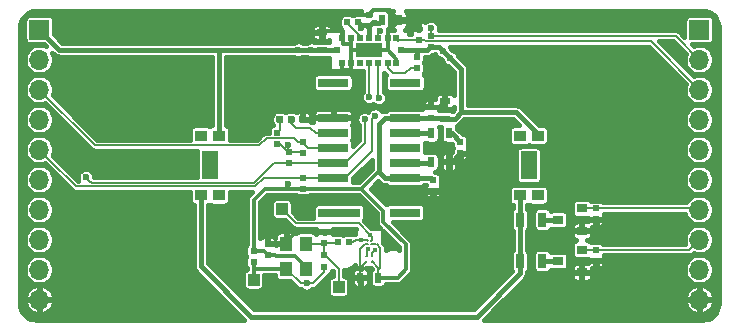
<source format=gbl>
G04 #@! TF.GenerationSoftware,KiCad,Pcbnew,5.1.5+dfsg1-2build2*
G04 #@! TF.CreationDate,2021-12-17T15:29:28+01:00*
G04 #@! TF.ProjectId,teebeutel_thermal_addon,74656562-6575-4746-956c-5f746865726d,rev?*
G04 #@! TF.SameCoordinates,Original*
G04 #@! TF.FileFunction,Copper,L2,Bot*
G04 #@! TF.FilePolarity,Positive*
%FSLAX46Y46*%
G04 Gerber Fmt 4.6, Leading zero omitted, Abs format (unit mm)*
G04 Created by KiCad (PCBNEW 5.1.5+dfsg1-2build2) date 2021-12-17 15:29:28*
%MOMM*%
%LPD*%
G04 APERTURE LIST*
%ADD10R,1.400000X2.400000*%
%ADD11R,1.100000X0.950000*%
%ADD12R,0.700000X1.300000*%
%ADD13R,0.600000X0.500000*%
%ADD14R,0.900000X0.800000*%
%ADD15R,1.000000X1.000000*%
%ADD16R,1.100000X1.300000*%
%ADD17R,0.500000X0.500000*%
%ADD18C,0.100000*%
%ADD19R,2.316000X1.200000*%
%ADD20R,2.600000X0.700000*%
%ADD21R,2.640000X0.800000*%
%ADD22R,3.600000X0.800000*%
%ADD23C,0.130000*%
%ADD24C,0.180000*%
%ADD25R,0.500000X0.600000*%
%ADD26R,0.900000X0.600000*%
%ADD27R,0.600000X0.900000*%
%ADD28O,1.700000X1.700000*%
%ADD29R,1.700000X1.700000*%
%ADD30C,0.600000*%
%ADD31C,0.400000*%
%ADD32C,0.400000*%
%ADD33C,0.300000*%
%ADD34C,0.200000*%
%ADD35C,0.127000*%
%ADD36C,0.150000*%
G04 APERTURE END LIST*
D10*
X86500000Y-91500000D03*
D11*
X85750000Y-88975000D03*
X87250000Y-94025000D03*
X87250000Y-88975000D03*
X85750000Y-94025000D03*
D10*
X113500000Y-91500000D03*
D11*
X112750000Y-88975000D03*
X114250000Y-94025000D03*
X114250000Y-88975000D03*
X112750000Y-94025000D03*
D12*
X114650000Y-96100000D03*
X112750000Y-96100000D03*
X114650000Y-99600000D03*
X112750000Y-99600000D03*
D13*
X119200000Y-96070000D03*
X119200000Y-95130000D03*
X119200000Y-99570000D03*
X119200000Y-98630000D03*
D14*
X116000000Y-96100000D03*
X118000000Y-97050000D03*
X118000000Y-95150000D03*
X116000000Y-99600000D03*
X118000000Y-100550000D03*
X118000000Y-98650000D03*
D13*
X105200000Y-86530000D03*
X105200000Y-87470000D03*
D15*
X90200000Y-101200000D03*
X92600000Y-95200000D03*
X97400000Y-101800000D03*
D16*
X94625000Y-100250000D03*
X94625000Y-98150000D03*
X92975000Y-98150000D03*
X92975000Y-100250000D03*
D17*
X99250000Y-82810000D03*
X97700000Y-80690000D03*
X98450000Y-82810000D03*
X100750000Y-80690000D03*
G04 #@! TA.AperFunction,SMDPad,CuDef*
D18*
G36*
X102550000Y-81050000D02*
G01*
X102310000Y-81050000D01*
X102310000Y-80940000D01*
X102050000Y-80940000D01*
X102050000Y-80440000D01*
X102550000Y-80440000D01*
X102550000Y-81050000D01*
G37*
G04 #@! TD.AperFunction*
D17*
X99250000Y-80690000D03*
X102710000Y-81750000D03*
X102300000Y-82810000D03*
X101550000Y-82810000D03*
X100000000Y-80690000D03*
X100000000Y-82810000D03*
X97300000Y-81750000D03*
X101550000Y-80690000D03*
D19*
X100000000Y-81750000D03*
D17*
X97700000Y-82810000D03*
X98450000Y-80690000D03*
X100750000Y-82810000D03*
D20*
X103050000Y-92573000D03*
D21*
X103030000Y-95500000D03*
D20*
X103050000Y-91270000D03*
X103050000Y-90000000D03*
X103050000Y-88730000D03*
X103050000Y-87460000D03*
D21*
X103050000Y-84500000D03*
X96950000Y-84500000D03*
D20*
X96950000Y-87460000D03*
X96950000Y-88730000D03*
X96950000Y-90000000D03*
X96950000Y-91270000D03*
X96950000Y-92540000D03*
D22*
X97450000Y-95500000D03*
D23*
X100125000Y-98125000D03*
X100125000Y-97875000D03*
X99875000Y-97875000D03*
X99875000Y-98125000D03*
D24*
X99801213Y-99598787D02*
X99758787Y-99641213D01*
X100241213Y-99158787D02*
X100198787Y-99201213D01*
X99801213Y-99201213D02*
X99758787Y-99158787D01*
X100241213Y-99641213D02*
X100198787Y-99598787D01*
D13*
X96200000Y-100070000D03*
X96200000Y-99130000D03*
X107700000Y-90470000D03*
X107700000Y-89530000D03*
X94400000Y-89530000D03*
X94400000Y-90470000D03*
X104200000Y-80870000D03*
X104200000Y-79930000D03*
X104000000Y-82330000D03*
X104000000Y-83270000D03*
D25*
X98270000Y-98000000D03*
X97330000Y-98000000D03*
D13*
X93200000Y-91270000D03*
X93200000Y-90330000D03*
X105200000Y-80530000D03*
X105200000Y-81470000D03*
D25*
X98130000Y-79400000D03*
X99070000Y-79400000D03*
D13*
X94400000Y-92530000D03*
X94400000Y-93470000D03*
X92200000Y-88730000D03*
X92200000Y-89670000D03*
X90200000Y-99670000D03*
X90200000Y-98730000D03*
G04 #@! TA.AperFunction,SMDPad,CuDef*
D18*
G36*
X94521958Y-87280710D02*
G01*
X94536276Y-87282834D01*
X94550317Y-87286351D01*
X94563946Y-87291228D01*
X94577031Y-87297417D01*
X94589447Y-87304858D01*
X94601073Y-87313481D01*
X94611798Y-87323202D01*
X94621519Y-87333927D01*
X94630142Y-87345553D01*
X94637583Y-87357969D01*
X94643772Y-87371054D01*
X94648649Y-87384683D01*
X94652166Y-87398724D01*
X94654290Y-87413042D01*
X94655000Y-87427500D01*
X94655000Y-87772500D01*
X94654290Y-87786958D01*
X94652166Y-87801276D01*
X94648649Y-87815317D01*
X94643772Y-87828946D01*
X94637583Y-87842031D01*
X94630142Y-87854447D01*
X94621519Y-87866073D01*
X94611798Y-87876798D01*
X94601073Y-87886519D01*
X94589447Y-87895142D01*
X94577031Y-87902583D01*
X94563946Y-87908772D01*
X94550317Y-87913649D01*
X94536276Y-87917166D01*
X94521958Y-87919290D01*
X94507500Y-87920000D01*
X94212500Y-87920000D01*
X94198042Y-87919290D01*
X94183724Y-87917166D01*
X94169683Y-87913649D01*
X94156054Y-87908772D01*
X94142969Y-87902583D01*
X94130553Y-87895142D01*
X94118927Y-87886519D01*
X94108202Y-87876798D01*
X94098481Y-87866073D01*
X94089858Y-87854447D01*
X94082417Y-87842031D01*
X94076228Y-87828946D01*
X94071351Y-87815317D01*
X94067834Y-87801276D01*
X94065710Y-87786958D01*
X94065000Y-87772500D01*
X94065000Y-87427500D01*
X94065710Y-87413042D01*
X94067834Y-87398724D01*
X94071351Y-87384683D01*
X94076228Y-87371054D01*
X94082417Y-87357969D01*
X94089858Y-87345553D01*
X94098481Y-87333927D01*
X94108202Y-87323202D01*
X94118927Y-87313481D01*
X94130553Y-87304858D01*
X94142969Y-87297417D01*
X94156054Y-87291228D01*
X94169683Y-87286351D01*
X94183724Y-87282834D01*
X94198042Y-87280710D01*
X94212500Y-87280000D01*
X94507500Y-87280000D01*
X94521958Y-87280710D01*
G37*
G04 #@! TD.AperFunction*
G04 #@! TA.AperFunction,SMDPad,CuDef*
G36*
X92576958Y-87280710D02*
G01*
X92591276Y-87282834D01*
X92605317Y-87286351D01*
X92618946Y-87291228D01*
X92632031Y-87297417D01*
X92644447Y-87304858D01*
X92656073Y-87313481D01*
X92666798Y-87323202D01*
X92676519Y-87333927D01*
X92685142Y-87345553D01*
X92692583Y-87357969D01*
X92698772Y-87371054D01*
X92703649Y-87384683D01*
X92707166Y-87398724D01*
X92709290Y-87413042D01*
X92710000Y-87427500D01*
X92710000Y-87772500D01*
X92709290Y-87786958D01*
X92707166Y-87801276D01*
X92703649Y-87815317D01*
X92698772Y-87828946D01*
X92692583Y-87842031D01*
X92685142Y-87854447D01*
X92676519Y-87866073D01*
X92666798Y-87876798D01*
X92656073Y-87886519D01*
X92644447Y-87895142D01*
X92632031Y-87902583D01*
X92618946Y-87908772D01*
X92605317Y-87913649D01*
X92591276Y-87917166D01*
X92576958Y-87919290D01*
X92562500Y-87920000D01*
X92267500Y-87920000D01*
X92253042Y-87919290D01*
X92238724Y-87917166D01*
X92224683Y-87913649D01*
X92211054Y-87908772D01*
X92197969Y-87902583D01*
X92185553Y-87895142D01*
X92173927Y-87886519D01*
X92163202Y-87876798D01*
X92153481Y-87866073D01*
X92144858Y-87854447D01*
X92137417Y-87842031D01*
X92131228Y-87828946D01*
X92126351Y-87815317D01*
X92122834Y-87801276D01*
X92120710Y-87786958D01*
X92120000Y-87772500D01*
X92120000Y-87427500D01*
X92120710Y-87413042D01*
X92122834Y-87398724D01*
X92126351Y-87384683D01*
X92131228Y-87371054D01*
X92137417Y-87357969D01*
X92144858Y-87345553D01*
X92153481Y-87333927D01*
X92163202Y-87323202D01*
X92173927Y-87313481D01*
X92185553Y-87304858D01*
X92197969Y-87297417D01*
X92211054Y-87291228D01*
X92224683Y-87286351D01*
X92238724Y-87282834D01*
X92253042Y-87280710D01*
X92267500Y-87280000D01*
X92562500Y-87280000D01*
X92576958Y-87280710D01*
G37*
G04 #@! TD.AperFunction*
G04 #@! TA.AperFunction,SMDPad,CuDef*
G36*
X93546958Y-87280710D02*
G01*
X93561276Y-87282834D01*
X93575317Y-87286351D01*
X93588946Y-87291228D01*
X93602031Y-87297417D01*
X93614447Y-87304858D01*
X93626073Y-87313481D01*
X93636798Y-87323202D01*
X93646519Y-87333927D01*
X93655142Y-87345553D01*
X93662583Y-87357969D01*
X93668772Y-87371054D01*
X93673649Y-87384683D01*
X93677166Y-87398724D01*
X93679290Y-87413042D01*
X93680000Y-87427500D01*
X93680000Y-87772500D01*
X93679290Y-87786958D01*
X93677166Y-87801276D01*
X93673649Y-87815317D01*
X93668772Y-87828946D01*
X93662583Y-87842031D01*
X93655142Y-87854447D01*
X93646519Y-87866073D01*
X93636798Y-87876798D01*
X93626073Y-87886519D01*
X93614447Y-87895142D01*
X93602031Y-87902583D01*
X93588946Y-87908772D01*
X93575317Y-87913649D01*
X93561276Y-87917166D01*
X93546958Y-87919290D01*
X93532500Y-87920000D01*
X93237500Y-87920000D01*
X93223042Y-87919290D01*
X93208724Y-87917166D01*
X93194683Y-87913649D01*
X93181054Y-87908772D01*
X93167969Y-87902583D01*
X93155553Y-87895142D01*
X93143927Y-87886519D01*
X93133202Y-87876798D01*
X93123481Y-87866073D01*
X93114858Y-87854447D01*
X93107417Y-87842031D01*
X93101228Y-87828946D01*
X93096351Y-87815317D01*
X93092834Y-87801276D01*
X93090710Y-87786958D01*
X93090000Y-87772500D01*
X93090000Y-87427500D01*
X93090710Y-87413042D01*
X93092834Y-87398724D01*
X93096351Y-87384683D01*
X93101228Y-87371054D01*
X93107417Y-87357969D01*
X93114858Y-87345553D01*
X93123481Y-87333927D01*
X93133202Y-87323202D01*
X93143927Y-87313481D01*
X93155553Y-87304858D01*
X93167969Y-87297417D01*
X93181054Y-87291228D01*
X93194683Y-87286351D01*
X93208724Y-87282834D01*
X93223042Y-87280710D01*
X93237500Y-87280000D01*
X93532500Y-87280000D01*
X93546958Y-87280710D01*
G37*
G04 #@! TD.AperFunction*
D26*
X106400000Y-86050000D03*
X106400000Y-87550000D03*
D27*
X102550000Y-79200000D03*
X101050000Y-79200000D03*
D13*
X105400000Y-93670000D03*
X105400000Y-92730000D03*
X100000000Y-78730000D03*
X100000000Y-79670000D03*
D27*
X106750000Y-91200000D03*
X105250000Y-91200000D03*
D26*
X96000000Y-80250000D03*
X96000000Y-81750000D03*
D27*
X106750000Y-88800000D03*
X105250000Y-88800000D03*
X99250000Y-101000000D03*
X100750000Y-101000000D03*
D13*
X96200000Y-97130000D03*
X96200000Y-98070000D03*
X91400000Y-98130000D03*
X91400000Y-99070000D03*
D28*
X127940000Y-102860000D03*
X127940000Y-100320000D03*
X127940000Y-97780000D03*
X127940000Y-95240000D03*
X127940000Y-92700000D03*
X127940000Y-90160000D03*
X127940000Y-87620000D03*
X127940000Y-85080000D03*
X127940000Y-82540000D03*
D29*
X127940000Y-80000000D03*
D28*
X72060000Y-102860000D03*
X72060000Y-100320000D03*
X72060000Y-97780000D03*
X72060000Y-95240000D03*
X72060000Y-92700000D03*
X72060000Y-90160000D03*
X72060000Y-87620000D03*
X72060000Y-85080000D03*
X72060000Y-82540000D03*
D29*
X72060000Y-80000000D03*
D30*
X99350000Y-81750000D03*
X100650000Y-81750000D03*
X101825000Y-78475000D03*
X97360000Y-79140000D03*
X98100000Y-83500000D03*
X103550000Y-79250000D03*
X101470000Y-86530000D03*
X99255000Y-86855000D03*
X99300000Y-102000000D03*
X99900000Y-101000000D03*
X97100000Y-97000000D03*
X92800000Y-96800000D03*
X106750000Y-92250000D03*
X104530000Y-93670000D03*
X98900000Y-88300000D03*
X74000000Y-88000000D03*
X94500000Y-95500000D03*
X91000000Y-95250000D03*
X98750000Y-94250000D03*
X99000000Y-92500000D03*
X100750000Y-93500000D03*
X103250000Y-96750000D03*
X101750000Y-98250000D03*
X98250000Y-100500000D03*
X92000000Y-101500000D03*
X89250000Y-99250000D03*
X91250000Y-97250000D03*
X94500000Y-86500000D03*
X99250000Y-84000000D03*
X97000000Y-86250000D03*
X105250000Y-84000000D03*
X107000000Y-85250000D03*
X104250000Y-85750000D03*
X106000000Y-90000000D03*
X107500000Y-79750000D03*
X125500000Y-81500000D03*
X124750000Y-102250000D03*
X126250000Y-100750000D03*
X112500000Y-102800000D03*
X108700000Y-102800000D03*
X111100000Y-98000000D03*
X113900000Y-97900000D03*
X116700000Y-95000000D03*
X116900000Y-97800000D03*
X119500000Y-97500000D03*
X125100000Y-97500000D03*
X125100000Y-94200000D03*
X119600000Y-94000000D03*
X108500000Y-88100000D03*
X108700000Y-85900000D03*
X114300000Y-87200000D03*
X86100000Y-87800000D03*
X88600000Y-87900000D03*
X84000000Y-94000000D03*
X81000000Y-94000000D03*
X84000000Y-95500000D03*
X81000000Y-95500000D03*
X77500000Y-94000000D03*
X77500000Y-92000000D03*
X81000000Y-92000000D03*
X84000000Y-92000000D03*
X84000000Y-89000000D03*
X81000000Y-89000000D03*
X77500000Y-89000000D03*
X74000000Y-85500000D03*
X74000000Y-90500000D03*
X89000000Y-95500000D03*
X89000000Y-94000000D03*
X99000000Y-103000000D03*
X95000000Y-103000000D03*
X87000000Y-99500000D03*
X84500000Y-99500000D03*
X100000000Y-85700000D03*
X99600000Y-87600000D03*
X76000000Y-92500000D03*
X100800000Y-85800000D03*
X100500000Y-87300000D03*
D31*
X100100000Y-97400000D03*
X100472990Y-98700000D03*
D30*
X100450002Y-79449998D03*
X99300000Y-79900000D03*
X106215000Y-81785000D03*
X106865000Y-82435000D03*
X95100000Y-81700000D03*
X94000000Y-81700000D03*
X93100000Y-93100000D03*
X93100000Y-89800000D03*
X100892690Y-80150000D03*
X105200000Y-79900000D03*
X94700000Y-101500000D03*
D31*
X99299990Y-97800000D03*
X99900000Y-98600000D03*
D32*
X104500000Y-86530000D02*
X105200000Y-86530000D01*
X98650000Y-87460000D02*
X99255000Y-86855000D01*
X99580000Y-86530000D02*
X101470000Y-86530000D01*
X96950000Y-87460000D02*
X98650000Y-87460000D01*
X105920000Y-86530000D02*
X106400000Y-86050000D01*
X105200000Y-86530000D02*
X105920000Y-86530000D01*
D33*
X101725010Y-78375010D02*
X101825000Y-78475000D01*
X100354990Y-78375010D02*
X101725010Y-78375010D01*
X100000000Y-78730000D02*
X100354990Y-78375010D01*
X96110000Y-80140000D02*
X96000000Y-80250000D01*
X97700000Y-80180000D02*
X97700000Y-80690000D01*
X97740000Y-80140000D02*
X97700000Y-80180000D01*
X101550000Y-80200000D02*
X102550000Y-79200000D01*
X101550000Y-80690000D02*
X101550000Y-80200000D01*
X101550000Y-81240000D02*
X101550000Y-80690000D01*
X101550000Y-81720002D02*
X101550000Y-81240000D01*
X102300000Y-82470002D02*
X101550000Y-81720002D01*
X102300000Y-82810000D02*
X102300000Y-82470002D01*
X101520002Y-81750000D02*
X101550000Y-81720002D01*
X100000000Y-81750000D02*
X100650000Y-81750000D01*
X98450000Y-81658000D02*
X98450000Y-80690000D01*
X98542000Y-81750000D02*
X98450000Y-81658000D01*
X100000000Y-81750000D02*
X99350000Y-81750000D01*
X98450000Y-81842000D02*
X98450000Y-82810000D01*
X98542000Y-81750000D02*
X98450000Y-81842000D01*
X97700000Y-83360000D02*
X97700000Y-82810000D01*
X98310000Y-83500000D02*
X98100000Y-83500000D01*
X98450000Y-83360000D02*
X98310000Y-83500000D01*
X97840000Y-83500000D02*
X97700000Y-83360000D01*
X98450000Y-82810000D02*
X98450000Y-83360000D01*
X96150000Y-80250000D02*
X96000000Y-80250000D01*
X100000000Y-78730000D02*
X97670000Y-78730000D01*
X97360000Y-79040000D02*
X97670000Y-78730000D01*
X97360000Y-80140000D02*
X97360000Y-79140000D01*
X97740000Y-80140000D02*
X97360000Y-80140000D01*
X97360000Y-80140000D02*
X96110000Y-80140000D01*
X103500000Y-79200000D02*
X102550000Y-79200000D01*
X104200000Y-79900000D02*
X103550000Y-79250000D01*
X104200000Y-79930000D02*
X104200000Y-79900000D01*
D34*
X94500000Y-87460000D02*
X94360000Y-87600000D01*
X96950000Y-87460000D02*
X94500000Y-87460000D01*
D35*
X99250000Y-100150000D02*
X99780000Y-99620000D01*
D34*
X99250000Y-101000000D02*
X99250000Y-100150000D01*
X99250000Y-98550000D02*
X99600000Y-98200000D01*
X99250000Y-100150000D02*
X99250000Y-98550000D01*
D35*
X99600000Y-98200000D02*
X99669499Y-98130501D01*
X99669499Y-98130501D02*
X99869499Y-98130501D01*
D32*
X106970000Y-91200000D02*
X107700000Y-90470000D01*
X106750000Y-91200000D02*
X106970000Y-91200000D01*
D33*
X92955000Y-98130000D02*
X92975000Y-98150000D01*
X91400000Y-98130000D02*
X92955000Y-98130000D01*
X92975000Y-98025000D02*
X92975000Y-98150000D01*
X93900000Y-97100000D02*
X92975000Y-98025000D01*
X96170000Y-97100000D02*
X93900000Y-97100000D01*
X96200000Y-97130000D02*
X96170000Y-97100000D01*
D32*
X105400000Y-93670000D02*
X104530000Y-93670000D01*
D33*
X106000000Y-93670000D02*
X105400000Y-93670000D01*
X106750000Y-92920000D02*
X106000000Y-93670000D01*
X106750000Y-91200000D02*
X106750000Y-92250000D01*
X99350000Y-81750000D02*
X98542000Y-81750000D01*
X100650000Y-81750000D02*
X101520002Y-81750000D01*
X101825000Y-78475000D02*
X102550000Y-79200000D01*
X97360000Y-79140000D02*
X97360000Y-79040000D01*
X98100000Y-83500000D02*
X97840000Y-83500000D01*
X103550000Y-79250000D02*
X103500000Y-79200000D01*
D32*
X101470000Y-86530000D02*
X104500000Y-86530000D01*
X99255000Y-86855000D02*
X99580000Y-86530000D01*
X99250000Y-101950000D02*
X99300000Y-102000000D01*
X99250000Y-101000000D02*
X99250000Y-101950000D01*
X99250000Y-101000000D02*
X99900000Y-101000000D01*
X96970000Y-97130000D02*
X97100000Y-97000000D01*
X96200000Y-97130000D02*
X96970000Y-97130000D01*
X92975000Y-96975000D02*
X92800000Y-96800000D01*
X92975000Y-98150000D02*
X92975000Y-96975000D01*
D33*
X98422999Y-81222999D02*
X97740000Y-81222999D01*
X98450000Y-81250000D02*
X98422999Y-81222999D01*
X97740000Y-81222999D02*
X97740000Y-80140000D01*
X98450000Y-80690000D02*
X98450000Y-81250000D01*
X106750000Y-92250000D02*
X106750000Y-92920000D01*
D32*
X98900000Y-87875736D02*
X98900000Y-88300000D01*
X98900000Y-87710000D02*
X98900000Y-87875736D01*
X98650000Y-87460000D02*
X98900000Y-87710000D01*
D34*
X100000000Y-82810000D02*
X100000000Y-83260000D01*
X100000000Y-83260000D02*
X100000000Y-85700000D01*
X99600000Y-88024264D02*
X99600000Y-87600000D01*
X99600000Y-89600000D02*
X99600000Y-88024264D01*
X97930000Y-91270000D02*
X99600000Y-89600000D01*
X96950000Y-91270000D02*
X97930000Y-91270000D01*
X96950000Y-91270000D02*
X93200000Y-91270000D01*
D36*
X76299999Y-92799999D02*
X76000000Y-92500000D01*
X90199999Y-93000001D02*
X76500001Y-93000001D01*
X76500001Y-93000001D02*
X76299999Y-92799999D01*
X93200000Y-91270000D02*
X91930000Y-91270000D01*
X91930000Y-91270000D02*
X90199999Y-93000001D01*
D34*
X100750000Y-85750000D02*
X100800000Y-85800000D01*
X100750000Y-82810000D02*
X100750000Y-85750000D01*
X97960000Y-92540000D02*
X96950000Y-92540000D01*
X100200001Y-90299999D02*
X97960000Y-92540000D01*
X100200001Y-87599999D02*
X100200001Y-90299999D01*
X100500000Y-87300000D02*
X100200001Y-87599999D01*
X94410000Y-92540000D02*
X94400000Y-92530000D01*
X96950000Y-92540000D02*
X94410000Y-92540000D01*
D36*
X72909999Y-91009999D02*
X72060000Y-90160000D01*
X75177012Y-93277012D02*
X72909999Y-91009999D01*
X90314740Y-93277012D02*
X75177012Y-93277012D01*
X91061752Y-92530000D02*
X90314740Y-93277012D01*
X94400000Y-92530000D02*
X91061752Y-92530000D01*
D35*
X100200000Y-97800000D02*
X100130501Y-97869499D01*
X100200000Y-97500000D02*
X100200000Y-97800000D01*
X100100000Y-97400000D02*
X100200000Y-97500000D01*
X100220000Y-99180000D02*
X100220000Y-98952990D01*
X100220000Y-98952990D02*
X100272991Y-98899999D01*
X100272991Y-98899999D02*
X100472990Y-98700000D01*
D36*
X93800000Y-96400000D02*
X92600000Y-95200000D01*
X99100000Y-96400000D02*
X93800000Y-96400000D01*
X100100000Y-97400000D02*
X99100000Y-96400000D01*
D34*
X94800000Y-90000000D02*
X94400000Y-89600000D01*
X96950000Y-90000000D02*
X94800000Y-90000000D01*
D36*
X93950000Y-89530000D02*
X94400000Y-89530000D01*
X93620000Y-89200000D02*
X93950000Y-89530000D01*
X91300000Y-89200000D02*
X93620000Y-89200000D01*
X90700000Y-89800000D02*
X91300000Y-89200000D01*
X76780000Y-89800000D02*
X90700000Y-89800000D01*
X72060000Y-85080000D02*
X76780000Y-89800000D01*
D32*
X105190000Y-87460000D02*
X105200000Y-87470000D01*
X103050000Y-87460000D02*
X105190000Y-87460000D01*
X106320000Y-87470000D02*
X106400000Y-87550000D01*
X105200000Y-87470000D02*
X106320000Y-87470000D01*
X105243000Y-92573000D02*
X105400000Y-92730000D01*
X103050000Y-92573000D02*
X105243000Y-92573000D01*
X101350000Y-87460000D02*
X100800000Y-88010000D01*
X103050000Y-87460000D02*
X101350000Y-87460000D01*
X101350000Y-92573000D02*
X103050000Y-92573000D01*
X100800000Y-92023000D02*
X101350000Y-92573000D01*
X100800000Y-88010000D02*
X100800000Y-92023000D01*
X96000000Y-81750000D02*
X97300000Y-81750000D01*
X102710000Y-81750000D02*
X103420000Y-81750000D01*
X104870000Y-81750000D02*
X103420000Y-81750000D01*
X105150000Y-81470000D02*
X104870000Y-81750000D01*
X105200000Y-81470000D02*
X105150000Y-81470000D01*
X104000000Y-81800000D02*
X104000000Y-82330000D01*
X103950000Y-81750000D02*
X104000000Y-81800000D01*
X103420000Y-81750000D02*
X103950000Y-81750000D01*
X100000000Y-80690000D02*
X100000000Y-79670000D01*
X99340000Y-79670000D02*
X99070000Y-79400000D01*
X100000000Y-79670000D02*
X100220002Y-79449998D01*
X100220002Y-79449998D02*
X100450002Y-79449998D01*
X100800002Y-79449998D02*
X101050000Y-79200000D01*
D34*
X100750000Y-101000000D02*
X100750000Y-100350000D01*
D35*
X100750000Y-100150000D02*
X100220000Y-99620000D01*
X100750000Y-100350000D02*
X100750000Y-100150000D01*
X100530501Y-98130501D02*
X100130501Y-98130501D01*
X100600000Y-98200000D02*
X100530501Y-98130501D01*
D34*
X100750000Y-100350000D02*
X100900000Y-100200000D01*
X100900000Y-100200000D02*
X100900000Y-98468036D01*
X100900000Y-98468036D02*
X100631964Y-98200000D01*
D32*
X100450002Y-79449998D02*
X100800002Y-79449998D01*
X99300000Y-79900000D02*
X99340000Y-79670000D01*
X99300000Y-79600000D02*
X99300000Y-79900000D01*
X99930000Y-79600000D02*
X99300000Y-79600000D01*
X100000000Y-79670000D02*
X99930000Y-79600000D01*
D33*
X94625000Y-100125000D02*
X94625000Y-100250000D01*
X93700000Y-99200000D02*
X94625000Y-100125000D01*
X92130000Y-99200000D02*
X93700000Y-99200000D01*
X92000000Y-99070000D02*
X92130000Y-99200000D01*
X91400000Y-99070000D02*
X92000000Y-99070000D01*
X91060000Y-98730000D02*
X91400000Y-99070000D01*
X90200000Y-98730000D02*
X91060000Y-98730000D01*
X90200000Y-98730000D02*
X90200000Y-94400000D01*
X90200000Y-94400000D02*
X91130000Y-93470000D01*
X99330000Y-93470000D02*
X94400000Y-93470000D01*
X100777000Y-92023000D02*
X99330000Y-93470000D01*
X100800000Y-92023000D02*
X100777000Y-92023000D01*
X100750000Y-101000000D02*
X102400000Y-101000000D01*
X102400000Y-101000000D02*
X103100000Y-100300000D01*
X103100000Y-100300000D02*
X103100000Y-98200000D01*
X103100000Y-98200000D02*
X101200000Y-96300000D01*
X101200000Y-95340000D02*
X99330000Y-93470000D01*
X101200000Y-96300000D02*
X101200000Y-95340000D01*
D32*
X107250000Y-87550000D02*
X107800000Y-87000000D01*
X106400000Y-87550000D02*
X107250000Y-87550000D01*
X105900000Y-81470000D02*
X105200000Y-81470000D01*
X107800000Y-83370000D02*
X106865000Y-82435000D01*
X107800000Y-87000000D02*
X107800000Y-83370000D01*
X106215000Y-81785000D02*
X105900000Y-81470000D01*
X106865000Y-82435000D02*
X106215000Y-81785000D01*
X73760000Y-81700000D02*
X72060000Y-80000000D01*
D34*
X94300000Y-90400000D02*
X94400000Y-90500000D01*
X93300000Y-90400000D02*
X94300000Y-90400000D01*
X93200000Y-90300000D02*
X93300000Y-90400000D01*
X92425000Y-89700000D02*
X92200000Y-89700000D01*
X93125000Y-90400000D02*
X92425000Y-89700000D01*
X93200000Y-90400000D02*
X93125000Y-90400000D01*
X93200000Y-90330000D02*
X93200000Y-90400000D01*
D36*
X93070000Y-93130000D02*
X93100000Y-93100000D01*
X93070000Y-93470000D02*
X93070000Y-93130000D01*
D33*
X91130000Y-93470000D02*
X93070000Y-93470000D01*
X93070000Y-93470000D02*
X94400000Y-93470000D01*
D36*
X93100000Y-90230000D02*
X93200000Y-90330000D01*
X93100000Y-89800000D02*
X93100000Y-90230000D01*
D32*
X96000000Y-81700000D02*
X94000000Y-81700000D01*
X87250000Y-81750000D02*
X87250000Y-88975000D01*
X87200000Y-81700000D02*
X87250000Y-81750000D01*
X94000000Y-81700000D02*
X87200000Y-81700000D01*
X87200000Y-81700000D02*
X73760000Y-81700000D01*
X114250000Y-88850000D02*
X114250000Y-88975000D01*
X112400000Y-87000000D02*
X114250000Y-88850000D01*
X107800000Y-87000000D02*
X112400000Y-87000000D01*
D34*
X100750000Y-80690000D02*
X100750000Y-80292690D01*
X100750000Y-80292690D02*
X100892690Y-80150000D01*
X105200000Y-79900000D02*
X105200000Y-80530000D01*
D36*
X125930000Y-80530000D02*
X127940000Y-82540000D01*
X105200000Y-80530000D02*
X125930000Y-80530000D01*
D34*
X102300000Y-80690000D02*
X102310000Y-80690000D01*
X102490000Y-80870000D02*
X104200000Y-80870000D01*
X102310000Y-80690000D02*
X102490000Y-80870000D01*
D36*
X123860000Y-81000000D02*
X127940000Y-85080000D01*
X104780000Y-81000000D02*
X123860000Y-81000000D01*
X104650000Y-80870000D02*
X104780000Y-81000000D01*
X104200000Y-80870000D02*
X104650000Y-80870000D01*
D34*
X119180000Y-95150000D02*
X119200000Y-95130000D01*
X118000000Y-95150000D02*
X119180000Y-95150000D01*
X127830000Y-95130000D02*
X127940000Y-95240000D01*
X119200000Y-95130000D02*
X127830000Y-95130000D01*
X119180000Y-98650000D02*
X119200000Y-98630000D01*
X118000000Y-98650000D02*
X119180000Y-98650000D01*
X127090001Y-98629999D02*
X127940000Y-97780000D01*
X119200000Y-98630000D02*
X127090001Y-98629999D01*
D33*
X90200000Y-101200000D02*
X90200000Y-99670000D01*
X90200000Y-100220000D02*
X90200000Y-99670000D01*
X90230000Y-100250000D02*
X90200000Y-100220000D01*
X92975000Y-100250000D02*
X90230000Y-100250000D01*
D34*
X95220000Y-101500000D02*
X94700000Y-101500000D01*
X96200000Y-100070000D02*
X96200000Y-100520000D01*
X96200000Y-100520000D02*
X95220000Y-101500000D01*
X94275736Y-101500000D02*
X94700000Y-101500000D01*
X94200000Y-101500000D02*
X94275736Y-101500000D01*
X92975000Y-100275000D02*
X94200000Y-101500000D01*
X92975000Y-100250000D02*
X92975000Y-100275000D01*
X96120000Y-98150000D02*
X96200000Y-98070000D01*
X94625000Y-98150000D02*
X96120000Y-98150000D01*
X97260000Y-98070000D02*
X97330000Y-98000000D01*
X96200000Y-98070000D02*
X97260000Y-98070000D01*
X96200000Y-98070000D02*
X96200000Y-99130000D01*
X97400000Y-100280000D02*
X96250000Y-99130000D01*
X96250000Y-99130000D02*
X96200000Y-99130000D01*
X97400000Y-101800000D02*
X97400000Y-100280000D01*
D32*
X106970000Y-88800000D02*
X107700000Y-89530000D01*
X106750000Y-88800000D02*
X106970000Y-88800000D01*
X105180000Y-88730000D02*
X105250000Y-88800000D01*
X103050000Y-88730000D02*
X105180000Y-88730000D01*
X105180000Y-91270000D02*
X105250000Y-91200000D01*
X103050000Y-91270000D02*
X105180000Y-91270000D01*
D34*
X92415000Y-88515000D02*
X92200000Y-88730000D01*
X92415000Y-87600000D02*
X92415000Y-88515000D01*
X93385000Y-87920000D02*
X93385000Y-87600000D01*
X93765000Y-88300000D02*
X93385000Y-87920000D01*
X95020000Y-88300000D02*
X93765000Y-88300000D01*
X95450000Y-88730000D02*
X95020000Y-88300000D01*
X96950000Y-88730000D02*
X95450000Y-88730000D01*
D36*
X98130000Y-79450000D02*
X98130000Y-79400000D01*
X99250000Y-80570000D02*
X98130000Y-79450000D01*
X99250000Y-80690000D02*
X99250000Y-80570000D01*
D35*
X99800000Y-97800000D02*
X99869499Y-97869499D01*
X98647000Y-98000000D02*
X98847000Y-97800000D01*
X98270000Y-98000000D02*
X98647000Y-98000000D01*
X99400000Y-97800000D02*
X99800000Y-97800000D01*
X98847000Y-97800000D02*
X99400000Y-97800000D01*
X99400000Y-97800000D02*
X99299990Y-97800000D01*
X99780000Y-98720000D02*
X99900000Y-98600000D01*
X99780000Y-99180000D02*
X99780000Y-98720000D01*
D34*
X103500000Y-83270000D02*
X104000000Y-83270000D01*
X103050000Y-83720000D02*
X103500000Y-83270000D01*
X102010000Y-83720000D02*
X103050000Y-83720000D01*
X101550000Y-83260000D02*
X102010000Y-83720000D01*
X101550000Y-82810000D02*
X101550000Y-83260000D01*
D32*
X85750000Y-100050000D02*
X85750000Y-94025000D01*
X90000000Y-104300000D02*
X85750000Y-100050000D01*
X109100000Y-104300000D02*
X90000000Y-104300000D01*
X112750000Y-100650000D02*
X109100000Y-104300000D01*
X112750000Y-94025000D02*
X112750000Y-100650000D01*
X114650000Y-99600000D02*
X116000000Y-99600000D01*
X114650000Y-96100000D02*
X116000000Y-96100000D01*
G36*
X99298065Y-78480000D02*
G01*
X99300000Y-78580000D01*
X99399998Y-78679998D01*
X99300000Y-78679998D01*
X99300000Y-78698065D01*
X98820000Y-78698065D01*
X98741586Y-78705788D01*
X98666186Y-78728660D01*
X98600000Y-78764037D01*
X98533814Y-78728660D01*
X98458414Y-78705788D01*
X98380000Y-78698065D01*
X97880000Y-78698065D01*
X97801586Y-78705788D01*
X97726186Y-78728660D01*
X97656697Y-78765803D01*
X97595789Y-78815789D01*
X97545803Y-78876697D01*
X97508660Y-78946186D01*
X97485788Y-79021586D01*
X97478065Y-79100000D01*
X97478065Y-79700000D01*
X97485788Y-79778414D01*
X97508660Y-79853814D01*
X97545803Y-79923303D01*
X97595789Y-79984211D01*
X97615028Y-80000000D01*
X96851290Y-80000000D01*
X96851935Y-79950000D01*
X96844212Y-79871586D01*
X96821340Y-79796186D01*
X96784197Y-79726697D01*
X96734211Y-79665789D01*
X96673303Y-79615803D01*
X96603814Y-79578660D01*
X96528414Y-79555788D01*
X96450000Y-79548065D01*
X96150000Y-79550000D01*
X96050000Y-79650000D01*
X96050000Y-80200000D01*
X96070000Y-80200000D01*
X96070000Y-80300000D01*
X96050000Y-80300000D01*
X96050000Y-80850000D01*
X96150000Y-80950000D01*
X96450000Y-80951935D01*
X96528414Y-80944212D01*
X96600000Y-80922497D01*
X96600000Y-81077503D01*
X96528414Y-81055788D01*
X96450000Y-81048065D01*
X95550000Y-81048065D01*
X95471586Y-81055788D01*
X95415209Y-81072889D01*
X95304182Y-81026901D01*
X95168944Y-81000000D01*
X95031056Y-81000000D01*
X94895818Y-81026901D01*
X94768426Y-81079668D01*
X94737997Y-81100000D01*
X94362003Y-81100000D01*
X94331574Y-81079668D01*
X94204182Y-81026901D01*
X94068944Y-81000000D01*
X93931056Y-81000000D01*
X93795818Y-81026901D01*
X93668426Y-81079668D01*
X93637997Y-81100000D01*
X87229474Y-81100000D01*
X87200000Y-81097097D01*
X87170526Y-81100000D01*
X74008528Y-81100000D01*
X73458528Y-80550000D01*
X95148065Y-80550000D01*
X95155788Y-80628414D01*
X95178660Y-80703814D01*
X95215803Y-80773303D01*
X95265789Y-80834211D01*
X95326697Y-80884197D01*
X95396186Y-80921340D01*
X95471586Y-80944212D01*
X95550000Y-80951935D01*
X95850000Y-80950000D01*
X95950000Y-80850000D01*
X95950000Y-80300000D01*
X95250000Y-80300000D01*
X95150000Y-80400000D01*
X95148065Y-80550000D01*
X73458528Y-80550000D01*
X73311935Y-80403408D01*
X73311935Y-79950000D01*
X95148065Y-79950000D01*
X95150000Y-80100000D01*
X95250000Y-80200000D01*
X95950000Y-80200000D01*
X95950000Y-79650000D01*
X95850000Y-79550000D01*
X95550000Y-79548065D01*
X95471586Y-79555788D01*
X95396186Y-79578660D01*
X95326697Y-79615803D01*
X95265789Y-79665789D01*
X95215803Y-79726697D01*
X95178660Y-79796186D01*
X95155788Y-79871586D01*
X95148065Y-79950000D01*
X73311935Y-79950000D01*
X73311935Y-79150000D01*
X73304212Y-79071586D01*
X73281340Y-78996186D01*
X73244197Y-78926697D01*
X73194211Y-78865789D01*
X73133303Y-78815803D01*
X73063814Y-78778660D01*
X72988414Y-78755788D01*
X72910000Y-78748065D01*
X71210000Y-78748065D01*
X71131586Y-78755788D01*
X71056186Y-78778660D01*
X70986697Y-78815803D01*
X70925789Y-78865789D01*
X70875803Y-78926697D01*
X70838660Y-78996186D01*
X70815788Y-79071586D01*
X70808065Y-79150000D01*
X70808065Y-80850000D01*
X70815788Y-80928414D01*
X70838660Y-81003814D01*
X70875803Y-81073303D01*
X70925789Y-81134211D01*
X70986697Y-81184197D01*
X71056186Y-81221340D01*
X71131586Y-81244212D01*
X71210000Y-81251935D01*
X72463408Y-81251935D01*
X72637826Y-81426354D01*
X72424611Y-81338037D01*
X72183114Y-81290000D01*
X71936886Y-81290000D01*
X71695389Y-81338037D01*
X71467903Y-81432265D01*
X71263172Y-81569062D01*
X71089062Y-81743172D01*
X70952265Y-81947903D01*
X70858037Y-82175389D01*
X70810000Y-82416886D01*
X70810000Y-82663114D01*
X70858037Y-82904611D01*
X70952265Y-83132097D01*
X71089062Y-83336828D01*
X71263172Y-83510938D01*
X71467903Y-83647735D01*
X71695389Y-83741963D01*
X71936886Y-83790000D01*
X72183114Y-83790000D01*
X72424611Y-83741963D01*
X72652097Y-83647735D01*
X72856828Y-83510938D01*
X73030938Y-83336828D01*
X73167735Y-83132097D01*
X73261963Y-82904611D01*
X73310000Y-82663114D01*
X73310000Y-82416886D01*
X73261963Y-82175389D01*
X73173646Y-81962174D01*
X73314891Y-82103419D01*
X73333683Y-82126317D01*
X73425045Y-82201296D01*
X73529279Y-82257010D01*
X73618950Y-82284211D01*
X73642379Y-82291318D01*
X73759999Y-82302903D01*
X73789473Y-82300000D01*
X86650000Y-82300000D01*
X86650001Y-88102989D01*
X86621586Y-88105788D01*
X86546186Y-88128660D01*
X86500000Y-88153347D01*
X86453814Y-88128660D01*
X86378414Y-88105788D01*
X86300000Y-88098065D01*
X85200000Y-88098065D01*
X85121586Y-88105788D01*
X85046186Y-88128660D01*
X84976697Y-88165803D01*
X84915789Y-88215789D01*
X84865803Y-88276697D01*
X84828660Y-88346186D01*
X84805788Y-88421586D01*
X84798065Y-88500000D01*
X84798065Y-89325000D01*
X76976751Y-89325000D01*
X73213459Y-85561709D01*
X73261963Y-85444611D01*
X73310000Y-85203114D01*
X73310000Y-84956886D01*
X73261963Y-84715389D01*
X73167735Y-84487903D01*
X73030938Y-84283172D01*
X72856828Y-84109062D01*
X72652097Y-83972265D01*
X72424611Y-83878037D01*
X72183114Y-83830000D01*
X71936886Y-83830000D01*
X71695389Y-83878037D01*
X71467903Y-83972265D01*
X71263172Y-84109062D01*
X71089062Y-84283172D01*
X70952265Y-84487903D01*
X70858037Y-84715389D01*
X70810000Y-84956886D01*
X70810000Y-85203114D01*
X70858037Y-85444611D01*
X70952265Y-85672097D01*
X71089062Y-85876828D01*
X71263172Y-86050938D01*
X71467903Y-86187735D01*
X71695389Y-86281963D01*
X71936886Y-86330000D01*
X72183114Y-86330000D01*
X72424611Y-86281963D01*
X72541709Y-86233459D01*
X76427621Y-90119372D01*
X76442499Y-90137501D01*
X76514827Y-90196859D01*
X76597346Y-90240966D01*
X76659722Y-90259888D01*
X76686883Y-90268127D01*
X76779999Y-90277298D01*
X76803332Y-90275000D01*
X85400527Y-90275000D01*
X85398065Y-90300000D01*
X85398065Y-92525001D01*
X76700000Y-92525001D01*
X76700000Y-92431056D01*
X76673099Y-92295818D01*
X76620332Y-92168426D01*
X76543726Y-92053776D01*
X76446224Y-91956274D01*
X76331574Y-91879668D01*
X76204182Y-91826901D01*
X76068944Y-91800000D01*
X75931056Y-91800000D01*
X75795818Y-91826901D01*
X75668426Y-91879668D01*
X75553776Y-91956274D01*
X75456274Y-92053776D01*
X75379668Y-92168426D01*
X75326901Y-92295818D01*
X75300000Y-92431056D01*
X75300000Y-92568944D01*
X75326901Y-92704182D01*
X75362940Y-92791188D01*
X73262376Y-90690626D01*
X73262372Y-90690621D01*
X73213459Y-90641709D01*
X73261963Y-90524611D01*
X73310000Y-90283114D01*
X73310000Y-90036886D01*
X73261963Y-89795389D01*
X73167735Y-89567903D01*
X73030938Y-89363172D01*
X72856828Y-89189062D01*
X72652097Y-89052265D01*
X72424611Y-88958037D01*
X72183114Y-88910000D01*
X71936886Y-88910000D01*
X71695389Y-88958037D01*
X71467903Y-89052265D01*
X71263172Y-89189062D01*
X71089062Y-89363172D01*
X70952265Y-89567903D01*
X70858037Y-89795389D01*
X70810000Y-90036886D01*
X70810000Y-90283114D01*
X70858037Y-90524611D01*
X70952265Y-90752097D01*
X71089062Y-90956828D01*
X71263172Y-91130938D01*
X71467903Y-91267735D01*
X71695389Y-91361963D01*
X71936886Y-91410000D01*
X72183114Y-91410000D01*
X72424611Y-91361963D01*
X72541709Y-91313459D01*
X72590621Y-91362372D01*
X72590626Y-91362376D01*
X74824637Y-93596389D01*
X74839511Y-93614513D01*
X74857633Y-93629385D01*
X74857634Y-93629386D01*
X74911839Y-93673871D01*
X74994358Y-93717978D01*
X75083896Y-93745139D01*
X75177012Y-93754310D01*
X75200344Y-93752012D01*
X84798065Y-93752012D01*
X84798065Y-94500000D01*
X84805788Y-94578414D01*
X84828660Y-94653814D01*
X84865803Y-94723303D01*
X84915789Y-94784211D01*
X84976697Y-94834197D01*
X85046186Y-94871340D01*
X85121586Y-94894212D01*
X85150001Y-94897011D01*
X85150000Y-100020526D01*
X85147097Y-100050000D01*
X85150000Y-100079473D01*
X85158682Y-100167620D01*
X85192990Y-100280720D01*
X85248704Y-100384954D01*
X85323683Y-100476317D01*
X85346586Y-100495113D01*
X89426472Y-104575000D01*
X71770789Y-104575000D01*
X71493034Y-104547766D01*
X71245860Y-104473140D01*
X71017886Y-104351924D01*
X70817794Y-104188734D01*
X70653216Y-103989793D01*
X70530409Y-103762666D01*
X70454059Y-103516021D01*
X70425000Y-103239534D01*
X70425000Y-103104771D01*
X70834199Y-103104771D01*
X70904795Y-103337500D01*
X71020148Y-103553694D01*
X71175461Y-103743230D01*
X71364767Y-103898824D01*
X71580790Y-104014497D01*
X71815229Y-104085803D01*
X72010000Y-104009002D01*
X72010000Y-102910000D01*
X72110000Y-102910000D01*
X72110000Y-104009002D01*
X72304771Y-104085803D01*
X72539210Y-104014497D01*
X72755233Y-103898824D01*
X72944539Y-103743230D01*
X73099852Y-103553694D01*
X73215205Y-103337500D01*
X73285801Y-103104771D01*
X73208913Y-102910000D01*
X72110000Y-102910000D01*
X72010000Y-102910000D01*
X70911087Y-102910000D01*
X70834199Y-103104771D01*
X70425000Y-103104771D01*
X70425000Y-102615229D01*
X70834199Y-102615229D01*
X70911087Y-102810000D01*
X72010000Y-102810000D01*
X72010000Y-101710998D01*
X72110000Y-101710998D01*
X72110000Y-102810000D01*
X73208913Y-102810000D01*
X73285801Y-102615229D01*
X73215205Y-102382500D01*
X73099852Y-102166306D01*
X72944539Y-101976770D01*
X72755233Y-101821176D01*
X72539210Y-101705503D01*
X72304771Y-101634197D01*
X72110000Y-101710998D01*
X72010000Y-101710998D01*
X71815229Y-101634197D01*
X71580790Y-101705503D01*
X71364767Y-101821176D01*
X71175461Y-101976770D01*
X71020148Y-102166306D01*
X70904795Y-102382500D01*
X70834199Y-102615229D01*
X70425000Y-102615229D01*
X70425000Y-100196886D01*
X70810000Y-100196886D01*
X70810000Y-100443114D01*
X70858037Y-100684611D01*
X70952265Y-100912097D01*
X71089062Y-101116828D01*
X71263172Y-101290938D01*
X71467903Y-101427735D01*
X71695389Y-101521963D01*
X71936886Y-101570000D01*
X72183114Y-101570000D01*
X72424611Y-101521963D01*
X72652097Y-101427735D01*
X72856828Y-101290938D01*
X73030938Y-101116828D01*
X73167735Y-100912097D01*
X73261963Y-100684611D01*
X73310000Y-100443114D01*
X73310000Y-100196886D01*
X73261963Y-99955389D01*
X73167735Y-99727903D01*
X73030938Y-99523172D01*
X72856828Y-99349062D01*
X72652097Y-99212265D01*
X72424611Y-99118037D01*
X72183114Y-99070000D01*
X71936886Y-99070000D01*
X71695389Y-99118037D01*
X71467903Y-99212265D01*
X71263172Y-99349062D01*
X71089062Y-99523172D01*
X70952265Y-99727903D01*
X70858037Y-99955389D01*
X70810000Y-100196886D01*
X70425000Y-100196886D01*
X70425000Y-97656886D01*
X70810000Y-97656886D01*
X70810000Y-97903114D01*
X70858037Y-98144611D01*
X70952265Y-98372097D01*
X71089062Y-98576828D01*
X71263172Y-98750938D01*
X71467903Y-98887735D01*
X71695389Y-98981963D01*
X71936886Y-99030000D01*
X72183114Y-99030000D01*
X72424611Y-98981963D01*
X72652097Y-98887735D01*
X72856828Y-98750938D01*
X73030938Y-98576828D01*
X73167735Y-98372097D01*
X73261963Y-98144611D01*
X73310000Y-97903114D01*
X73310000Y-97656886D01*
X73261963Y-97415389D01*
X73167735Y-97187903D01*
X73030938Y-96983172D01*
X72856828Y-96809062D01*
X72652097Y-96672265D01*
X72424611Y-96578037D01*
X72183114Y-96530000D01*
X71936886Y-96530000D01*
X71695389Y-96578037D01*
X71467903Y-96672265D01*
X71263172Y-96809062D01*
X71089062Y-96983172D01*
X70952265Y-97187903D01*
X70858037Y-97415389D01*
X70810000Y-97656886D01*
X70425000Y-97656886D01*
X70425000Y-95116886D01*
X70810000Y-95116886D01*
X70810000Y-95363114D01*
X70858037Y-95604611D01*
X70952265Y-95832097D01*
X71089062Y-96036828D01*
X71263172Y-96210938D01*
X71467903Y-96347735D01*
X71695389Y-96441963D01*
X71936886Y-96490000D01*
X72183114Y-96490000D01*
X72424611Y-96441963D01*
X72652097Y-96347735D01*
X72856828Y-96210938D01*
X73030938Y-96036828D01*
X73167735Y-95832097D01*
X73261963Y-95604611D01*
X73310000Y-95363114D01*
X73310000Y-95116886D01*
X73261963Y-94875389D01*
X73167735Y-94647903D01*
X73030938Y-94443172D01*
X72856828Y-94269062D01*
X72652097Y-94132265D01*
X72424611Y-94038037D01*
X72183114Y-93990000D01*
X71936886Y-93990000D01*
X71695389Y-94038037D01*
X71467903Y-94132265D01*
X71263172Y-94269062D01*
X71089062Y-94443172D01*
X70952265Y-94647903D01*
X70858037Y-94875389D01*
X70810000Y-95116886D01*
X70425000Y-95116886D01*
X70425000Y-92576886D01*
X70810000Y-92576886D01*
X70810000Y-92823114D01*
X70858037Y-93064611D01*
X70952265Y-93292097D01*
X71089062Y-93496828D01*
X71263172Y-93670938D01*
X71467903Y-93807735D01*
X71695389Y-93901963D01*
X71936886Y-93950000D01*
X72183114Y-93950000D01*
X72424611Y-93901963D01*
X72652097Y-93807735D01*
X72856828Y-93670938D01*
X73030938Y-93496828D01*
X73167735Y-93292097D01*
X73261963Y-93064611D01*
X73310000Y-92823114D01*
X73310000Y-92576886D01*
X73261963Y-92335389D01*
X73167735Y-92107903D01*
X73030938Y-91903172D01*
X72856828Y-91729062D01*
X72652097Y-91592265D01*
X72424611Y-91498037D01*
X72183114Y-91450000D01*
X71936886Y-91450000D01*
X71695389Y-91498037D01*
X71467903Y-91592265D01*
X71263172Y-91729062D01*
X71089062Y-91903172D01*
X70952265Y-92107903D01*
X70858037Y-92335389D01*
X70810000Y-92576886D01*
X70425000Y-92576886D01*
X70425000Y-87496886D01*
X70810000Y-87496886D01*
X70810000Y-87743114D01*
X70858037Y-87984611D01*
X70952265Y-88212097D01*
X71089062Y-88416828D01*
X71263172Y-88590938D01*
X71467903Y-88727735D01*
X71695389Y-88821963D01*
X71936886Y-88870000D01*
X72183114Y-88870000D01*
X72424611Y-88821963D01*
X72652097Y-88727735D01*
X72856828Y-88590938D01*
X73030938Y-88416828D01*
X73167735Y-88212097D01*
X73261963Y-87984611D01*
X73310000Y-87743114D01*
X73310000Y-87496886D01*
X73261963Y-87255389D01*
X73167735Y-87027903D01*
X73030938Y-86823172D01*
X72856828Y-86649062D01*
X72652097Y-86512265D01*
X72424611Y-86418037D01*
X72183114Y-86370000D01*
X71936886Y-86370000D01*
X71695389Y-86418037D01*
X71467903Y-86512265D01*
X71263172Y-86649062D01*
X71089062Y-86823172D01*
X70952265Y-87027903D01*
X70858037Y-87255389D01*
X70810000Y-87496886D01*
X70425000Y-87496886D01*
X70425000Y-79770789D01*
X70452234Y-79493036D01*
X70526862Y-79245856D01*
X70648075Y-79017887D01*
X70811266Y-78817794D01*
X71010207Y-78653216D01*
X71237334Y-78530409D01*
X71483979Y-78454059D01*
X71760466Y-78425000D01*
X99303482Y-78425000D01*
X99298065Y-78480000D01*
G37*
X99298065Y-78480000D02*
X99300000Y-78580000D01*
X99399998Y-78679998D01*
X99300000Y-78679998D01*
X99300000Y-78698065D01*
X98820000Y-78698065D01*
X98741586Y-78705788D01*
X98666186Y-78728660D01*
X98600000Y-78764037D01*
X98533814Y-78728660D01*
X98458414Y-78705788D01*
X98380000Y-78698065D01*
X97880000Y-78698065D01*
X97801586Y-78705788D01*
X97726186Y-78728660D01*
X97656697Y-78765803D01*
X97595789Y-78815789D01*
X97545803Y-78876697D01*
X97508660Y-78946186D01*
X97485788Y-79021586D01*
X97478065Y-79100000D01*
X97478065Y-79700000D01*
X97485788Y-79778414D01*
X97508660Y-79853814D01*
X97545803Y-79923303D01*
X97595789Y-79984211D01*
X97615028Y-80000000D01*
X96851290Y-80000000D01*
X96851935Y-79950000D01*
X96844212Y-79871586D01*
X96821340Y-79796186D01*
X96784197Y-79726697D01*
X96734211Y-79665789D01*
X96673303Y-79615803D01*
X96603814Y-79578660D01*
X96528414Y-79555788D01*
X96450000Y-79548065D01*
X96150000Y-79550000D01*
X96050000Y-79650000D01*
X96050000Y-80200000D01*
X96070000Y-80200000D01*
X96070000Y-80300000D01*
X96050000Y-80300000D01*
X96050000Y-80850000D01*
X96150000Y-80950000D01*
X96450000Y-80951935D01*
X96528414Y-80944212D01*
X96600000Y-80922497D01*
X96600000Y-81077503D01*
X96528414Y-81055788D01*
X96450000Y-81048065D01*
X95550000Y-81048065D01*
X95471586Y-81055788D01*
X95415209Y-81072889D01*
X95304182Y-81026901D01*
X95168944Y-81000000D01*
X95031056Y-81000000D01*
X94895818Y-81026901D01*
X94768426Y-81079668D01*
X94737997Y-81100000D01*
X94362003Y-81100000D01*
X94331574Y-81079668D01*
X94204182Y-81026901D01*
X94068944Y-81000000D01*
X93931056Y-81000000D01*
X93795818Y-81026901D01*
X93668426Y-81079668D01*
X93637997Y-81100000D01*
X87229474Y-81100000D01*
X87200000Y-81097097D01*
X87170526Y-81100000D01*
X74008528Y-81100000D01*
X73458528Y-80550000D01*
X95148065Y-80550000D01*
X95155788Y-80628414D01*
X95178660Y-80703814D01*
X95215803Y-80773303D01*
X95265789Y-80834211D01*
X95326697Y-80884197D01*
X95396186Y-80921340D01*
X95471586Y-80944212D01*
X95550000Y-80951935D01*
X95850000Y-80950000D01*
X95950000Y-80850000D01*
X95950000Y-80300000D01*
X95250000Y-80300000D01*
X95150000Y-80400000D01*
X95148065Y-80550000D01*
X73458528Y-80550000D01*
X73311935Y-80403408D01*
X73311935Y-79950000D01*
X95148065Y-79950000D01*
X95150000Y-80100000D01*
X95250000Y-80200000D01*
X95950000Y-80200000D01*
X95950000Y-79650000D01*
X95850000Y-79550000D01*
X95550000Y-79548065D01*
X95471586Y-79555788D01*
X95396186Y-79578660D01*
X95326697Y-79615803D01*
X95265789Y-79665789D01*
X95215803Y-79726697D01*
X95178660Y-79796186D01*
X95155788Y-79871586D01*
X95148065Y-79950000D01*
X73311935Y-79950000D01*
X73311935Y-79150000D01*
X73304212Y-79071586D01*
X73281340Y-78996186D01*
X73244197Y-78926697D01*
X73194211Y-78865789D01*
X73133303Y-78815803D01*
X73063814Y-78778660D01*
X72988414Y-78755788D01*
X72910000Y-78748065D01*
X71210000Y-78748065D01*
X71131586Y-78755788D01*
X71056186Y-78778660D01*
X70986697Y-78815803D01*
X70925789Y-78865789D01*
X70875803Y-78926697D01*
X70838660Y-78996186D01*
X70815788Y-79071586D01*
X70808065Y-79150000D01*
X70808065Y-80850000D01*
X70815788Y-80928414D01*
X70838660Y-81003814D01*
X70875803Y-81073303D01*
X70925789Y-81134211D01*
X70986697Y-81184197D01*
X71056186Y-81221340D01*
X71131586Y-81244212D01*
X71210000Y-81251935D01*
X72463408Y-81251935D01*
X72637826Y-81426354D01*
X72424611Y-81338037D01*
X72183114Y-81290000D01*
X71936886Y-81290000D01*
X71695389Y-81338037D01*
X71467903Y-81432265D01*
X71263172Y-81569062D01*
X71089062Y-81743172D01*
X70952265Y-81947903D01*
X70858037Y-82175389D01*
X70810000Y-82416886D01*
X70810000Y-82663114D01*
X70858037Y-82904611D01*
X70952265Y-83132097D01*
X71089062Y-83336828D01*
X71263172Y-83510938D01*
X71467903Y-83647735D01*
X71695389Y-83741963D01*
X71936886Y-83790000D01*
X72183114Y-83790000D01*
X72424611Y-83741963D01*
X72652097Y-83647735D01*
X72856828Y-83510938D01*
X73030938Y-83336828D01*
X73167735Y-83132097D01*
X73261963Y-82904611D01*
X73310000Y-82663114D01*
X73310000Y-82416886D01*
X73261963Y-82175389D01*
X73173646Y-81962174D01*
X73314891Y-82103419D01*
X73333683Y-82126317D01*
X73425045Y-82201296D01*
X73529279Y-82257010D01*
X73618950Y-82284211D01*
X73642379Y-82291318D01*
X73759999Y-82302903D01*
X73789473Y-82300000D01*
X86650000Y-82300000D01*
X86650001Y-88102989D01*
X86621586Y-88105788D01*
X86546186Y-88128660D01*
X86500000Y-88153347D01*
X86453814Y-88128660D01*
X86378414Y-88105788D01*
X86300000Y-88098065D01*
X85200000Y-88098065D01*
X85121586Y-88105788D01*
X85046186Y-88128660D01*
X84976697Y-88165803D01*
X84915789Y-88215789D01*
X84865803Y-88276697D01*
X84828660Y-88346186D01*
X84805788Y-88421586D01*
X84798065Y-88500000D01*
X84798065Y-89325000D01*
X76976751Y-89325000D01*
X73213459Y-85561709D01*
X73261963Y-85444611D01*
X73310000Y-85203114D01*
X73310000Y-84956886D01*
X73261963Y-84715389D01*
X73167735Y-84487903D01*
X73030938Y-84283172D01*
X72856828Y-84109062D01*
X72652097Y-83972265D01*
X72424611Y-83878037D01*
X72183114Y-83830000D01*
X71936886Y-83830000D01*
X71695389Y-83878037D01*
X71467903Y-83972265D01*
X71263172Y-84109062D01*
X71089062Y-84283172D01*
X70952265Y-84487903D01*
X70858037Y-84715389D01*
X70810000Y-84956886D01*
X70810000Y-85203114D01*
X70858037Y-85444611D01*
X70952265Y-85672097D01*
X71089062Y-85876828D01*
X71263172Y-86050938D01*
X71467903Y-86187735D01*
X71695389Y-86281963D01*
X71936886Y-86330000D01*
X72183114Y-86330000D01*
X72424611Y-86281963D01*
X72541709Y-86233459D01*
X76427621Y-90119372D01*
X76442499Y-90137501D01*
X76514827Y-90196859D01*
X76597346Y-90240966D01*
X76659722Y-90259888D01*
X76686883Y-90268127D01*
X76779999Y-90277298D01*
X76803332Y-90275000D01*
X85400527Y-90275000D01*
X85398065Y-90300000D01*
X85398065Y-92525001D01*
X76700000Y-92525001D01*
X76700000Y-92431056D01*
X76673099Y-92295818D01*
X76620332Y-92168426D01*
X76543726Y-92053776D01*
X76446224Y-91956274D01*
X76331574Y-91879668D01*
X76204182Y-91826901D01*
X76068944Y-91800000D01*
X75931056Y-91800000D01*
X75795818Y-91826901D01*
X75668426Y-91879668D01*
X75553776Y-91956274D01*
X75456274Y-92053776D01*
X75379668Y-92168426D01*
X75326901Y-92295818D01*
X75300000Y-92431056D01*
X75300000Y-92568944D01*
X75326901Y-92704182D01*
X75362940Y-92791188D01*
X73262376Y-90690626D01*
X73262372Y-90690621D01*
X73213459Y-90641709D01*
X73261963Y-90524611D01*
X73310000Y-90283114D01*
X73310000Y-90036886D01*
X73261963Y-89795389D01*
X73167735Y-89567903D01*
X73030938Y-89363172D01*
X72856828Y-89189062D01*
X72652097Y-89052265D01*
X72424611Y-88958037D01*
X72183114Y-88910000D01*
X71936886Y-88910000D01*
X71695389Y-88958037D01*
X71467903Y-89052265D01*
X71263172Y-89189062D01*
X71089062Y-89363172D01*
X70952265Y-89567903D01*
X70858037Y-89795389D01*
X70810000Y-90036886D01*
X70810000Y-90283114D01*
X70858037Y-90524611D01*
X70952265Y-90752097D01*
X71089062Y-90956828D01*
X71263172Y-91130938D01*
X71467903Y-91267735D01*
X71695389Y-91361963D01*
X71936886Y-91410000D01*
X72183114Y-91410000D01*
X72424611Y-91361963D01*
X72541709Y-91313459D01*
X72590621Y-91362372D01*
X72590626Y-91362376D01*
X74824637Y-93596389D01*
X74839511Y-93614513D01*
X74857633Y-93629385D01*
X74857634Y-93629386D01*
X74911839Y-93673871D01*
X74994358Y-93717978D01*
X75083896Y-93745139D01*
X75177012Y-93754310D01*
X75200344Y-93752012D01*
X84798065Y-93752012D01*
X84798065Y-94500000D01*
X84805788Y-94578414D01*
X84828660Y-94653814D01*
X84865803Y-94723303D01*
X84915789Y-94784211D01*
X84976697Y-94834197D01*
X85046186Y-94871340D01*
X85121586Y-94894212D01*
X85150001Y-94897011D01*
X85150000Y-100020526D01*
X85147097Y-100050000D01*
X85150000Y-100079473D01*
X85158682Y-100167620D01*
X85192990Y-100280720D01*
X85248704Y-100384954D01*
X85323683Y-100476317D01*
X85346586Y-100495113D01*
X89426472Y-104575000D01*
X71770789Y-104575000D01*
X71493034Y-104547766D01*
X71245860Y-104473140D01*
X71017886Y-104351924D01*
X70817794Y-104188734D01*
X70653216Y-103989793D01*
X70530409Y-103762666D01*
X70454059Y-103516021D01*
X70425000Y-103239534D01*
X70425000Y-103104771D01*
X70834199Y-103104771D01*
X70904795Y-103337500D01*
X71020148Y-103553694D01*
X71175461Y-103743230D01*
X71364767Y-103898824D01*
X71580790Y-104014497D01*
X71815229Y-104085803D01*
X72010000Y-104009002D01*
X72010000Y-102910000D01*
X72110000Y-102910000D01*
X72110000Y-104009002D01*
X72304771Y-104085803D01*
X72539210Y-104014497D01*
X72755233Y-103898824D01*
X72944539Y-103743230D01*
X73099852Y-103553694D01*
X73215205Y-103337500D01*
X73285801Y-103104771D01*
X73208913Y-102910000D01*
X72110000Y-102910000D01*
X72010000Y-102910000D01*
X70911087Y-102910000D01*
X70834199Y-103104771D01*
X70425000Y-103104771D01*
X70425000Y-102615229D01*
X70834199Y-102615229D01*
X70911087Y-102810000D01*
X72010000Y-102810000D01*
X72010000Y-101710998D01*
X72110000Y-101710998D01*
X72110000Y-102810000D01*
X73208913Y-102810000D01*
X73285801Y-102615229D01*
X73215205Y-102382500D01*
X73099852Y-102166306D01*
X72944539Y-101976770D01*
X72755233Y-101821176D01*
X72539210Y-101705503D01*
X72304771Y-101634197D01*
X72110000Y-101710998D01*
X72010000Y-101710998D01*
X71815229Y-101634197D01*
X71580790Y-101705503D01*
X71364767Y-101821176D01*
X71175461Y-101976770D01*
X71020148Y-102166306D01*
X70904795Y-102382500D01*
X70834199Y-102615229D01*
X70425000Y-102615229D01*
X70425000Y-100196886D01*
X70810000Y-100196886D01*
X70810000Y-100443114D01*
X70858037Y-100684611D01*
X70952265Y-100912097D01*
X71089062Y-101116828D01*
X71263172Y-101290938D01*
X71467903Y-101427735D01*
X71695389Y-101521963D01*
X71936886Y-101570000D01*
X72183114Y-101570000D01*
X72424611Y-101521963D01*
X72652097Y-101427735D01*
X72856828Y-101290938D01*
X73030938Y-101116828D01*
X73167735Y-100912097D01*
X73261963Y-100684611D01*
X73310000Y-100443114D01*
X73310000Y-100196886D01*
X73261963Y-99955389D01*
X73167735Y-99727903D01*
X73030938Y-99523172D01*
X72856828Y-99349062D01*
X72652097Y-99212265D01*
X72424611Y-99118037D01*
X72183114Y-99070000D01*
X71936886Y-99070000D01*
X71695389Y-99118037D01*
X71467903Y-99212265D01*
X71263172Y-99349062D01*
X71089062Y-99523172D01*
X70952265Y-99727903D01*
X70858037Y-99955389D01*
X70810000Y-100196886D01*
X70425000Y-100196886D01*
X70425000Y-97656886D01*
X70810000Y-97656886D01*
X70810000Y-97903114D01*
X70858037Y-98144611D01*
X70952265Y-98372097D01*
X71089062Y-98576828D01*
X71263172Y-98750938D01*
X71467903Y-98887735D01*
X71695389Y-98981963D01*
X71936886Y-99030000D01*
X72183114Y-99030000D01*
X72424611Y-98981963D01*
X72652097Y-98887735D01*
X72856828Y-98750938D01*
X73030938Y-98576828D01*
X73167735Y-98372097D01*
X73261963Y-98144611D01*
X73310000Y-97903114D01*
X73310000Y-97656886D01*
X73261963Y-97415389D01*
X73167735Y-97187903D01*
X73030938Y-96983172D01*
X72856828Y-96809062D01*
X72652097Y-96672265D01*
X72424611Y-96578037D01*
X72183114Y-96530000D01*
X71936886Y-96530000D01*
X71695389Y-96578037D01*
X71467903Y-96672265D01*
X71263172Y-96809062D01*
X71089062Y-96983172D01*
X70952265Y-97187903D01*
X70858037Y-97415389D01*
X70810000Y-97656886D01*
X70425000Y-97656886D01*
X70425000Y-95116886D01*
X70810000Y-95116886D01*
X70810000Y-95363114D01*
X70858037Y-95604611D01*
X70952265Y-95832097D01*
X71089062Y-96036828D01*
X71263172Y-96210938D01*
X71467903Y-96347735D01*
X71695389Y-96441963D01*
X71936886Y-96490000D01*
X72183114Y-96490000D01*
X72424611Y-96441963D01*
X72652097Y-96347735D01*
X72856828Y-96210938D01*
X73030938Y-96036828D01*
X73167735Y-95832097D01*
X73261963Y-95604611D01*
X73310000Y-95363114D01*
X73310000Y-95116886D01*
X73261963Y-94875389D01*
X73167735Y-94647903D01*
X73030938Y-94443172D01*
X72856828Y-94269062D01*
X72652097Y-94132265D01*
X72424611Y-94038037D01*
X72183114Y-93990000D01*
X71936886Y-93990000D01*
X71695389Y-94038037D01*
X71467903Y-94132265D01*
X71263172Y-94269062D01*
X71089062Y-94443172D01*
X70952265Y-94647903D01*
X70858037Y-94875389D01*
X70810000Y-95116886D01*
X70425000Y-95116886D01*
X70425000Y-92576886D01*
X70810000Y-92576886D01*
X70810000Y-92823114D01*
X70858037Y-93064611D01*
X70952265Y-93292097D01*
X71089062Y-93496828D01*
X71263172Y-93670938D01*
X71467903Y-93807735D01*
X71695389Y-93901963D01*
X71936886Y-93950000D01*
X72183114Y-93950000D01*
X72424611Y-93901963D01*
X72652097Y-93807735D01*
X72856828Y-93670938D01*
X73030938Y-93496828D01*
X73167735Y-93292097D01*
X73261963Y-93064611D01*
X73310000Y-92823114D01*
X73310000Y-92576886D01*
X73261963Y-92335389D01*
X73167735Y-92107903D01*
X73030938Y-91903172D01*
X72856828Y-91729062D01*
X72652097Y-91592265D01*
X72424611Y-91498037D01*
X72183114Y-91450000D01*
X71936886Y-91450000D01*
X71695389Y-91498037D01*
X71467903Y-91592265D01*
X71263172Y-91729062D01*
X71089062Y-91903172D01*
X70952265Y-92107903D01*
X70858037Y-92335389D01*
X70810000Y-92576886D01*
X70425000Y-92576886D01*
X70425000Y-87496886D01*
X70810000Y-87496886D01*
X70810000Y-87743114D01*
X70858037Y-87984611D01*
X70952265Y-88212097D01*
X71089062Y-88416828D01*
X71263172Y-88590938D01*
X71467903Y-88727735D01*
X71695389Y-88821963D01*
X71936886Y-88870000D01*
X72183114Y-88870000D01*
X72424611Y-88821963D01*
X72652097Y-88727735D01*
X72856828Y-88590938D01*
X73030938Y-88416828D01*
X73167735Y-88212097D01*
X73261963Y-87984611D01*
X73310000Y-87743114D01*
X73310000Y-87496886D01*
X73261963Y-87255389D01*
X73167735Y-87027903D01*
X73030938Y-86823172D01*
X72856828Y-86649062D01*
X72652097Y-86512265D01*
X72424611Y-86418037D01*
X72183114Y-86370000D01*
X71936886Y-86370000D01*
X71695389Y-86418037D01*
X71467903Y-86512265D01*
X71263172Y-86649062D01*
X71089062Y-86823172D01*
X70952265Y-87027903D01*
X70858037Y-87255389D01*
X70810000Y-87496886D01*
X70425000Y-87496886D01*
X70425000Y-79770789D01*
X70452234Y-79493036D01*
X70526862Y-79245856D01*
X70648075Y-79017887D01*
X70811266Y-78817794D01*
X71010207Y-78653216D01*
X71237334Y-78530409D01*
X71483979Y-78454059D01*
X71760466Y-78425000D01*
X99303482Y-78425000D01*
X99298065Y-78480000D01*
G36*
X101965789Y-78465789D02*
G01*
X101915803Y-78526697D01*
X101878660Y-78596186D01*
X101855788Y-78671586D01*
X101848065Y-78750000D01*
X101850000Y-79050000D01*
X101950000Y-79150000D01*
X102500000Y-79150000D01*
X102500000Y-79130000D01*
X102600000Y-79130000D01*
X102600000Y-79150000D01*
X103150000Y-79150000D01*
X103250000Y-79050000D01*
X103251935Y-78750000D01*
X103244212Y-78671586D01*
X103221340Y-78596186D01*
X103184197Y-78526697D01*
X103134211Y-78465789D01*
X103084510Y-78425000D01*
X128229211Y-78425000D01*
X128506964Y-78452234D01*
X128754144Y-78526862D01*
X128982113Y-78648075D01*
X129182206Y-78811266D01*
X129346784Y-79010207D01*
X129469591Y-79237334D01*
X129545941Y-79483979D01*
X129575000Y-79760466D01*
X129575001Y-103229201D01*
X129547766Y-103506966D01*
X129473140Y-103754140D01*
X129351924Y-103982114D01*
X129188734Y-104182206D01*
X128989793Y-104346784D01*
X128762666Y-104469591D01*
X128516021Y-104545941D01*
X128239534Y-104575000D01*
X109673527Y-104575000D01*
X111143756Y-103104771D01*
X126714199Y-103104771D01*
X126784795Y-103337500D01*
X126900148Y-103553694D01*
X127055461Y-103743230D01*
X127244767Y-103898824D01*
X127460790Y-104014497D01*
X127695229Y-104085803D01*
X127890000Y-104009002D01*
X127890000Y-102910000D01*
X127990000Y-102910000D01*
X127990000Y-104009002D01*
X128184771Y-104085803D01*
X128419210Y-104014497D01*
X128635233Y-103898824D01*
X128824539Y-103743230D01*
X128979852Y-103553694D01*
X129095205Y-103337500D01*
X129165801Y-103104771D01*
X129088913Y-102910000D01*
X127990000Y-102910000D01*
X127890000Y-102910000D01*
X126791087Y-102910000D01*
X126714199Y-103104771D01*
X111143756Y-103104771D01*
X111633298Y-102615229D01*
X126714199Y-102615229D01*
X126791087Y-102810000D01*
X127890000Y-102810000D01*
X127890000Y-101710998D01*
X127990000Y-101710998D01*
X127990000Y-102810000D01*
X129088913Y-102810000D01*
X129165801Y-102615229D01*
X129095205Y-102382500D01*
X128979852Y-102166306D01*
X128824539Y-101976770D01*
X128635233Y-101821176D01*
X128419210Y-101705503D01*
X128184771Y-101634197D01*
X127990000Y-101710998D01*
X127890000Y-101710998D01*
X127695229Y-101634197D01*
X127460790Y-101705503D01*
X127244767Y-101821176D01*
X127055461Y-101976770D01*
X126900148Y-102166306D01*
X126784795Y-102382500D01*
X126714199Y-102615229D01*
X111633298Y-102615229D01*
X113153419Y-101095109D01*
X113176317Y-101076317D01*
X113251296Y-100984955D01*
X113269979Y-100950000D01*
X117148065Y-100950000D01*
X117155788Y-101028414D01*
X117178660Y-101103814D01*
X117215803Y-101173303D01*
X117265789Y-101234211D01*
X117326697Y-101284197D01*
X117396186Y-101321340D01*
X117471586Y-101344212D01*
X117550000Y-101351935D01*
X117850000Y-101350000D01*
X117950000Y-101250000D01*
X117950000Y-100600000D01*
X118050000Y-100600000D01*
X118050000Y-101250000D01*
X118150000Y-101350000D01*
X118450000Y-101351935D01*
X118528414Y-101344212D01*
X118603814Y-101321340D01*
X118673303Y-101284197D01*
X118734211Y-101234211D01*
X118784197Y-101173303D01*
X118821340Y-101103814D01*
X118844212Y-101028414D01*
X118851935Y-100950000D01*
X118850000Y-100700000D01*
X118750000Y-100600000D01*
X118050000Y-100600000D01*
X117950000Y-100600000D01*
X117250000Y-100600000D01*
X117150000Y-100700000D01*
X117148065Y-100950000D01*
X113269979Y-100950000D01*
X113307010Y-100880721D01*
X113327197Y-100814174D01*
X113341319Y-100767621D01*
X113352903Y-100650000D01*
X113350000Y-100620524D01*
X113350000Y-100562287D01*
X113384211Y-100534211D01*
X113434197Y-100473303D01*
X113471340Y-100403814D01*
X113494212Y-100328414D01*
X113501935Y-100250000D01*
X113501935Y-98950000D01*
X113898065Y-98950000D01*
X113898065Y-100250000D01*
X113905788Y-100328414D01*
X113928660Y-100403814D01*
X113965803Y-100473303D01*
X114015789Y-100534211D01*
X114076697Y-100584197D01*
X114146186Y-100621340D01*
X114221586Y-100644212D01*
X114300000Y-100651935D01*
X115000000Y-100651935D01*
X115078414Y-100644212D01*
X115153814Y-100621340D01*
X115223303Y-100584197D01*
X115284211Y-100534211D01*
X115334197Y-100473303D01*
X115371340Y-100403814D01*
X115383283Y-100364443D01*
X115396186Y-100371340D01*
X115471586Y-100394212D01*
X115550000Y-100401935D01*
X116450000Y-100401935D01*
X116528414Y-100394212D01*
X116603814Y-100371340D01*
X116673303Y-100334197D01*
X116734211Y-100284211D01*
X116784197Y-100223303D01*
X116821340Y-100153814D01*
X116822496Y-100150000D01*
X117148065Y-100150000D01*
X117150000Y-100400000D01*
X117250000Y-100500000D01*
X117950000Y-100500000D01*
X117950000Y-99850000D01*
X118050000Y-99850000D01*
X118050000Y-100500000D01*
X118750000Y-100500000D01*
X118850000Y-100400000D01*
X118851415Y-100217150D01*
X118900000Y-100221935D01*
X119050000Y-100220000D01*
X119150000Y-100120000D01*
X119150000Y-99620000D01*
X119250000Y-99620000D01*
X119250000Y-100120000D01*
X119350000Y-100220000D01*
X119500000Y-100221935D01*
X119578414Y-100214212D01*
X119635531Y-100196886D01*
X126690000Y-100196886D01*
X126690000Y-100443114D01*
X126738037Y-100684611D01*
X126832265Y-100912097D01*
X126969062Y-101116828D01*
X127143172Y-101290938D01*
X127347903Y-101427735D01*
X127575389Y-101521963D01*
X127816886Y-101570000D01*
X128063114Y-101570000D01*
X128304611Y-101521963D01*
X128532097Y-101427735D01*
X128736828Y-101290938D01*
X128910938Y-101116828D01*
X129047735Y-100912097D01*
X129141963Y-100684611D01*
X129190000Y-100443114D01*
X129190000Y-100196886D01*
X129141963Y-99955389D01*
X129047735Y-99727903D01*
X128910938Y-99523172D01*
X128736828Y-99349062D01*
X128532097Y-99212265D01*
X128304611Y-99118037D01*
X128063114Y-99070000D01*
X127816886Y-99070000D01*
X127575389Y-99118037D01*
X127347903Y-99212265D01*
X127143172Y-99349062D01*
X126969062Y-99523172D01*
X126832265Y-99727903D01*
X126738037Y-99955389D01*
X126690000Y-100196886D01*
X119635531Y-100196886D01*
X119653814Y-100191340D01*
X119723303Y-100154197D01*
X119784211Y-100104211D01*
X119834197Y-100043303D01*
X119871340Y-99973814D01*
X119894212Y-99898414D01*
X119901935Y-99820000D01*
X119900000Y-99720000D01*
X119800000Y-99620000D01*
X119250000Y-99620000D01*
X119150000Y-99620000D01*
X118600000Y-99620000D01*
X118500000Y-99720000D01*
X118499363Y-99752927D01*
X118450000Y-99748065D01*
X118150000Y-99750000D01*
X118050000Y-99850000D01*
X117950000Y-99850000D01*
X117850000Y-99750000D01*
X117550000Y-99748065D01*
X117471586Y-99755788D01*
X117396186Y-99778660D01*
X117326697Y-99815803D01*
X117265789Y-99865789D01*
X117215803Y-99926697D01*
X117178660Y-99996186D01*
X117155788Y-100071586D01*
X117148065Y-100150000D01*
X116822496Y-100150000D01*
X116844212Y-100078414D01*
X116851935Y-100000000D01*
X116851935Y-99200000D01*
X116844212Y-99121586D01*
X116821340Y-99046186D01*
X116784197Y-98976697D01*
X116734211Y-98915789D01*
X116673303Y-98865803D01*
X116603814Y-98828660D01*
X116528414Y-98805788D01*
X116450000Y-98798065D01*
X115550000Y-98798065D01*
X115471586Y-98805788D01*
X115396186Y-98828660D01*
X115383283Y-98835557D01*
X115371340Y-98796186D01*
X115334197Y-98726697D01*
X115284211Y-98665789D01*
X115223303Y-98615803D01*
X115153814Y-98578660D01*
X115078414Y-98555788D01*
X115000000Y-98548065D01*
X114300000Y-98548065D01*
X114221586Y-98555788D01*
X114146186Y-98578660D01*
X114076697Y-98615803D01*
X114015789Y-98665789D01*
X113965803Y-98726697D01*
X113928660Y-98796186D01*
X113905788Y-98871586D01*
X113898065Y-98950000D01*
X113501935Y-98950000D01*
X113494212Y-98871586D01*
X113471340Y-98796186D01*
X113434197Y-98726697D01*
X113384211Y-98665789D01*
X113350000Y-98637713D01*
X113350000Y-97450000D01*
X117148065Y-97450000D01*
X117155788Y-97528414D01*
X117178660Y-97603814D01*
X117215803Y-97673303D01*
X117265789Y-97734211D01*
X117326697Y-97784197D01*
X117396186Y-97821340D01*
X117471586Y-97844212D01*
X117530353Y-97850000D01*
X117471586Y-97855788D01*
X117396186Y-97878660D01*
X117326697Y-97915803D01*
X117265789Y-97965789D01*
X117215803Y-98026697D01*
X117178660Y-98096186D01*
X117155788Y-98171586D01*
X117148065Y-98250000D01*
X117148065Y-99050000D01*
X117155788Y-99128414D01*
X117178660Y-99203814D01*
X117215803Y-99273303D01*
X117265789Y-99334211D01*
X117326697Y-99384197D01*
X117396186Y-99421340D01*
X117471586Y-99444212D01*
X117550000Y-99451935D01*
X118450000Y-99451935D01*
X118524589Y-99444589D01*
X118600000Y-99520000D01*
X119150000Y-99520000D01*
X119150000Y-99500000D01*
X119250000Y-99500000D01*
X119250000Y-99520000D01*
X119800000Y-99520000D01*
X119900000Y-99420000D01*
X119901935Y-99320000D01*
X119894212Y-99241586D01*
X119871340Y-99166186D01*
X119851998Y-99130000D01*
X127065431Y-99129998D01*
X127090001Y-99132418D01*
X127188018Y-99122764D01*
X127282268Y-99094173D01*
X127300905Y-99084211D01*
X127369130Y-99047744D01*
X127445265Y-98985262D01*
X127460925Y-98966180D01*
X127483291Y-98943814D01*
X127575389Y-98981963D01*
X127816886Y-99030000D01*
X128063114Y-99030000D01*
X128304611Y-98981963D01*
X128532097Y-98887735D01*
X128736828Y-98750938D01*
X128910938Y-98576828D01*
X129047735Y-98372097D01*
X129141963Y-98144611D01*
X129190000Y-97903114D01*
X129190000Y-97656886D01*
X129141963Y-97415389D01*
X129047735Y-97187903D01*
X128910938Y-96983172D01*
X128736828Y-96809062D01*
X128532097Y-96672265D01*
X128304611Y-96578037D01*
X128063114Y-96530000D01*
X127816886Y-96530000D01*
X127575389Y-96578037D01*
X127347903Y-96672265D01*
X127143172Y-96809062D01*
X126969062Y-96983172D01*
X126832265Y-97187903D01*
X126738037Y-97415389D01*
X126690000Y-97656886D01*
X126690000Y-97903114D01*
X126735130Y-98129999D01*
X119812288Y-98130001D01*
X119784211Y-98095789D01*
X119723303Y-98045803D01*
X119653814Y-98008660D01*
X119578414Y-97985788D01*
X119500000Y-97978065D01*
X118900000Y-97978065D01*
X118821586Y-97985788D01*
X118764768Y-98003023D01*
X118734211Y-97965789D01*
X118673303Y-97915803D01*
X118603814Y-97878660D01*
X118528414Y-97855788D01*
X118469647Y-97850000D01*
X118528414Y-97844212D01*
X118603814Y-97821340D01*
X118673303Y-97784197D01*
X118734211Y-97734211D01*
X118784197Y-97673303D01*
X118821340Y-97603814D01*
X118844212Y-97528414D01*
X118851935Y-97450000D01*
X118850000Y-97200000D01*
X118750000Y-97100000D01*
X118050000Y-97100000D01*
X118050000Y-97120000D01*
X117950000Y-97120000D01*
X117950000Y-97100000D01*
X117250000Y-97100000D01*
X117150000Y-97200000D01*
X117148065Y-97450000D01*
X113350000Y-97450000D01*
X113350000Y-97062287D01*
X113384211Y-97034211D01*
X113434197Y-96973303D01*
X113471340Y-96903814D01*
X113494212Y-96828414D01*
X113501935Y-96750000D01*
X113501935Y-95450000D01*
X113898065Y-95450000D01*
X113898065Y-96750000D01*
X113905788Y-96828414D01*
X113928660Y-96903814D01*
X113965803Y-96973303D01*
X114015789Y-97034211D01*
X114076697Y-97084197D01*
X114146186Y-97121340D01*
X114221586Y-97144212D01*
X114300000Y-97151935D01*
X115000000Y-97151935D01*
X115078414Y-97144212D01*
X115153814Y-97121340D01*
X115223303Y-97084197D01*
X115284211Y-97034211D01*
X115334197Y-96973303D01*
X115371340Y-96903814D01*
X115383283Y-96864443D01*
X115396186Y-96871340D01*
X115471586Y-96894212D01*
X115550000Y-96901935D01*
X116450000Y-96901935D01*
X116528414Y-96894212D01*
X116603814Y-96871340D01*
X116673303Y-96834197D01*
X116734211Y-96784211D01*
X116784197Y-96723303D01*
X116821340Y-96653814D01*
X116822496Y-96650000D01*
X117148065Y-96650000D01*
X117150000Y-96900000D01*
X117250000Y-97000000D01*
X117950000Y-97000000D01*
X117950000Y-96350000D01*
X118050000Y-96350000D01*
X118050000Y-97000000D01*
X118750000Y-97000000D01*
X118850000Y-96900000D01*
X118851415Y-96717150D01*
X118900000Y-96721935D01*
X119050000Y-96720000D01*
X119150000Y-96620000D01*
X119150000Y-96120000D01*
X119250000Y-96120000D01*
X119250000Y-96620000D01*
X119350000Y-96720000D01*
X119500000Y-96721935D01*
X119578414Y-96714212D01*
X119653814Y-96691340D01*
X119723303Y-96654197D01*
X119784211Y-96604211D01*
X119834197Y-96543303D01*
X119871340Y-96473814D01*
X119894212Y-96398414D01*
X119901935Y-96320000D01*
X119900000Y-96220000D01*
X119800000Y-96120000D01*
X119250000Y-96120000D01*
X119150000Y-96120000D01*
X118600000Y-96120000D01*
X118500000Y-96220000D01*
X118499363Y-96252927D01*
X118450000Y-96248065D01*
X118150000Y-96250000D01*
X118050000Y-96350000D01*
X117950000Y-96350000D01*
X117850000Y-96250000D01*
X117550000Y-96248065D01*
X117471586Y-96255788D01*
X117396186Y-96278660D01*
X117326697Y-96315803D01*
X117265789Y-96365789D01*
X117215803Y-96426697D01*
X117178660Y-96496186D01*
X117155788Y-96571586D01*
X117148065Y-96650000D01*
X116822496Y-96650000D01*
X116844212Y-96578414D01*
X116851935Y-96500000D01*
X116851935Y-95700000D01*
X116844212Y-95621586D01*
X116821340Y-95546186D01*
X116784197Y-95476697D01*
X116734211Y-95415789D01*
X116673303Y-95365803D01*
X116603814Y-95328660D01*
X116528414Y-95305788D01*
X116450000Y-95298065D01*
X115550000Y-95298065D01*
X115471586Y-95305788D01*
X115396186Y-95328660D01*
X115383283Y-95335557D01*
X115371340Y-95296186D01*
X115334197Y-95226697D01*
X115284211Y-95165789D01*
X115223303Y-95115803D01*
X115153814Y-95078660D01*
X115078414Y-95055788D01*
X115000000Y-95048065D01*
X114300000Y-95048065D01*
X114221586Y-95055788D01*
X114146186Y-95078660D01*
X114076697Y-95115803D01*
X114015789Y-95165789D01*
X113965803Y-95226697D01*
X113928660Y-95296186D01*
X113905788Y-95371586D01*
X113898065Y-95450000D01*
X113501935Y-95450000D01*
X113494212Y-95371586D01*
X113471340Y-95296186D01*
X113434197Y-95226697D01*
X113384211Y-95165789D01*
X113350000Y-95137713D01*
X113350000Y-94897010D01*
X113378414Y-94894212D01*
X113453814Y-94871340D01*
X113500000Y-94846653D01*
X113546186Y-94871340D01*
X113621586Y-94894212D01*
X113700000Y-94901935D01*
X114800000Y-94901935D01*
X114878414Y-94894212D01*
X114953814Y-94871340D01*
X115023303Y-94834197D01*
X115084211Y-94784211D01*
X115112287Y-94750000D01*
X117148065Y-94750000D01*
X117148065Y-95550000D01*
X117155788Y-95628414D01*
X117178660Y-95703814D01*
X117215803Y-95773303D01*
X117265789Y-95834211D01*
X117326697Y-95884197D01*
X117396186Y-95921340D01*
X117471586Y-95944212D01*
X117550000Y-95951935D01*
X118450000Y-95951935D01*
X118524589Y-95944589D01*
X118600000Y-96020000D01*
X119150000Y-96020000D01*
X119150000Y-96000000D01*
X119250000Y-96000000D01*
X119250000Y-96020000D01*
X119800000Y-96020000D01*
X119900000Y-95920000D01*
X119901935Y-95820000D01*
X119894212Y-95741586D01*
X119871340Y-95666186D01*
X119851998Y-95630000D01*
X126748553Y-95630000D01*
X126832265Y-95832097D01*
X126969062Y-96036828D01*
X127143172Y-96210938D01*
X127347903Y-96347735D01*
X127575389Y-96441963D01*
X127816886Y-96490000D01*
X128063114Y-96490000D01*
X128304611Y-96441963D01*
X128532097Y-96347735D01*
X128736828Y-96210938D01*
X128910938Y-96036828D01*
X129047735Y-95832097D01*
X129141963Y-95604611D01*
X129190000Y-95363114D01*
X129190000Y-95116886D01*
X129141963Y-94875389D01*
X129047735Y-94647903D01*
X128910938Y-94443172D01*
X128736828Y-94269062D01*
X128532097Y-94132265D01*
X128304611Y-94038037D01*
X128063114Y-93990000D01*
X127816886Y-93990000D01*
X127575389Y-94038037D01*
X127347903Y-94132265D01*
X127143172Y-94269062D01*
X126969062Y-94443172D01*
X126844227Y-94630000D01*
X119812287Y-94630000D01*
X119784211Y-94595789D01*
X119723303Y-94545803D01*
X119653814Y-94508660D01*
X119578414Y-94485788D01*
X119500000Y-94478065D01*
X118900000Y-94478065D01*
X118821586Y-94485788D01*
X118764768Y-94503023D01*
X118734211Y-94465789D01*
X118673303Y-94415803D01*
X118603814Y-94378660D01*
X118528414Y-94355788D01*
X118450000Y-94348065D01*
X117550000Y-94348065D01*
X117471586Y-94355788D01*
X117396186Y-94378660D01*
X117326697Y-94415803D01*
X117265789Y-94465789D01*
X117215803Y-94526697D01*
X117178660Y-94596186D01*
X117155788Y-94671586D01*
X117148065Y-94750000D01*
X115112287Y-94750000D01*
X115134197Y-94723303D01*
X115171340Y-94653814D01*
X115194212Y-94578414D01*
X115201935Y-94500000D01*
X115201935Y-93550000D01*
X115194212Y-93471586D01*
X115171340Y-93396186D01*
X115134197Y-93326697D01*
X115084211Y-93265789D01*
X115023303Y-93215803D01*
X114953814Y-93178660D01*
X114878414Y-93155788D01*
X114800000Y-93148065D01*
X113700000Y-93148065D01*
X113621586Y-93155788D01*
X113546186Y-93178660D01*
X113500000Y-93203347D01*
X113453814Y-93178660D01*
X113378414Y-93155788D01*
X113300000Y-93148065D01*
X112200000Y-93148065D01*
X112121586Y-93155788D01*
X112046186Y-93178660D01*
X111976697Y-93215803D01*
X111915789Y-93265789D01*
X111865803Y-93326697D01*
X111828660Y-93396186D01*
X111805788Y-93471586D01*
X111798065Y-93550000D01*
X111798065Y-94500000D01*
X111805788Y-94578414D01*
X111828660Y-94653814D01*
X111865803Y-94723303D01*
X111915789Y-94784211D01*
X111976697Y-94834197D01*
X112046186Y-94871340D01*
X112121586Y-94894212D01*
X112150000Y-94897011D01*
X112150000Y-95137713D01*
X112115789Y-95165789D01*
X112065803Y-95226697D01*
X112028660Y-95296186D01*
X112005788Y-95371586D01*
X111998065Y-95450000D01*
X111998065Y-96750000D01*
X112005788Y-96828414D01*
X112028660Y-96903814D01*
X112065803Y-96973303D01*
X112115789Y-97034211D01*
X112150000Y-97062288D01*
X112150001Y-98637712D01*
X112115789Y-98665789D01*
X112065803Y-98726697D01*
X112028660Y-98796186D01*
X112005788Y-98871586D01*
X111998065Y-98950000D01*
X111998065Y-100250000D01*
X112005788Y-100328414D01*
X112028660Y-100403814D01*
X112065803Y-100473303D01*
X112071377Y-100480095D01*
X108851473Y-103700000D01*
X90248528Y-103700000D01*
X86350000Y-99801473D01*
X86350000Y-94897010D01*
X86378414Y-94894212D01*
X86453814Y-94871340D01*
X86500000Y-94846653D01*
X86546186Y-94871340D01*
X86621586Y-94894212D01*
X86700000Y-94901935D01*
X87800000Y-94901935D01*
X87878414Y-94894212D01*
X87953814Y-94871340D01*
X88023303Y-94834197D01*
X88084211Y-94784211D01*
X88134197Y-94723303D01*
X88171340Y-94653814D01*
X88194212Y-94578414D01*
X88201935Y-94500000D01*
X88201935Y-93752012D01*
X90070171Y-93752012D01*
X89830191Y-93991992D01*
X89809211Y-94009210D01*
X89791993Y-94030190D01*
X89791987Y-94030196D01*
X89740479Y-94092958D01*
X89719470Y-94132265D01*
X89689409Y-94188506D01*
X89657959Y-94292181D01*
X89656619Y-94305788D01*
X89647340Y-94400000D01*
X89650001Y-94427018D01*
X89650000Y-98167713D01*
X89615789Y-98195789D01*
X89565803Y-98256697D01*
X89528660Y-98326186D01*
X89505788Y-98401586D01*
X89498065Y-98480000D01*
X89498065Y-98980000D01*
X89505788Y-99058414D01*
X89528660Y-99133814D01*
X89564037Y-99200000D01*
X89528660Y-99266186D01*
X89505788Y-99341586D01*
X89498065Y-99420000D01*
X89498065Y-99920000D01*
X89505788Y-99998414D01*
X89528660Y-100073814D01*
X89565803Y-100143303D01*
X89615789Y-100204211D01*
X89648423Y-100230993D01*
X89650000Y-100247008D01*
X89650000Y-100247017D01*
X89650001Y-100247023D01*
X89650001Y-100302989D01*
X89621586Y-100305788D01*
X89546186Y-100328660D01*
X89476697Y-100365803D01*
X89415789Y-100415789D01*
X89365803Y-100476697D01*
X89328660Y-100546186D01*
X89305788Y-100621586D01*
X89298065Y-100700000D01*
X89298065Y-101700000D01*
X89305788Y-101778414D01*
X89328660Y-101853814D01*
X89365803Y-101923303D01*
X89415789Y-101984211D01*
X89476697Y-102034197D01*
X89546186Y-102071340D01*
X89621586Y-102094212D01*
X89700000Y-102101935D01*
X90700000Y-102101935D01*
X90778414Y-102094212D01*
X90853814Y-102071340D01*
X90923303Y-102034197D01*
X90984211Y-101984211D01*
X91034197Y-101923303D01*
X91071340Y-101853814D01*
X91094212Y-101778414D01*
X91101935Y-101700000D01*
X91101935Y-100800000D01*
X92023065Y-100800000D01*
X92023065Y-100900000D01*
X92030788Y-100978414D01*
X92053660Y-101053814D01*
X92090803Y-101123303D01*
X92140789Y-101184211D01*
X92201697Y-101234197D01*
X92271186Y-101271340D01*
X92346586Y-101294212D01*
X92425000Y-101301935D01*
X93294829Y-101301935D01*
X93829080Y-101836187D01*
X93844736Y-101855264D01*
X93920871Y-101917746D01*
X94007733Y-101964175D01*
X94100338Y-101992266D01*
X94101983Y-101992765D01*
X94200000Y-102002419D01*
X94211351Y-102001301D01*
X94253776Y-102043726D01*
X94368426Y-102120332D01*
X94495818Y-102173099D01*
X94631056Y-102200000D01*
X94768944Y-102200000D01*
X94904182Y-102173099D01*
X95031574Y-102120332D01*
X95146224Y-102043726D01*
X95189950Y-102000000D01*
X95195440Y-102000000D01*
X95220000Y-102002419D01*
X95244560Y-102000000D01*
X95318017Y-101992765D01*
X95412267Y-101964175D01*
X95499129Y-101917746D01*
X95575264Y-101855264D01*
X95590929Y-101836176D01*
X96536187Y-100890920D01*
X96555264Y-100875264D01*
X96617746Y-100799129D01*
X96664175Y-100712267D01*
X96673757Y-100680680D01*
X96723303Y-100654197D01*
X96784211Y-100604211D01*
X96834197Y-100543303D01*
X96871340Y-100473814D01*
X96874917Y-100462023D01*
X96900001Y-100487108D01*
X96900001Y-100898065D01*
X96900000Y-100898065D01*
X96821586Y-100905788D01*
X96746186Y-100928660D01*
X96676697Y-100965803D01*
X96615789Y-101015789D01*
X96565803Y-101076697D01*
X96528660Y-101146186D01*
X96505788Y-101221586D01*
X96498065Y-101300000D01*
X96498065Y-102300000D01*
X96505788Y-102378414D01*
X96528660Y-102453814D01*
X96565803Y-102523303D01*
X96615789Y-102584211D01*
X96676697Y-102634197D01*
X96746186Y-102671340D01*
X96821586Y-102694212D01*
X96900000Y-102701935D01*
X97900000Y-102701935D01*
X97978414Y-102694212D01*
X98053814Y-102671340D01*
X98123303Y-102634197D01*
X98184211Y-102584211D01*
X98234197Y-102523303D01*
X98271340Y-102453814D01*
X98294212Y-102378414D01*
X98301935Y-102300000D01*
X98301935Y-101450000D01*
X98548065Y-101450000D01*
X98555788Y-101528414D01*
X98578660Y-101603814D01*
X98615803Y-101673303D01*
X98665789Y-101734211D01*
X98726697Y-101784197D01*
X98796186Y-101821340D01*
X98871586Y-101844212D01*
X98950000Y-101851935D01*
X99100000Y-101850000D01*
X99200000Y-101750000D01*
X99200000Y-101050000D01*
X99300000Y-101050000D01*
X99300000Y-101750000D01*
X99400000Y-101850000D01*
X99550000Y-101851935D01*
X99628414Y-101844212D01*
X99703814Y-101821340D01*
X99773303Y-101784197D01*
X99834211Y-101734211D01*
X99884197Y-101673303D01*
X99921340Y-101603814D01*
X99944212Y-101528414D01*
X99951935Y-101450000D01*
X99950000Y-101150000D01*
X99850000Y-101050000D01*
X99300000Y-101050000D01*
X99200000Y-101050000D01*
X98650000Y-101050000D01*
X98550000Y-101150000D01*
X98548065Y-101450000D01*
X98301935Y-101450000D01*
X98301935Y-101300000D01*
X98294212Y-101221586D01*
X98271340Y-101146186D01*
X98234197Y-101076697D01*
X98184211Y-101015789D01*
X98123303Y-100965803D01*
X98053814Y-100928660D01*
X97978414Y-100905788D01*
X97900000Y-100898065D01*
X97900000Y-100338983D01*
X97907374Y-100340450D01*
X98092626Y-100340450D01*
X98274319Y-100304309D01*
X98445470Y-100233416D01*
X98599502Y-100130495D01*
X98730495Y-99999502D01*
X98800000Y-99895481D01*
X98800000Y-100000000D01*
X98803843Y-100039018D01*
X98815224Y-100076537D01*
X98833706Y-100111114D01*
X98858579Y-100141421D01*
X98875603Y-100155392D01*
X98871586Y-100155788D01*
X98796186Y-100178660D01*
X98726697Y-100215803D01*
X98665789Y-100265789D01*
X98615803Y-100326697D01*
X98578660Y-100396186D01*
X98555788Y-100471586D01*
X98548065Y-100550000D01*
X98550000Y-100850000D01*
X98650000Y-100950000D01*
X99200000Y-100950000D01*
X99200000Y-100930000D01*
X99300000Y-100930000D01*
X99300000Y-100950000D01*
X99850000Y-100950000D01*
X99950000Y-100850000D01*
X99951935Y-100550000D01*
X99944212Y-100471586D01*
X99921340Y-100396186D01*
X99884197Y-100326697D01*
X99834211Y-100265789D01*
X99773303Y-100215803D01*
X99743738Y-100200000D01*
X100144513Y-100200000D01*
X100190237Y-100245725D01*
X100165789Y-100265789D01*
X100115803Y-100326697D01*
X100078660Y-100396186D01*
X100055788Y-100471586D01*
X100048065Y-100550000D01*
X100048065Y-101450000D01*
X100055788Y-101528414D01*
X100078660Y-101603814D01*
X100115803Y-101673303D01*
X100165789Y-101734211D01*
X100226697Y-101784197D01*
X100296186Y-101821340D01*
X100371586Y-101844212D01*
X100450000Y-101851935D01*
X101050000Y-101851935D01*
X101128414Y-101844212D01*
X101203814Y-101821340D01*
X101273303Y-101784197D01*
X101334211Y-101734211D01*
X101384197Y-101673303D01*
X101421340Y-101603814D01*
X101437664Y-101550000D01*
X102372992Y-101550000D01*
X102400000Y-101552660D01*
X102427008Y-101550000D01*
X102427018Y-101550000D01*
X102507819Y-101542042D01*
X102611494Y-101510592D01*
X102707042Y-101459521D01*
X102790790Y-101390790D01*
X102808013Y-101369804D01*
X103469804Y-100708013D01*
X103490790Y-100690790D01*
X103559521Y-100607042D01*
X103610592Y-100511494D01*
X103642042Y-100407819D01*
X103650000Y-100327018D01*
X103650000Y-100327009D01*
X103652660Y-100300001D01*
X103650000Y-100272993D01*
X103650000Y-98227011D01*
X103652660Y-98200000D01*
X103650000Y-98172989D01*
X103650000Y-98172982D01*
X103642042Y-98092181D01*
X103638347Y-98080000D01*
X103610592Y-97988505D01*
X103559521Y-97892958D01*
X103508013Y-97830196D01*
X103490790Y-97809210D01*
X103469804Y-97791987D01*
X101979752Y-96301935D01*
X104350000Y-96301935D01*
X104428414Y-96294212D01*
X104503814Y-96271340D01*
X104573303Y-96234197D01*
X104634211Y-96184211D01*
X104684197Y-96123303D01*
X104721340Y-96053814D01*
X104744212Y-95978414D01*
X104751935Y-95900000D01*
X104751935Y-95100000D01*
X104744212Y-95021586D01*
X104721340Y-94946186D01*
X104684197Y-94876697D01*
X104634211Y-94815789D01*
X104573303Y-94765803D01*
X104503814Y-94728660D01*
X104428414Y-94705788D01*
X104350000Y-94698065D01*
X101710000Y-94698065D01*
X101631586Y-94705788D01*
X101556186Y-94728660D01*
X101486697Y-94765803D01*
X101441068Y-94803250D01*
X100557818Y-93920000D01*
X104698065Y-93920000D01*
X104705788Y-93998414D01*
X104728660Y-94073814D01*
X104765803Y-94143303D01*
X104815789Y-94204211D01*
X104876697Y-94254197D01*
X104946186Y-94291340D01*
X105021586Y-94314212D01*
X105100000Y-94321935D01*
X105250000Y-94320000D01*
X105350000Y-94220000D01*
X105350000Y-93720000D01*
X105450000Y-93720000D01*
X105450000Y-94220000D01*
X105550000Y-94320000D01*
X105700000Y-94321935D01*
X105778414Y-94314212D01*
X105853814Y-94291340D01*
X105923303Y-94254197D01*
X105984211Y-94204211D01*
X106034197Y-94143303D01*
X106071340Y-94073814D01*
X106094212Y-93998414D01*
X106101935Y-93920000D01*
X106100000Y-93820000D01*
X106000000Y-93720000D01*
X105450000Y-93720000D01*
X105350000Y-93720000D01*
X104800000Y-93720000D01*
X104700000Y-93820000D01*
X104698065Y-93920000D01*
X100557818Y-93920000D01*
X100107817Y-93470000D01*
X100753145Y-92824673D01*
X100904895Y-92976424D01*
X100923683Y-92999317D01*
X101015045Y-93074296D01*
X101119279Y-93130010D01*
X101189596Y-93151340D01*
X101232378Y-93164318D01*
X101243640Y-93165427D01*
X101320526Y-93173000D01*
X101320533Y-93173000D01*
X101349999Y-93175902D01*
X101379465Y-93173000D01*
X101437713Y-93173000D01*
X101465789Y-93207211D01*
X101526697Y-93257197D01*
X101596186Y-93294340D01*
X101671586Y-93317212D01*
X101750000Y-93324935D01*
X104350000Y-93324935D01*
X104428414Y-93317212D01*
X104503814Y-93294340D01*
X104573303Y-93257197D01*
X104634211Y-93207211D01*
X104662287Y-93173000D01*
X104749606Y-93173000D01*
X104764037Y-93200000D01*
X104728660Y-93266186D01*
X104705788Y-93341586D01*
X104698065Y-93420000D01*
X104700000Y-93520000D01*
X104800000Y-93620000D01*
X105350000Y-93620000D01*
X105350000Y-93600000D01*
X105450000Y-93600000D01*
X105450000Y-93620000D01*
X106000000Y-93620000D01*
X106100000Y-93520000D01*
X106101935Y-93420000D01*
X106094212Y-93341586D01*
X106071340Y-93266186D01*
X106035963Y-93200000D01*
X106071340Y-93133814D01*
X106094212Y-93058414D01*
X106101935Y-92980000D01*
X106101935Y-92480000D01*
X106094212Y-92401586D01*
X106071340Y-92326186D01*
X106034197Y-92256697D01*
X105984211Y-92195789D01*
X105923303Y-92145803D01*
X105853814Y-92108660D01*
X105778414Y-92085788D01*
X105700000Y-92078065D01*
X105585706Y-92078065D01*
X105577955Y-92071704D01*
X105540970Y-92051935D01*
X105550000Y-92051935D01*
X105628414Y-92044212D01*
X105703814Y-92021340D01*
X105773303Y-91984197D01*
X105834211Y-91934211D01*
X105884197Y-91873303D01*
X105921340Y-91803814D01*
X105944212Y-91728414D01*
X105951935Y-91650000D01*
X106048065Y-91650000D01*
X106055788Y-91728414D01*
X106078660Y-91803814D01*
X106115803Y-91873303D01*
X106165789Y-91934211D01*
X106226697Y-91984197D01*
X106296186Y-92021340D01*
X106371586Y-92044212D01*
X106450000Y-92051935D01*
X106600000Y-92050000D01*
X106700000Y-91950000D01*
X106700000Y-91250000D01*
X106800000Y-91250000D01*
X106800000Y-91950000D01*
X106900000Y-92050000D01*
X107050000Y-92051935D01*
X107128414Y-92044212D01*
X107203814Y-92021340D01*
X107273303Y-91984197D01*
X107334211Y-91934211D01*
X107384197Y-91873303D01*
X107421340Y-91803814D01*
X107444212Y-91728414D01*
X107451935Y-91650000D01*
X107450000Y-91350000D01*
X107350000Y-91250000D01*
X106800000Y-91250000D01*
X106700000Y-91250000D01*
X106150000Y-91250000D01*
X106050000Y-91350000D01*
X106048065Y-91650000D01*
X105951935Y-91650000D01*
X105951935Y-90750000D01*
X106048065Y-90750000D01*
X106050000Y-91050000D01*
X106150000Y-91150000D01*
X106700000Y-91150000D01*
X106700000Y-90450000D01*
X106600000Y-90350000D01*
X106450000Y-90348065D01*
X106371586Y-90355788D01*
X106296186Y-90378660D01*
X106226697Y-90415803D01*
X106165789Y-90465789D01*
X106115803Y-90526697D01*
X106078660Y-90596186D01*
X106055788Y-90671586D01*
X106048065Y-90750000D01*
X105951935Y-90750000D01*
X105944212Y-90671586D01*
X105921340Y-90596186D01*
X105884197Y-90526697D01*
X105834211Y-90465789D01*
X105773303Y-90415803D01*
X105703814Y-90378660D01*
X105628414Y-90355788D01*
X105550000Y-90348065D01*
X104950000Y-90348065D01*
X104871586Y-90355788D01*
X104796186Y-90378660D01*
X104746496Y-90405220D01*
X104751935Y-90350000D01*
X104751935Y-89650000D01*
X104746496Y-89594780D01*
X104796186Y-89621340D01*
X104871586Y-89644212D01*
X104950000Y-89651935D01*
X105550000Y-89651935D01*
X105628414Y-89644212D01*
X105703814Y-89621340D01*
X105773303Y-89584197D01*
X105834211Y-89534211D01*
X105884197Y-89473303D01*
X105921340Y-89403814D01*
X105944212Y-89328414D01*
X105951935Y-89250000D01*
X105951935Y-88350000D01*
X105944212Y-88271586D01*
X105937889Y-88250742D01*
X105950000Y-88251935D01*
X106061749Y-88251935D01*
X106055788Y-88271586D01*
X106048065Y-88350000D01*
X106048065Y-89250000D01*
X106055788Y-89328414D01*
X106078660Y-89403814D01*
X106115803Y-89473303D01*
X106165789Y-89534211D01*
X106226697Y-89584197D01*
X106296186Y-89621340D01*
X106371586Y-89644212D01*
X106450000Y-89651935D01*
X106973407Y-89651935D01*
X106998065Y-89676593D01*
X106998065Y-89780000D01*
X107005788Y-89858414D01*
X107028660Y-89933814D01*
X107064037Y-90000000D01*
X107028660Y-90066186D01*
X107005788Y-90141586D01*
X106998065Y-90220000D01*
X107000000Y-90320000D01*
X107028344Y-90348344D01*
X106900000Y-90350000D01*
X106800000Y-90450000D01*
X106800000Y-91150000D01*
X107350000Y-91150000D01*
X107380032Y-91119968D01*
X107400000Y-91121935D01*
X107550000Y-91120000D01*
X107650000Y-91020000D01*
X107650000Y-90520000D01*
X107750000Y-90520000D01*
X107750000Y-91020000D01*
X107850000Y-91120000D01*
X108000000Y-91121935D01*
X108078414Y-91114212D01*
X108153814Y-91091340D01*
X108223303Y-91054197D01*
X108284211Y-91004211D01*
X108334197Y-90943303D01*
X108371340Y-90873814D01*
X108394212Y-90798414D01*
X108401935Y-90720000D01*
X108400000Y-90620000D01*
X108300000Y-90520000D01*
X107750000Y-90520000D01*
X107650000Y-90520000D01*
X107630000Y-90520000D01*
X107630000Y-90420000D01*
X107650000Y-90420000D01*
X107650000Y-90400000D01*
X107750000Y-90400000D01*
X107750000Y-90420000D01*
X108300000Y-90420000D01*
X108400000Y-90320000D01*
X108400387Y-90300000D01*
X112398065Y-90300000D01*
X112398065Y-92700000D01*
X112405788Y-92778414D01*
X112428660Y-92853814D01*
X112465803Y-92923303D01*
X112515789Y-92984211D01*
X112576697Y-93034197D01*
X112646186Y-93071340D01*
X112721586Y-93094212D01*
X112800000Y-93101935D01*
X114200000Y-93101935D01*
X114278414Y-93094212D01*
X114353814Y-93071340D01*
X114423303Y-93034197D01*
X114484211Y-92984211D01*
X114534197Y-92923303D01*
X114571340Y-92853814D01*
X114594212Y-92778414D01*
X114601935Y-92700000D01*
X114601935Y-92576886D01*
X126690000Y-92576886D01*
X126690000Y-92823114D01*
X126738037Y-93064611D01*
X126832265Y-93292097D01*
X126969062Y-93496828D01*
X127143172Y-93670938D01*
X127347903Y-93807735D01*
X127575389Y-93901963D01*
X127816886Y-93950000D01*
X128063114Y-93950000D01*
X128304611Y-93901963D01*
X128532097Y-93807735D01*
X128736828Y-93670938D01*
X128910938Y-93496828D01*
X129047735Y-93292097D01*
X129141963Y-93064611D01*
X129190000Y-92823114D01*
X129190000Y-92576886D01*
X129141963Y-92335389D01*
X129047735Y-92107903D01*
X128910938Y-91903172D01*
X128736828Y-91729062D01*
X128532097Y-91592265D01*
X128304611Y-91498037D01*
X128063114Y-91450000D01*
X127816886Y-91450000D01*
X127575389Y-91498037D01*
X127347903Y-91592265D01*
X127143172Y-91729062D01*
X126969062Y-91903172D01*
X126832265Y-92107903D01*
X126738037Y-92335389D01*
X126690000Y-92576886D01*
X114601935Y-92576886D01*
X114601935Y-90300000D01*
X114594212Y-90221586D01*
X114571340Y-90146186D01*
X114534197Y-90076697D01*
X114501525Y-90036886D01*
X126690000Y-90036886D01*
X126690000Y-90283114D01*
X126738037Y-90524611D01*
X126832265Y-90752097D01*
X126969062Y-90956828D01*
X127143172Y-91130938D01*
X127347903Y-91267735D01*
X127575389Y-91361963D01*
X127816886Y-91410000D01*
X128063114Y-91410000D01*
X128304611Y-91361963D01*
X128532097Y-91267735D01*
X128736828Y-91130938D01*
X128910938Y-90956828D01*
X129047735Y-90752097D01*
X129141963Y-90524611D01*
X129190000Y-90283114D01*
X129190000Y-90036886D01*
X129141963Y-89795389D01*
X129047735Y-89567903D01*
X128910938Y-89363172D01*
X128736828Y-89189062D01*
X128532097Y-89052265D01*
X128304611Y-88958037D01*
X128063114Y-88910000D01*
X127816886Y-88910000D01*
X127575389Y-88958037D01*
X127347903Y-89052265D01*
X127143172Y-89189062D01*
X126969062Y-89363172D01*
X126832265Y-89567903D01*
X126738037Y-89795389D01*
X126690000Y-90036886D01*
X114501525Y-90036886D01*
X114484211Y-90015789D01*
X114423303Y-89965803D01*
X114353814Y-89928660D01*
X114278414Y-89905788D01*
X114200000Y-89898065D01*
X112800000Y-89898065D01*
X112721586Y-89905788D01*
X112646186Y-89928660D01*
X112576697Y-89965803D01*
X112515789Y-90015789D01*
X112465803Y-90076697D01*
X112428660Y-90146186D01*
X112405788Y-90221586D01*
X112398065Y-90300000D01*
X108400387Y-90300000D01*
X108401935Y-90220000D01*
X108394212Y-90141586D01*
X108371340Y-90066186D01*
X108335963Y-90000000D01*
X108371340Y-89933814D01*
X108394212Y-89858414D01*
X108401935Y-89780000D01*
X108401935Y-89280000D01*
X108394212Y-89201586D01*
X108371340Y-89126186D01*
X108334197Y-89056697D01*
X108284211Y-88995789D01*
X108223303Y-88945803D01*
X108153814Y-88908660D01*
X108078414Y-88885788D01*
X108000000Y-88878065D01*
X107896593Y-88878065D01*
X107451935Y-88433408D01*
X107451935Y-88350000D01*
X107444212Y-88271586D01*
X107421340Y-88196186D01*
X107388609Y-88134951D01*
X107480721Y-88107010D01*
X107584955Y-88051296D01*
X107676317Y-87976317D01*
X107695113Y-87953415D01*
X108048528Y-87600000D01*
X112151473Y-87600000D01*
X112649538Y-88098065D01*
X112200000Y-88098065D01*
X112121586Y-88105788D01*
X112046186Y-88128660D01*
X111976697Y-88165803D01*
X111915789Y-88215789D01*
X111865803Y-88276697D01*
X111828660Y-88346186D01*
X111805788Y-88421586D01*
X111798065Y-88500000D01*
X111798065Y-89450000D01*
X111805788Y-89528414D01*
X111828660Y-89603814D01*
X111865803Y-89673303D01*
X111915789Y-89734211D01*
X111976697Y-89784197D01*
X112046186Y-89821340D01*
X112121586Y-89844212D01*
X112200000Y-89851935D01*
X113300000Y-89851935D01*
X113378414Y-89844212D01*
X113453814Y-89821340D01*
X113500000Y-89796653D01*
X113546186Y-89821340D01*
X113621586Y-89844212D01*
X113700000Y-89851935D01*
X114800000Y-89851935D01*
X114878414Y-89844212D01*
X114953814Y-89821340D01*
X115023303Y-89784197D01*
X115084211Y-89734211D01*
X115134197Y-89673303D01*
X115171340Y-89603814D01*
X115194212Y-89528414D01*
X115201935Y-89450000D01*
X115201935Y-88500000D01*
X115194212Y-88421586D01*
X115171340Y-88346186D01*
X115134197Y-88276697D01*
X115084211Y-88215789D01*
X115023303Y-88165803D01*
X114953814Y-88128660D01*
X114878414Y-88105788D01*
X114800000Y-88098065D01*
X114346593Y-88098065D01*
X113745414Y-87496886D01*
X126690000Y-87496886D01*
X126690000Y-87743114D01*
X126738037Y-87984611D01*
X126832265Y-88212097D01*
X126969062Y-88416828D01*
X127143172Y-88590938D01*
X127347903Y-88727735D01*
X127575389Y-88821963D01*
X127816886Y-88870000D01*
X128063114Y-88870000D01*
X128304611Y-88821963D01*
X128532097Y-88727735D01*
X128736828Y-88590938D01*
X128910938Y-88416828D01*
X129047735Y-88212097D01*
X129141963Y-87984611D01*
X129190000Y-87743114D01*
X129190000Y-87496886D01*
X129141963Y-87255389D01*
X129047735Y-87027903D01*
X128910938Y-86823172D01*
X128736828Y-86649062D01*
X128532097Y-86512265D01*
X128304611Y-86418037D01*
X128063114Y-86370000D01*
X127816886Y-86370000D01*
X127575389Y-86418037D01*
X127347903Y-86512265D01*
X127143172Y-86649062D01*
X126969062Y-86823172D01*
X126832265Y-87027903D01*
X126738037Y-87255389D01*
X126690000Y-87496886D01*
X113745414Y-87496886D01*
X112845113Y-86596586D01*
X112826317Y-86573683D01*
X112734955Y-86498704D01*
X112630721Y-86442990D01*
X112517621Y-86408682D01*
X112429474Y-86400000D01*
X112400000Y-86397097D01*
X112370526Y-86400000D01*
X108400000Y-86400000D01*
X108400000Y-83399474D01*
X108402903Y-83370000D01*
X108391318Y-83252379D01*
X108357010Y-83139279D01*
X108324113Y-83077733D01*
X108301296Y-83035045D01*
X108226317Y-82943683D01*
X108203419Y-82924891D01*
X107545239Y-82266712D01*
X107538099Y-82230818D01*
X107485332Y-82103426D01*
X107408726Y-81988776D01*
X107311224Y-81891274D01*
X107196574Y-81814668D01*
X107069182Y-81761901D01*
X107033289Y-81754761D01*
X106895239Y-81616711D01*
X106888099Y-81580818D01*
X106844268Y-81475000D01*
X123663250Y-81475000D01*
X126786541Y-84598291D01*
X126738037Y-84715389D01*
X126690000Y-84956886D01*
X126690000Y-85203114D01*
X126738037Y-85444611D01*
X126832265Y-85672097D01*
X126969062Y-85876828D01*
X127143172Y-86050938D01*
X127347903Y-86187735D01*
X127575389Y-86281963D01*
X127816886Y-86330000D01*
X128063114Y-86330000D01*
X128304611Y-86281963D01*
X128532097Y-86187735D01*
X128736828Y-86050938D01*
X128910938Y-85876828D01*
X129047735Y-85672097D01*
X129141963Y-85444611D01*
X129190000Y-85203114D01*
X129190000Y-84956886D01*
X129141963Y-84715389D01*
X129047735Y-84487903D01*
X128910938Y-84283172D01*
X128736828Y-84109062D01*
X128532097Y-83972265D01*
X128304611Y-83878037D01*
X128063114Y-83830000D01*
X127816886Y-83830000D01*
X127575389Y-83878037D01*
X127458291Y-83926541D01*
X124536750Y-81005000D01*
X125733250Y-81005000D01*
X126786541Y-82058291D01*
X126738037Y-82175389D01*
X126690000Y-82416886D01*
X126690000Y-82663114D01*
X126738037Y-82904611D01*
X126832265Y-83132097D01*
X126969062Y-83336828D01*
X127143172Y-83510938D01*
X127347903Y-83647735D01*
X127575389Y-83741963D01*
X127816886Y-83790000D01*
X128063114Y-83790000D01*
X128304611Y-83741963D01*
X128532097Y-83647735D01*
X128736828Y-83510938D01*
X128910938Y-83336828D01*
X129047735Y-83132097D01*
X129141963Y-82904611D01*
X129190000Y-82663114D01*
X129190000Y-82416886D01*
X129141963Y-82175389D01*
X129047735Y-81947903D01*
X128910938Y-81743172D01*
X128736828Y-81569062D01*
X128532097Y-81432265D01*
X128304611Y-81338037D01*
X128063114Y-81290000D01*
X127816886Y-81290000D01*
X127575389Y-81338037D01*
X127458291Y-81386541D01*
X127323686Y-81251935D01*
X128790000Y-81251935D01*
X128868414Y-81244212D01*
X128943814Y-81221340D01*
X129013303Y-81184197D01*
X129074211Y-81134211D01*
X129124197Y-81073303D01*
X129161340Y-81003814D01*
X129184212Y-80928414D01*
X129191935Y-80850000D01*
X129191935Y-79150000D01*
X129184212Y-79071586D01*
X129161340Y-78996186D01*
X129124197Y-78926697D01*
X129074211Y-78865789D01*
X129013303Y-78815803D01*
X128943814Y-78778660D01*
X128868414Y-78755788D01*
X128790000Y-78748065D01*
X127090000Y-78748065D01*
X127011586Y-78755788D01*
X126936186Y-78778660D01*
X126866697Y-78815803D01*
X126805789Y-78865789D01*
X126755803Y-78926697D01*
X126718660Y-78996186D01*
X126695788Y-79071586D01*
X126688065Y-79150000D01*
X126688065Y-80616315D01*
X126282384Y-80210634D01*
X126267501Y-80192499D01*
X126195173Y-80133141D01*
X126112654Y-80089034D01*
X126023116Y-80061873D01*
X125953332Y-80055000D01*
X125930000Y-80052702D01*
X125906668Y-80055000D01*
X105882882Y-80055000D01*
X105900000Y-79968944D01*
X105900000Y-79831056D01*
X105873099Y-79695818D01*
X105820332Y-79568426D01*
X105743726Y-79453776D01*
X105646224Y-79356274D01*
X105531574Y-79279668D01*
X105404182Y-79226901D01*
X105268944Y-79200000D01*
X105131056Y-79200000D01*
X104995818Y-79226901D01*
X104868426Y-79279668D01*
X104753776Y-79356274D01*
X104745791Y-79364259D01*
X104723303Y-79345803D01*
X104653814Y-79308660D01*
X104578414Y-79285788D01*
X104500000Y-79278065D01*
X104350000Y-79280000D01*
X104250000Y-79380000D01*
X104250000Y-79880000D01*
X104270000Y-79880000D01*
X104270000Y-79980000D01*
X104250000Y-79980000D01*
X104250000Y-80000000D01*
X104150000Y-80000000D01*
X104150000Y-79980000D01*
X103600000Y-79980000D01*
X103500000Y-80080000D01*
X103498065Y-80180000D01*
X103505788Y-80258414D01*
X103528660Y-80333814D01*
X103548002Y-80370000D01*
X103400000Y-80370000D01*
X103400000Y-80200000D01*
X103396157Y-80160982D01*
X103384776Y-80123463D01*
X103366294Y-80088886D01*
X103341421Y-80058579D01*
X103311114Y-80033706D01*
X103276537Y-80015224D01*
X103239018Y-80003843D01*
X103200000Y-80000000D01*
X103043738Y-80000000D01*
X103073303Y-79984197D01*
X103134211Y-79934211D01*
X103184197Y-79873303D01*
X103221340Y-79803814D01*
X103244212Y-79728414D01*
X103248980Y-79680000D01*
X103498065Y-79680000D01*
X103500000Y-79780000D01*
X103600000Y-79880000D01*
X104150000Y-79880000D01*
X104150000Y-79380000D01*
X104050000Y-79280000D01*
X103900000Y-79278065D01*
X103821586Y-79285788D01*
X103746186Y-79308660D01*
X103676697Y-79345803D01*
X103615789Y-79395789D01*
X103565803Y-79456697D01*
X103528660Y-79526186D01*
X103505788Y-79601586D01*
X103498065Y-79680000D01*
X103248980Y-79680000D01*
X103251935Y-79650000D01*
X103250000Y-79350000D01*
X103150000Y-79250000D01*
X102600000Y-79250000D01*
X102600000Y-79270000D01*
X102500000Y-79270000D01*
X102500000Y-79250000D01*
X101950000Y-79250000D01*
X101850000Y-79350000D01*
X101848065Y-79650000D01*
X101855788Y-79728414D01*
X101878660Y-79803814D01*
X101915803Y-79873303D01*
X101965789Y-79934211D01*
X102026697Y-79984197D01*
X102056262Y-80000000D01*
X101576567Y-80000000D01*
X101573406Y-79984112D01*
X101634211Y-79934211D01*
X101684197Y-79873303D01*
X101721340Y-79803814D01*
X101744212Y-79728414D01*
X101751935Y-79650000D01*
X101751935Y-78750000D01*
X101744212Y-78671586D01*
X101721340Y-78596186D01*
X101684197Y-78526697D01*
X101634211Y-78465789D01*
X101584510Y-78425000D01*
X102015490Y-78425000D01*
X101965789Y-78465789D01*
G37*
X101965789Y-78465789D02*
X101915803Y-78526697D01*
X101878660Y-78596186D01*
X101855788Y-78671586D01*
X101848065Y-78750000D01*
X101850000Y-79050000D01*
X101950000Y-79150000D01*
X102500000Y-79150000D01*
X102500000Y-79130000D01*
X102600000Y-79130000D01*
X102600000Y-79150000D01*
X103150000Y-79150000D01*
X103250000Y-79050000D01*
X103251935Y-78750000D01*
X103244212Y-78671586D01*
X103221340Y-78596186D01*
X103184197Y-78526697D01*
X103134211Y-78465789D01*
X103084510Y-78425000D01*
X128229211Y-78425000D01*
X128506964Y-78452234D01*
X128754144Y-78526862D01*
X128982113Y-78648075D01*
X129182206Y-78811266D01*
X129346784Y-79010207D01*
X129469591Y-79237334D01*
X129545941Y-79483979D01*
X129575000Y-79760466D01*
X129575001Y-103229201D01*
X129547766Y-103506966D01*
X129473140Y-103754140D01*
X129351924Y-103982114D01*
X129188734Y-104182206D01*
X128989793Y-104346784D01*
X128762666Y-104469591D01*
X128516021Y-104545941D01*
X128239534Y-104575000D01*
X109673527Y-104575000D01*
X111143756Y-103104771D01*
X126714199Y-103104771D01*
X126784795Y-103337500D01*
X126900148Y-103553694D01*
X127055461Y-103743230D01*
X127244767Y-103898824D01*
X127460790Y-104014497D01*
X127695229Y-104085803D01*
X127890000Y-104009002D01*
X127890000Y-102910000D01*
X127990000Y-102910000D01*
X127990000Y-104009002D01*
X128184771Y-104085803D01*
X128419210Y-104014497D01*
X128635233Y-103898824D01*
X128824539Y-103743230D01*
X128979852Y-103553694D01*
X129095205Y-103337500D01*
X129165801Y-103104771D01*
X129088913Y-102910000D01*
X127990000Y-102910000D01*
X127890000Y-102910000D01*
X126791087Y-102910000D01*
X126714199Y-103104771D01*
X111143756Y-103104771D01*
X111633298Y-102615229D01*
X126714199Y-102615229D01*
X126791087Y-102810000D01*
X127890000Y-102810000D01*
X127890000Y-101710998D01*
X127990000Y-101710998D01*
X127990000Y-102810000D01*
X129088913Y-102810000D01*
X129165801Y-102615229D01*
X129095205Y-102382500D01*
X128979852Y-102166306D01*
X128824539Y-101976770D01*
X128635233Y-101821176D01*
X128419210Y-101705503D01*
X128184771Y-101634197D01*
X127990000Y-101710998D01*
X127890000Y-101710998D01*
X127695229Y-101634197D01*
X127460790Y-101705503D01*
X127244767Y-101821176D01*
X127055461Y-101976770D01*
X126900148Y-102166306D01*
X126784795Y-102382500D01*
X126714199Y-102615229D01*
X111633298Y-102615229D01*
X113153419Y-101095109D01*
X113176317Y-101076317D01*
X113251296Y-100984955D01*
X113269979Y-100950000D01*
X117148065Y-100950000D01*
X117155788Y-101028414D01*
X117178660Y-101103814D01*
X117215803Y-101173303D01*
X117265789Y-101234211D01*
X117326697Y-101284197D01*
X117396186Y-101321340D01*
X117471586Y-101344212D01*
X117550000Y-101351935D01*
X117850000Y-101350000D01*
X117950000Y-101250000D01*
X117950000Y-100600000D01*
X118050000Y-100600000D01*
X118050000Y-101250000D01*
X118150000Y-101350000D01*
X118450000Y-101351935D01*
X118528414Y-101344212D01*
X118603814Y-101321340D01*
X118673303Y-101284197D01*
X118734211Y-101234211D01*
X118784197Y-101173303D01*
X118821340Y-101103814D01*
X118844212Y-101028414D01*
X118851935Y-100950000D01*
X118850000Y-100700000D01*
X118750000Y-100600000D01*
X118050000Y-100600000D01*
X117950000Y-100600000D01*
X117250000Y-100600000D01*
X117150000Y-100700000D01*
X117148065Y-100950000D01*
X113269979Y-100950000D01*
X113307010Y-100880721D01*
X113327197Y-100814174D01*
X113341319Y-100767621D01*
X113352903Y-100650000D01*
X113350000Y-100620524D01*
X113350000Y-100562287D01*
X113384211Y-100534211D01*
X113434197Y-100473303D01*
X113471340Y-100403814D01*
X113494212Y-100328414D01*
X113501935Y-100250000D01*
X113501935Y-98950000D01*
X113898065Y-98950000D01*
X113898065Y-100250000D01*
X113905788Y-100328414D01*
X113928660Y-100403814D01*
X113965803Y-100473303D01*
X114015789Y-100534211D01*
X114076697Y-100584197D01*
X114146186Y-100621340D01*
X114221586Y-100644212D01*
X114300000Y-100651935D01*
X115000000Y-100651935D01*
X115078414Y-100644212D01*
X115153814Y-100621340D01*
X115223303Y-100584197D01*
X115284211Y-100534211D01*
X115334197Y-100473303D01*
X115371340Y-100403814D01*
X115383283Y-100364443D01*
X115396186Y-100371340D01*
X115471586Y-100394212D01*
X115550000Y-100401935D01*
X116450000Y-100401935D01*
X116528414Y-100394212D01*
X116603814Y-100371340D01*
X116673303Y-100334197D01*
X116734211Y-100284211D01*
X116784197Y-100223303D01*
X116821340Y-100153814D01*
X116822496Y-100150000D01*
X117148065Y-100150000D01*
X117150000Y-100400000D01*
X117250000Y-100500000D01*
X117950000Y-100500000D01*
X117950000Y-99850000D01*
X118050000Y-99850000D01*
X118050000Y-100500000D01*
X118750000Y-100500000D01*
X118850000Y-100400000D01*
X118851415Y-100217150D01*
X118900000Y-100221935D01*
X119050000Y-100220000D01*
X119150000Y-100120000D01*
X119150000Y-99620000D01*
X119250000Y-99620000D01*
X119250000Y-100120000D01*
X119350000Y-100220000D01*
X119500000Y-100221935D01*
X119578414Y-100214212D01*
X119635531Y-100196886D01*
X126690000Y-100196886D01*
X126690000Y-100443114D01*
X126738037Y-100684611D01*
X126832265Y-100912097D01*
X126969062Y-101116828D01*
X127143172Y-101290938D01*
X127347903Y-101427735D01*
X127575389Y-101521963D01*
X127816886Y-101570000D01*
X128063114Y-101570000D01*
X128304611Y-101521963D01*
X128532097Y-101427735D01*
X128736828Y-101290938D01*
X128910938Y-101116828D01*
X129047735Y-100912097D01*
X129141963Y-100684611D01*
X129190000Y-100443114D01*
X129190000Y-100196886D01*
X129141963Y-99955389D01*
X129047735Y-99727903D01*
X128910938Y-99523172D01*
X128736828Y-99349062D01*
X128532097Y-99212265D01*
X128304611Y-99118037D01*
X128063114Y-99070000D01*
X127816886Y-99070000D01*
X127575389Y-99118037D01*
X127347903Y-99212265D01*
X127143172Y-99349062D01*
X126969062Y-99523172D01*
X126832265Y-99727903D01*
X126738037Y-99955389D01*
X126690000Y-100196886D01*
X119635531Y-100196886D01*
X119653814Y-100191340D01*
X119723303Y-100154197D01*
X119784211Y-100104211D01*
X119834197Y-100043303D01*
X119871340Y-99973814D01*
X119894212Y-99898414D01*
X119901935Y-99820000D01*
X119900000Y-99720000D01*
X119800000Y-99620000D01*
X119250000Y-99620000D01*
X119150000Y-99620000D01*
X118600000Y-99620000D01*
X118500000Y-99720000D01*
X118499363Y-99752927D01*
X118450000Y-99748065D01*
X118150000Y-99750000D01*
X118050000Y-99850000D01*
X117950000Y-99850000D01*
X117850000Y-99750000D01*
X117550000Y-99748065D01*
X117471586Y-99755788D01*
X117396186Y-99778660D01*
X117326697Y-99815803D01*
X117265789Y-99865789D01*
X117215803Y-99926697D01*
X117178660Y-99996186D01*
X117155788Y-100071586D01*
X117148065Y-100150000D01*
X116822496Y-100150000D01*
X116844212Y-100078414D01*
X116851935Y-100000000D01*
X116851935Y-99200000D01*
X116844212Y-99121586D01*
X116821340Y-99046186D01*
X116784197Y-98976697D01*
X116734211Y-98915789D01*
X116673303Y-98865803D01*
X116603814Y-98828660D01*
X116528414Y-98805788D01*
X116450000Y-98798065D01*
X115550000Y-98798065D01*
X115471586Y-98805788D01*
X115396186Y-98828660D01*
X115383283Y-98835557D01*
X115371340Y-98796186D01*
X115334197Y-98726697D01*
X115284211Y-98665789D01*
X115223303Y-98615803D01*
X115153814Y-98578660D01*
X115078414Y-98555788D01*
X115000000Y-98548065D01*
X114300000Y-98548065D01*
X114221586Y-98555788D01*
X114146186Y-98578660D01*
X114076697Y-98615803D01*
X114015789Y-98665789D01*
X113965803Y-98726697D01*
X113928660Y-98796186D01*
X113905788Y-98871586D01*
X113898065Y-98950000D01*
X113501935Y-98950000D01*
X113494212Y-98871586D01*
X113471340Y-98796186D01*
X113434197Y-98726697D01*
X113384211Y-98665789D01*
X113350000Y-98637713D01*
X113350000Y-97450000D01*
X117148065Y-97450000D01*
X117155788Y-97528414D01*
X117178660Y-97603814D01*
X117215803Y-97673303D01*
X117265789Y-97734211D01*
X117326697Y-97784197D01*
X117396186Y-97821340D01*
X117471586Y-97844212D01*
X117530353Y-97850000D01*
X117471586Y-97855788D01*
X117396186Y-97878660D01*
X117326697Y-97915803D01*
X117265789Y-97965789D01*
X117215803Y-98026697D01*
X117178660Y-98096186D01*
X117155788Y-98171586D01*
X117148065Y-98250000D01*
X117148065Y-99050000D01*
X117155788Y-99128414D01*
X117178660Y-99203814D01*
X117215803Y-99273303D01*
X117265789Y-99334211D01*
X117326697Y-99384197D01*
X117396186Y-99421340D01*
X117471586Y-99444212D01*
X117550000Y-99451935D01*
X118450000Y-99451935D01*
X118524589Y-99444589D01*
X118600000Y-99520000D01*
X119150000Y-99520000D01*
X119150000Y-99500000D01*
X119250000Y-99500000D01*
X119250000Y-99520000D01*
X119800000Y-99520000D01*
X119900000Y-99420000D01*
X119901935Y-99320000D01*
X119894212Y-99241586D01*
X119871340Y-99166186D01*
X119851998Y-99130000D01*
X127065431Y-99129998D01*
X127090001Y-99132418D01*
X127188018Y-99122764D01*
X127282268Y-99094173D01*
X127300905Y-99084211D01*
X127369130Y-99047744D01*
X127445265Y-98985262D01*
X127460925Y-98966180D01*
X127483291Y-98943814D01*
X127575389Y-98981963D01*
X127816886Y-99030000D01*
X128063114Y-99030000D01*
X128304611Y-98981963D01*
X128532097Y-98887735D01*
X128736828Y-98750938D01*
X128910938Y-98576828D01*
X129047735Y-98372097D01*
X129141963Y-98144611D01*
X129190000Y-97903114D01*
X129190000Y-97656886D01*
X129141963Y-97415389D01*
X129047735Y-97187903D01*
X128910938Y-96983172D01*
X128736828Y-96809062D01*
X128532097Y-96672265D01*
X128304611Y-96578037D01*
X128063114Y-96530000D01*
X127816886Y-96530000D01*
X127575389Y-96578037D01*
X127347903Y-96672265D01*
X127143172Y-96809062D01*
X126969062Y-96983172D01*
X126832265Y-97187903D01*
X126738037Y-97415389D01*
X126690000Y-97656886D01*
X126690000Y-97903114D01*
X126735130Y-98129999D01*
X119812288Y-98130001D01*
X119784211Y-98095789D01*
X119723303Y-98045803D01*
X119653814Y-98008660D01*
X119578414Y-97985788D01*
X119500000Y-97978065D01*
X118900000Y-97978065D01*
X118821586Y-97985788D01*
X118764768Y-98003023D01*
X118734211Y-97965789D01*
X118673303Y-97915803D01*
X118603814Y-97878660D01*
X118528414Y-97855788D01*
X118469647Y-97850000D01*
X118528414Y-97844212D01*
X118603814Y-97821340D01*
X118673303Y-97784197D01*
X118734211Y-97734211D01*
X118784197Y-97673303D01*
X118821340Y-97603814D01*
X118844212Y-97528414D01*
X118851935Y-97450000D01*
X118850000Y-97200000D01*
X118750000Y-97100000D01*
X118050000Y-97100000D01*
X118050000Y-97120000D01*
X117950000Y-97120000D01*
X117950000Y-97100000D01*
X117250000Y-97100000D01*
X117150000Y-97200000D01*
X117148065Y-97450000D01*
X113350000Y-97450000D01*
X113350000Y-97062287D01*
X113384211Y-97034211D01*
X113434197Y-96973303D01*
X113471340Y-96903814D01*
X113494212Y-96828414D01*
X113501935Y-96750000D01*
X113501935Y-95450000D01*
X113898065Y-95450000D01*
X113898065Y-96750000D01*
X113905788Y-96828414D01*
X113928660Y-96903814D01*
X113965803Y-96973303D01*
X114015789Y-97034211D01*
X114076697Y-97084197D01*
X114146186Y-97121340D01*
X114221586Y-97144212D01*
X114300000Y-97151935D01*
X115000000Y-97151935D01*
X115078414Y-97144212D01*
X115153814Y-97121340D01*
X115223303Y-97084197D01*
X115284211Y-97034211D01*
X115334197Y-96973303D01*
X115371340Y-96903814D01*
X115383283Y-96864443D01*
X115396186Y-96871340D01*
X115471586Y-96894212D01*
X115550000Y-96901935D01*
X116450000Y-96901935D01*
X116528414Y-96894212D01*
X116603814Y-96871340D01*
X116673303Y-96834197D01*
X116734211Y-96784211D01*
X116784197Y-96723303D01*
X116821340Y-96653814D01*
X116822496Y-96650000D01*
X117148065Y-96650000D01*
X117150000Y-96900000D01*
X117250000Y-97000000D01*
X117950000Y-97000000D01*
X117950000Y-96350000D01*
X118050000Y-96350000D01*
X118050000Y-97000000D01*
X118750000Y-97000000D01*
X118850000Y-96900000D01*
X118851415Y-96717150D01*
X118900000Y-96721935D01*
X119050000Y-96720000D01*
X119150000Y-96620000D01*
X119150000Y-96120000D01*
X119250000Y-96120000D01*
X119250000Y-96620000D01*
X119350000Y-96720000D01*
X119500000Y-96721935D01*
X119578414Y-96714212D01*
X119653814Y-96691340D01*
X119723303Y-96654197D01*
X119784211Y-96604211D01*
X119834197Y-96543303D01*
X119871340Y-96473814D01*
X119894212Y-96398414D01*
X119901935Y-96320000D01*
X119900000Y-96220000D01*
X119800000Y-96120000D01*
X119250000Y-96120000D01*
X119150000Y-96120000D01*
X118600000Y-96120000D01*
X118500000Y-96220000D01*
X118499363Y-96252927D01*
X118450000Y-96248065D01*
X118150000Y-96250000D01*
X118050000Y-96350000D01*
X117950000Y-96350000D01*
X117850000Y-96250000D01*
X117550000Y-96248065D01*
X117471586Y-96255788D01*
X117396186Y-96278660D01*
X117326697Y-96315803D01*
X117265789Y-96365789D01*
X117215803Y-96426697D01*
X117178660Y-96496186D01*
X117155788Y-96571586D01*
X117148065Y-96650000D01*
X116822496Y-96650000D01*
X116844212Y-96578414D01*
X116851935Y-96500000D01*
X116851935Y-95700000D01*
X116844212Y-95621586D01*
X116821340Y-95546186D01*
X116784197Y-95476697D01*
X116734211Y-95415789D01*
X116673303Y-95365803D01*
X116603814Y-95328660D01*
X116528414Y-95305788D01*
X116450000Y-95298065D01*
X115550000Y-95298065D01*
X115471586Y-95305788D01*
X115396186Y-95328660D01*
X115383283Y-95335557D01*
X115371340Y-95296186D01*
X115334197Y-95226697D01*
X115284211Y-95165789D01*
X115223303Y-95115803D01*
X115153814Y-95078660D01*
X115078414Y-95055788D01*
X115000000Y-95048065D01*
X114300000Y-95048065D01*
X114221586Y-95055788D01*
X114146186Y-95078660D01*
X114076697Y-95115803D01*
X114015789Y-95165789D01*
X113965803Y-95226697D01*
X113928660Y-95296186D01*
X113905788Y-95371586D01*
X113898065Y-95450000D01*
X113501935Y-95450000D01*
X113494212Y-95371586D01*
X113471340Y-95296186D01*
X113434197Y-95226697D01*
X113384211Y-95165789D01*
X113350000Y-95137713D01*
X113350000Y-94897010D01*
X113378414Y-94894212D01*
X113453814Y-94871340D01*
X113500000Y-94846653D01*
X113546186Y-94871340D01*
X113621586Y-94894212D01*
X113700000Y-94901935D01*
X114800000Y-94901935D01*
X114878414Y-94894212D01*
X114953814Y-94871340D01*
X115023303Y-94834197D01*
X115084211Y-94784211D01*
X115112287Y-94750000D01*
X117148065Y-94750000D01*
X117148065Y-95550000D01*
X117155788Y-95628414D01*
X117178660Y-95703814D01*
X117215803Y-95773303D01*
X117265789Y-95834211D01*
X117326697Y-95884197D01*
X117396186Y-95921340D01*
X117471586Y-95944212D01*
X117550000Y-95951935D01*
X118450000Y-95951935D01*
X118524589Y-95944589D01*
X118600000Y-96020000D01*
X119150000Y-96020000D01*
X119150000Y-96000000D01*
X119250000Y-96000000D01*
X119250000Y-96020000D01*
X119800000Y-96020000D01*
X119900000Y-95920000D01*
X119901935Y-95820000D01*
X119894212Y-95741586D01*
X119871340Y-95666186D01*
X119851998Y-95630000D01*
X126748553Y-95630000D01*
X126832265Y-95832097D01*
X126969062Y-96036828D01*
X127143172Y-96210938D01*
X127347903Y-96347735D01*
X127575389Y-96441963D01*
X127816886Y-96490000D01*
X128063114Y-96490000D01*
X128304611Y-96441963D01*
X128532097Y-96347735D01*
X128736828Y-96210938D01*
X128910938Y-96036828D01*
X129047735Y-95832097D01*
X129141963Y-95604611D01*
X129190000Y-95363114D01*
X129190000Y-95116886D01*
X129141963Y-94875389D01*
X129047735Y-94647903D01*
X128910938Y-94443172D01*
X128736828Y-94269062D01*
X128532097Y-94132265D01*
X128304611Y-94038037D01*
X128063114Y-93990000D01*
X127816886Y-93990000D01*
X127575389Y-94038037D01*
X127347903Y-94132265D01*
X127143172Y-94269062D01*
X126969062Y-94443172D01*
X126844227Y-94630000D01*
X119812287Y-94630000D01*
X119784211Y-94595789D01*
X119723303Y-94545803D01*
X119653814Y-94508660D01*
X119578414Y-94485788D01*
X119500000Y-94478065D01*
X118900000Y-94478065D01*
X118821586Y-94485788D01*
X118764768Y-94503023D01*
X118734211Y-94465789D01*
X118673303Y-94415803D01*
X118603814Y-94378660D01*
X118528414Y-94355788D01*
X118450000Y-94348065D01*
X117550000Y-94348065D01*
X117471586Y-94355788D01*
X117396186Y-94378660D01*
X117326697Y-94415803D01*
X117265789Y-94465789D01*
X117215803Y-94526697D01*
X117178660Y-94596186D01*
X117155788Y-94671586D01*
X117148065Y-94750000D01*
X115112287Y-94750000D01*
X115134197Y-94723303D01*
X115171340Y-94653814D01*
X115194212Y-94578414D01*
X115201935Y-94500000D01*
X115201935Y-93550000D01*
X115194212Y-93471586D01*
X115171340Y-93396186D01*
X115134197Y-93326697D01*
X115084211Y-93265789D01*
X115023303Y-93215803D01*
X114953814Y-93178660D01*
X114878414Y-93155788D01*
X114800000Y-93148065D01*
X113700000Y-93148065D01*
X113621586Y-93155788D01*
X113546186Y-93178660D01*
X113500000Y-93203347D01*
X113453814Y-93178660D01*
X113378414Y-93155788D01*
X113300000Y-93148065D01*
X112200000Y-93148065D01*
X112121586Y-93155788D01*
X112046186Y-93178660D01*
X111976697Y-93215803D01*
X111915789Y-93265789D01*
X111865803Y-93326697D01*
X111828660Y-93396186D01*
X111805788Y-93471586D01*
X111798065Y-93550000D01*
X111798065Y-94500000D01*
X111805788Y-94578414D01*
X111828660Y-94653814D01*
X111865803Y-94723303D01*
X111915789Y-94784211D01*
X111976697Y-94834197D01*
X112046186Y-94871340D01*
X112121586Y-94894212D01*
X112150000Y-94897011D01*
X112150000Y-95137713D01*
X112115789Y-95165789D01*
X112065803Y-95226697D01*
X112028660Y-95296186D01*
X112005788Y-95371586D01*
X111998065Y-95450000D01*
X111998065Y-96750000D01*
X112005788Y-96828414D01*
X112028660Y-96903814D01*
X112065803Y-96973303D01*
X112115789Y-97034211D01*
X112150000Y-97062288D01*
X112150001Y-98637712D01*
X112115789Y-98665789D01*
X112065803Y-98726697D01*
X112028660Y-98796186D01*
X112005788Y-98871586D01*
X111998065Y-98950000D01*
X111998065Y-100250000D01*
X112005788Y-100328414D01*
X112028660Y-100403814D01*
X112065803Y-100473303D01*
X112071377Y-100480095D01*
X108851473Y-103700000D01*
X90248528Y-103700000D01*
X86350000Y-99801473D01*
X86350000Y-94897010D01*
X86378414Y-94894212D01*
X86453814Y-94871340D01*
X86500000Y-94846653D01*
X86546186Y-94871340D01*
X86621586Y-94894212D01*
X86700000Y-94901935D01*
X87800000Y-94901935D01*
X87878414Y-94894212D01*
X87953814Y-94871340D01*
X88023303Y-94834197D01*
X88084211Y-94784211D01*
X88134197Y-94723303D01*
X88171340Y-94653814D01*
X88194212Y-94578414D01*
X88201935Y-94500000D01*
X88201935Y-93752012D01*
X90070171Y-93752012D01*
X89830191Y-93991992D01*
X89809211Y-94009210D01*
X89791993Y-94030190D01*
X89791987Y-94030196D01*
X89740479Y-94092958D01*
X89719470Y-94132265D01*
X89689409Y-94188506D01*
X89657959Y-94292181D01*
X89656619Y-94305788D01*
X89647340Y-94400000D01*
X89650001Y-94427018D01*
X89650000Y-98167713D01*
X89615789Y-98195789D01*
X89565803Y-98256697D01*
X89528660Y-98326186D01*
X89505788Y-98401586D01*
X89498065Y-98480000D01*
X89498065Y-98980000D01*
X89505788Y-99058414D01*
X89528660Y-99133814D01*
X89564037Y-99200000D01*
X89528660Y-99266186D01*
X89505788Y-99341586D01*
X89498065Y-99420000D01*
X89498065Y-99920000D01*
X89505788Y-99998414D01*
X89528660Y-100073814D01*
X89565803Y-100143303D01*
X89615789Y-100204211D01*
X89648423Y-100230993D01*
X89650000Y-100247008D01*
X89650000Y-100247017D01*
X89650001Y-100247023D01*
X89650001Y-100302989D01*
X89621586Y-100305788D01*
X89546186Y-100328660D01*
X89476697Y-100365803D01*
X89415789Y-100415789D01*
X89365803Y-100476697D01*
X89328660Y-100546186D01*
X89305788Y-100621586D01*
X89298065Y-100700000D01*
X89298065Y-101700000D01*
X89305788Y-101778414D01*
X89328660Y-101853814D01*
X89365803Y-101923303D01*
X89415789Y-101984211D01*
X89476697Y-102034197D01*
X89546186Y-102071340D01*
X89621586Y-102094212D01*
X89700000Y-102101935D01*
X90700000Y-102101935D01*
X90778414Y-102094212D01*
X90853814Y-102071340D01*
X90923303Y-102034197D01*
X90984211Y-101984211D01*
X91034197Y-101923303D01*
X91071340Y-101853814D01*
X91094212Y-101778414D01*
X91101935Y-101700000D01*
X91101935Y-100800000D01*
X92023065Y-100800000D01*
X92023065Y-100900000D01*
X92030788Y-100978414D01*
X92053660Y-101053814D01*
X92090803Y-101123303D01*
X92140789Y-101184211D01*
X92201697Y-101234197D01*
X92271186Y-101271340D01*
X92346586Y-101294212D01*
X92425000Y-101301935D01*
X93294829Y-101301935D01*
X93829080Y-101836187D01*
X93844736Y-101855264D01*
X93920871Y-101917746D01*
X94007733Y-101964175D01*
X94100338Y-101992266D01*
X94101983Y-101992765D01*
X94200000Y-102002419D01*
X94211351Y-102001301D01*
X94253776Y-102043726D01*
X94368426Y-102120332D01*
X94495818Y-102173099D01*
X94631056Y-102200000D01*
X94768944Y-102200000D01*
X94904182Y-102173099D01*
X95031574Y-102120332D01*
X95146224Y-102043726D01*
X95189950Y-102000000D01*
X95195440Y-102000000D01*
X95220000Y-102002419D01*
X95244560Y-102000000D01*
X95318017Y-101992765D01*
X95412267Y-101964175D01*
X95499129Y-101917746D01*
X95575264Y-101855264D01*
X95590929Y-101836176D01*
X96536187Y-100890920D01*
X96555264Y-100875264D01*
X96617746Y-100799129D01*
X96664175Y-100712267D01*
X96673757Y-100680680D01*
X96723303Y-100654197D01*
X96784211Y-100604211D01*
X96834197Y-100543303D01*
X96871340Y-100473814D01*
X96874917Y-100462023D01*
X96900001Y-100487108D01*
X96900001Y-100898065D01*
X96900000Y-100898065D01*
X96821586Y-100905788D01*
X96746186Y-100928660D01*
X96676697Y-100965803D01*
X96615789Y-101015789D01*
X96565803Y-101076697D01*
X96528660Y-101146186D01*
X96505788Y-101221586D01*
X96498065Y-101300000D01*
X96498065Y-102300000D01*
X96505788Y-102378414D01*
X96528660Y-102453814D01*
X96565803Y-102523303D01*
X96615789Y-102584211D01*
X96676697Y-102634197D01*
X96746186Y-102671340D01*
X96821586Y-102694212D01*
X96900000Y-102701935D01*
X97900000Y-102701935D01*
X97978414Y-102694212D01*
X98053814Y-102671340D01*
X98123303Y-102634197D01*
X98184211Y-102584211D01*
X98234197Y-102523303D01*
X98271340Y-102453814D01*
X98294212Y-102378414D01*
X98301935Y-102300000D01*
X98301935Y-101450000D01*
X98548065Y-101450000D01*
X98555788Y-101528414D01*
X98578660Y-101603814D01*
X98615803Y-101673303D01*
X98665789Y-101734211D01*
X98726697Y-101784197D01*
X98796186Y-101821340D01*
X98871586Y-101844212D01*
X98950000Y-101851935D01*
X99100000Y-101850000D01*
X99200000Y-101750000D01*
X99200000Y-101050000D01*
X99300000Y-101050000D01*
X99300000Y-101750000D01*
X99400000Y-101850000D01*
X99550000Y-101851935D01*
X99628414Y-101844212D01*
X99703814Y-101821340D01*
X99773303Y-101784197D01*
X99834211Y-101734211D01*
X99884197Y-101673303D01*
X99921340Y-101603814D01*
X99944212Y-101528414D01*
X99951935Y-101450000D01*
X99950000Y-101150000D01*
X99850000Y-101050000D01*
X99300000Y-101050000D01*
X99200000Y-101050000D01*
X98650000Y-101050000D01*
X98550000Y-101150000D01*
X98548065Y-101450000D01*
X98301935Y-101450000D01*
X98301935Y-101300000D01*
X98294212Y-101221586D01*
X98271340Y-101146186D01*
X98234197Y-101076697D01*
X98184211Y-101015789D01*
X98123303Y-100965803D01*
X98053814Y-100928660D01*
X97978414Y-100905788D01*
X97900000Y-100898065D01*
X97900000Y-100338983D01*
X97907374Y-100340450D01*
X98092626Y-100340450D01*
X98274319Y-100304309D01*
X98445470Y-100233416D01*
X98599502Y-100130495D01*
X98730495Y-99999502D01*
X98800000Y-99895481D01*
X98800000Y-100000000D01*
X98803843Y-100039018D01*
X98815224Y-100076537D01*
X98833706Y-100111114D01*
X98858579Y-100141421D01*
X98875603Y-100155392D01*
X98871586Y-100155788D01*
X98796186Y-100178660D01*
X98726697Y-100215803D01*
X98665789Y-100265789D01*
X98615803Y-100326697D01*
X98578660Y-100396186D01*
X98555788Y-100471586D01*
X98548065Y-100550000D01*
X98550000Y-100850000D01*
X98650000Y-100950000D01*
X99200000Y-100950000D01*
X99200000Y-100930000D01*
X99300000Y-100930000D01*
X99300000Y-100950000D01*
X99850000Y-100950000D01*
X99950000Y-100850000D01*
X99951935Y-100550000D01*
X99944212Y-100471586D01*
X99921340Y-100396186D01*
X99884197Y-100326697D01*
X99834211Y-100265789D01*
X99773303Y-100215803D01*
X99743738Y-100200000D01*
X100144513Y-100200000D01*
X100190237Y-100245725D01*
X100165789Y-100265789D01*
X100115803Y-100326697D01*
X100078660Y-100396186D01*
X100055788Y-100471586D01*
X100048065Y-100550000D01*
X100048065Y-101450000D01*
X100055788Y-101528414D01*
X100078660Y-101603814D01*
X100115803Y-101673303D01*
X100165789Y-101734211D01*
X100226697Y-101784197D01*
X100296186Y-101821340D01*
X100371586Y-101844212D01*
X100450000Y-101851935D01*
X101050000Y-101851935D01*
X101128414Y-101844212D01*
X101203814Y-101821340D01*
X101273303Y-101784197D01*
X101334211Y-101734211D01*
X101384197Y-101673303D01*
X101421340Y-101603814D01*
X101437664Y-101550000D01*
X102372992Y-101550000D01*
X102400000Y-101552660D01*
X102427008Y-101550000D01*
X102427018Y-101550000D01*
X102507819Y-101542042D01*
X102611494Y-101510592D01*
X102707042Y-101459521D01*
X102790790Y-101390790D01*
X102808013Y-101369804D01*
X103469804Y-100708013D01*
X103490790Y-100690790D01*
X103559521Y-100607042D01*
X103610592Y-100511494D01*
X103642042Y-100407819D01*
X103650000Y-100327018D01*
X103650000Y-100327009D01*
X103652660Y-100300001D01*
X103650000Y-100272993D01*
X103650000Y-98227011D01*
X103652660Y-98200000D01*
X103650000Y-98172989D01*
X103650000Y-98172982D01*
X103642042Y-98092181D01*
X103638347Y-98080000D01*
X103610592Y-97988505D01*
X103559521Y-97892958D01*
X103508013Y-97830196D01*
X103490790Y-97809210D01*
X103469804Y-97791987D01*
X101979752Y-96301935D01*
X104350000Y-96301935D01*
X104428414Y-96294212D01*
X104503814Y-96271340D01*
X104573303Y-96234197D01*
X104634211Y-96184211D01*
X104684197Y-96123303D01*
X104721340Y-96053814D01*
X104744212Y-95978414D01*
X104751935Y-95900000D01*
X104751935Y-95100000D01*
X104744212Y-95021586D01*
X104721340Y-94946186D01*
X104684197Y-94876697D01*
X104634211Y-94815789D01*
X104573303Y-94765803D01*
X104503814Y-94728660D01*
X104428414Y-94705788D01*
X104350000Y-94698065D01*
X101710000Y-94698065D01*
X101631586Y-94705788D01*
X101556186Y-94728660D01*
X101486697Y-94765803D01*
X101441068Y-94803250D01*
X100557818Y-93920000D01*
X104698065Y-93920000D01*
X104705788Y-93998414D01*
X104728660Y-94073814D01*
X104765803Y-94143303D01*
X104815789Y-94204211D01*
X104876697Y-94254197D01*
X104946186Y-94291340D01*
X105021586Y-94314212D01*
X105100000Y-94321935D01*
X105250000Y-94320000D01*
X105350000Y-94220000D01*
X105350000Y-93720000D01*
X105450000Y-93720000D01*
X105450000Y-94220000D01*
X105550000Y-94320000D01*
X105700000Y-94321935D01*
X105778414Y-94314212D01*
X105853814Y-94291340D01*
X105923303Y-94254197D01*
X105984211Y-94204211D01*
X106034197Y-94143303D01*
X106071340Y-94073814D01*
X106094212Y-93998414D01*
X106101935Y-93920000D01*
X106100000Y-93820000D01*
X106000000Y-93720000D01*
X105450000Y-93720000D01*
X105350000Y-93720000D01*
X104800000Y-93720000D01*
X104700000Y-93820000D01*
X104698065Y-93920000D01*
X100557818Y-93920000D01*
X100107817Y-93470000D01*
X100753145Y-92824673D01*
X100904895Y-92976424D01*
X100923683Y-92999317D01*
X101015045Y-93074296D01*
X101119279Y-93130010D01*
X101189596Y-93151340D01*
X101232378Y-93164318D01*
X101243640Y-93165427D01*
X101320526Y-93173000D01*
X101320533Y-93173000D01*
X101349999Y-93175902D01*
X101379465Y-93173000D01*
X101437713Y-93173000D01*
X101465789Y-93207211D01*
X101526697Y-93257197D01*
X101596186Y-93294340D01*
X101671586Y-93317212D01*
X101750000Y-93324935D01*
X104350000Y-93324935D01*
X104428414Y-93317212D01*
X104503814Y-93294340D01*
X104573303Y-93257197D01*
X104634211Y-93207211D01*
X104662287Y-93173000D01*
X104749606Y-93173000D01*
X104764037Y-93200000D01*
X104728660Y-93266186D01*
X104705788Y-93341586D01*
X104698065Y-93420000D01*
X104700000Y-93520000D01*
X104800000Y-93620000D01*
X105350000Y-93620000D01*
X105350000Y-93600000D01*
X105450000Y-93600000D01*
X105450000Y-93620000D01*
X106000000Y-93620000D01*
X106100000Y-93520000D01*
X106101935Y-93420000D01*
X106094212Y-93341586D01*
X106071340Y-93266186D01*
X106035963Y-93200000D01*
X106071340Y-93133814D01*
X106094212Y-93058414D01*
X106101935Y-92980000D01*
X106101935Y-92480000D01*
X106094212Y-92401586D01*
X106071340Y-92326186D01*
X106034197Y-92256697D01*
X105984211Y-92195789D01*
X105923303Y-92145803D01*
X105853814Y-92108660D01*
X105778414Y-92085788D01*
X105700000Y-92078065D01*
X105585706Y-92078065D01*
X105577955Y-92071704D01*
X105540970Y-92051935D01*
X105550000Y-92051935D01*
X105628414Y-92044212D01*
X105703814Y-92021340D01*
X105773303Y-91984197D01*
X105834211Y-91934211D01*
X105884197Y-91873303D01*
X105921340Y-91803814D01*
X105944212Y-91728414D01*
X105951935Y-91650000D01*
X106048065Y-91650000D01*
X106055788Y-91728414D01*
X106078660Y-91803814D01*
X106115803Y-91873303D01*
X106165789Y-91934211D01*
X106226697Y-91984197D01*
X106296186Y-92021340D01*
X106371586Y-92044212D01*
X106450000Y-92051935D01*
X106600000Y-92050000D01*
X106700000Y-91950000D01*
X106700000Y-91250000D01*
X106800000Y-91250000D01*
X106800000Y-91950000D01*
X106900000Y-92050000D01*
X107050000Y-92051935D01*
X107128414Y-92044212D01*
X107203814Y-92021340D01*
X107273303Y-91984197D01*
X107334211Y-91934211D01*
X107384197Y-91873303D01*
X107421340Y-91803814D01*
X107444212Y-91728414D01*
X107451935Y-91650000D01*
X107450000Y-91350000D01*
X107350000Y-91250000D01*
X106800000Y-91250000D01*
X106700000Y-91250000D01*
X106150000Y-91250000D01*
X106050000Y-91350000D01*
X106048065Y-91650000D01*
X105951935Y-91650000D01*
X105951935Y-90750000D01*
X106048065Y-90750000D01*
X106050000Y-91050000D01*
X106150000Y-91150000D01*
X106700000Y-91150000D01*
X106700000Y-90450000D01*
X106600000Y-90350000D01*
X106450000Y-90348065D01*
X106371586Y-90355788D01*
X106296186Y-90378660D01*
X106226697Y-90415803D01*
X106165789Y-90465789D01*
X106115803Y-90526697D01*
X106078660Y-90596186D01*
X106055788Y-90671586D01*
X106048065Y-90750000D01*
X105951935Y-90750000D01*
X105944212Y-90671586D01*
X105921340Y-90596186D01*
X105884197Y-90526697D01*
X105834211Y-90465789D01*
X105773303Y-90415803D01*
X105703814Y-90378660D01*
X105628414Y-90355788D01*
X105550000Y-90348065D01*
X104950000Y-90348065D01*
X104871586Y-90355788D01*
X104796186Y-90378660D01*
X104746496Y-90405220D01*
X104751935Y-90350000D01*
X104751935Y-89650000D01*
X104746496Y-89594780D01*
X104796186Y-89621340D01*
X104871586Y-89644212D01*
X104950000Y-89651935D01*
X105550000Y-89651935D01*
X105628414Y-89644212D01*
X105703814Y-89621340D01*
X105773303Y-89584197D01*
X105834211Y-89534211D01*
X105884197Y-89473303D01*
X105921340Y-89403814D01*
X105944212Y-89328414D01*
X105951935Y-89250000D01*
X105951935Y-88350000D01*
X105944212Y-88271586D01*
X105937889Y-88250742D01*
X105950000Y-88251935D01*
X106061749Y-88251935D01*
X106055788Y-88271586D01*
X106048065Y-88350000D01*
X106048065Y-89250000D01*
X106055788Y-89328414D01*
X106078660Y-89403814D01*
X106115803Y-89473303D01*
X106165789Y-89534211D01*
X106226697Y-89584197D01*
X106296186Y-89621340D01*
X106371586Y-89644212D01*
X106450000Y-89651935D01*
X106973407Y-89651935D01*
X106998065Y-89676593D01*
X106998065Y-89780000D01*
X107005788Y-89858414D01*
X107028660Y-89933814D01*
X107064037Y-90000000D01*
X107028660Y-90066186D01*
X107005788Y-90141586D01*
X106998065Y-90220000D01*
X107000000Y-90320000D01*
X107028344Y-90348344D01*
X106900000Y-90350000D01*
X106800000Y-90450000D01*
X106800000Y-91150000D01*
X107350000Y-91150000D01*
X107380032Y-91119968D01*
X107400000Y-91121935D01*
X107550000Y-91120000D01*
X107650000Y-91020000D01*
X107650000Y-90520000D01*
X107750000Y-90520000D01*
X107750000Y-91020000D01*
X107850000Y-91120000D01*
X108000000Y-91121935D01*
X108078414Y-91114212D01*
X108153814Y-91091340D01*
X108223303Y-91054197D01*
X108284211Y-91004211D01*
X108334197Y-90943303D01*
X108371340Y-90873814D01*
X108394212Y-90798414D01*
X108401935Y-90720000D01*
X108400000Y-90620000D01*
X108300000Y-90520000D01*
X107750000Y-90520000D01*
X107650000Y-90520000D01*
X107630000Y-90520000D01*
X107630000Y-90420000D01*
X107650000Y-90420000D01*
X107650000Y-90400000D01*
X107750000Y-90400000D01*
X107750000Y-90420000D01*
X108300000Y-90420000D01*
X108400000Y-90320000D01*
X108400387Y-90300000D01*
X112398065Y-90300000D01*
X112398065Y-92700000D01*
X112405788Y-92778414D01*
X112428660Y-92853814D01*
X112465803Y-92923303D01*
X112515789Y-92984211D01*
X112576697Y-93034197D01*
X112646186Y-93071340D01*
X112721586Y-93094212D01*
X112800000Y-93101935D01*
X114200000Y-93101935D01*
X114278414Y-93094212D01*
X114353814Y-93071340D01*
X114423303Y-93034197D01*
X114484211Y-92984211D01*
X114534197Y-92923303D01*
X114571340Y-92853814D01*
X114594212Y-92778414D01*
X114601935Y-92700000D01*
X114601935Y-92576886D01*
X126690000Y-92576886D01*
X126690000Y-92823114D01*
X126738037Y-93064611D01*
X126832265Y-93292097D01*
X126969062Y-93496828D01*
X127143172Y-93670938D01*
X127347903Y-93807735D01*
X127575389Y-93901963D01*
X127816886Y-93950000D01*
X128063114Y-93950000D01*
X128304611Y-93901963D01*
X128532097Y-93807735D01*
X128736828Y-93670938D01*
X128910938Y-93496828D01*
X129047735Y-93292097D01*
X129141963Y-93064611D01*
X129190000Y-92823114D01*
X129190000Y-92576886D01*
X129141963Y-92335389D01*
X129047735Y-92107903D01*
X128910938Y-91903172D01*
X128736828Y-91729062D01*
X128532097Y-91592265D01*
X128304611Y-91498037D01*
X128063114Y-91450000D01*
X127816886Y-91450000D01*
X127575389Y-91498037D01*
X127347903Y-91592265D01*
X127143172Y-91729062D01*
X126969062Y-91903172D01*
X126832265Y-92107903D01*
X126738037Y-92335389D01*
X126690000Y-92576886D01*
X114601935Y-92576886D01*
X114601935Y-90300000D01*
X114594212Y-90221586D01*
X114571340Y-90146186D01*
X114534197Y-90076697D01*
X114501525Y-90036886D01*
X126690000Y-90036886D01*
X126690000Y-90283114D01*
X126738037Y-90524611D01*
X126832265Y-90752097D01*
X126969062Y-90956828D01*
X127143172Y-91130938D01*
X127347903Y-91267735D01*
X127575389Y-91361963D01*
X127816886Y-91410000D01*
X128063114Y-91410000D01*
X128304611Y-91361963D01*
X128532097Y-91267735D01*
X128736828Y-91130938D01*
X128910938Y-90956828D01*
X129047735Y-90752097D01*
X129141963Y-90524611D01*
X129190000Y-90283114D01*
X129190000Y-90036886D01*
X129141963Y-89795389D01*
X129047735Y-89567903D01*
X128910938Y-89363172D01*
X128736828Y-89189062D01*
X128532097Y-89052265D01*
X128304611Y-88958037D01*
X128063114Y-88910000D01*
X127816886Y-88910000D01*
X127575389Y-88958037D01*
X127347903Y-89052265D01*
X127143172Y-89189062D01*
X126969062Y-89363172D01*
X126832265Y-89567903D01*
X126738037Y-89795389D01*
X126690000Y-90036886D01*
X114501525Y-90036886D01*
X114484211Y-90015789D01*
X114423303Y-89965803D01*
X114353814Y-89928660D01*
X114278414Y-89905788D01*
X114200000Y-89898065D01*
X112800000Y-89898065D01*
X112721586Y-89905788D01*
X112646186Y-89928660D01*
X112576697Y-89965803D01*
X112515789Y-90015789D01*
X112465803Y-90076697D01*
X112428660Y-90146186D01*
X112405788Y-90221586D01*
X112398065Y-90300000D01*
X108400387Y-90300000D01*
X108401935Y-90220000D01*
X108394212Y-90141586D01*
X108371340Y-90066186D01*
X108335963Y-90000000D01*
X108371340Y-89933814D01*
X108394212Y-89858414D01*
X108401935Y-89780000D01*
X108401935Y-89280000D01*
X108394212Y-89201586D01*
X108371340Y-89126186D01*
X108334197Y-89056697D01*
X108284211Y-88995789D01*
X108223303Y-88945803D01*
X108153814Y-88908660D01*
X108078414Y-88885788D01*
X108000000Y-88878065D01*
X107896593Y-88878065D01*
X107451935Y-88433408D01*
X107451935Y-88350000D01*
X107444212Y-88271586D01*
X107421340Y-88196186D01*
X107388609Y-88134951D01*
X107480721Y-88107010D01*
X107584955Y-88051296D01*
X107676317Y-87976317D01*
X107695113Y-87953415D01*
X108048528Y-87600000D01*
X112151473Y-87600000D01*
X112649538Y-88098065D01*
X112200000Y-88098065D01*
X112121586Y-88105788D01*
X112046186Y-88128660D01*
X111976697Y-88165803D01*
X111915789Y-88215789D01*
X111865803Y-88276697D01*
X111828660Y-88346186D01*
X111805788Y-88421586D01*
X111798065Y-88500000D01*
X111798065Y-89450000D01*
X111805788Y-89528414D01*
X111828660Y-89603814D01*
X111865803Y-89673303D01*
X111915789Y-89734211D01*
X111976697Y-89784197D01*
X112046186Y-89821340D01*
X112121586Y-89844212D01*
X112200000Y-89851935D01*
X113300000Y-89851935D01*
X113378414Y-89844212D01*
X113453814Y-89821340D01*
X113500000Y-89796653D01*
X113546186Y-89821340D01*
X113621586Y-89844212D01*
X113700000Y-89851935D01*
X114800000Y-89851935D01*
X114878414Y-89844212D01*
X114953814Y-89821340D01*
X115023303Y-89784197D01*
X115084211Y-89734211D01*
X115134197Y-89673303D01*
X115171340Y-89603814D01*
X115194212Y-89528414D01*
X115201935Y-89450000D01*
X115201935Y-88500000D01*
X115194212Y-88421586D01*
X115171340Y-88346186D01*
X115134197Y-88276697D01*
X115084211Y-88215789D01*
X115023303Y-88165803D01*
X114953814Y-88128660D01*
X114878414Y-88105788D01*
X114800000Y-88098065D01*
X114346593Y-88098065D01*
X113745414Y-87496886D01*
X126690000Y-87496886D01*
X126690000Y-87743114D01*
X126738037Y-87984611D01*
X126832265Y-88212097D01*
X126969062Y-88416828D01*
X127143172Y-88590938D01*
X127347903Y-88727735D01*
X127575389Y-88821963D01*
X127816886Y-88870000D01*
X128063114Y-88870000D01*
X128304611Y-88821963D01*
X128532097Y-88727735D01*
X128736828Y-88590938D01*
X128910938Y-88416828D01*
X129047735Y-88212097D01*
X129141963Y-87984611D01*
X129190000Y-87743114D01*
X129190000Y-87496886D01*
X129141963Y-87255389D01*
X129047735Y-87027903D01*
X128910938Y-86823172D01*
X128736828Y-86649062D01*
X128532097Y-86512265D01*
X128304611Y-86418037D01*
X128063114Y-86370000D01*
X127816886Y-86370000D01*
X127575389Y-86418037D01*
X127347903Y-86512265D01*
X127143172Y-86649062D01*
X126969062Y-86823172D01*
X126832265Y-87027903D01*
X126738037Y-87255389D01*
X126690000Y-87496886D01*
X113745414Y-87496886D01*
X112845113Y-86596586D01*
X112826317Y-86573683D01*
X112734955Y-86498704D01*
X112630721Y-86442990D01*
X112517621Y-86408682D01*
X112429474Y-86400000D01*
X112400000Y-86397097D01*
X112370526Y-86400000D01*
X108400000Y-86400000D01*
X108400000Y-83399474D01*
X108402903Y-83370000D01*
X108391318Y-83252379D01*
X108357010Y-83139279D01*
X108324113Y-83077733D01*
X108301296Y-83035045D01*
X108226317Y-82943683D01*
X108203419Y-82924891D01*
X107545239Y-82266712D01*
X107538099Y-82230818D01*
X107485332Y-82103426D01*
X107408726Y-81988776D01*
X107311224Y-81891274D01*
X107196574Y-81814668D01*
X107069182Y-81761901D01*
X107033289Y-81754761D01*
X106895239Y-81616711D01*
X106888099Y-81580818D01*
X106844268Y-81475000D01*
X123663250Y-81475000D01*
X126786541Y-84598291D01*
X126738037Y-84715389D01*
X126690000Y-84956886D01*
X126690000Y-85203114D01*
X126738037Y-85444611D01*
X126832265Y-85672097D01*
X126969062Y-85876828D01*
X127143172Y-86050938D01*
X127347903Y-86187735D01*
X127575389Y-86281963D01*
X127816886Y-86330000D01*
X128063114Y-86330000D01*
X128304611Y-86281963D01*
X128532097Y-86187735D01*
X128736828Y-86050938D01*
X128910938Y-85876828D01*
X129047735Y-85672097D01*
X129141963Y-85444611D01*
X129190000Y-85203114D01*
X129190000Y-84956886D01*
X129141963Y-84715389D01*
X129047735Y-84487903D01*
X128910938Y-84283172D01*
X128736828Y-84109062D01*
X128532097Y-83972265D01*
X128304611Y-83878037D01*
X128063114Y-83830000D01*
X127816886Y-83830000D01*
X127575389Y-83878037D01*
X127458291Y-83926541D01*
X124536750Y-81005000D01*
X125733250Y-81005000D01*
X126786541Y-82058291D01*
X126738037Y-82175389D01*
X126690000Y-82416886D01*
X126690000Y-82663114D01*
X126738037Y-82904611D01*
X126832265Y-83132097D01*
X126969062Y-83336828D01*
X127143172Y-83510938D01*
X127347903Y-83647735D01*
X127575389Y-83741963D01*
X127816886Y-83790000D01*
X128063114Y-83790000D01*
X128304611Y-83741963D01*
X128532097Y-83647735D01*
X128736828Y-83510938D01*
X128910938Y-83336828D01*
X129047735Y-83132097D01*
X129141963Y-82904611D01*
X129190000Y-82663114D01*
X129190000Y-82416886D01*
X129141963Y-82175389D01*
X129047735Y-81947903D01*
X128910938Y-81743172D01*
X128736828Y-81569062D01*
X128532097Y-81432265D01*
X128304611Y-81338037D01*
X128063114Y-81290000D01*
X127816886Y-81290000D01*
X127575389Y-81338037D01*
X127458291Y-81386541D01*
X127323686Y-81251935D01*
X128790000Y-81251935D01*
X128868414Y-81244212D01*
X128943814Y-81221340D01*
X129013303Y-81184197D01*
X129074211Y-81134211D01*
X129124197Y-81073303D01*
X129161340Y-81003814D01*
X129184212Y-80928414D01*
X129191935Y-80850000D01*
X129191935Y-79150000D01*
X129184212Y-79071586D01*
X129161340Y-78996186D01*
X129124197Y-78926697D01*
X129074211Y-78865789D01*
X129013303Y-78815803D01*
X128943814Y-78778660D01*
X128868414Y-78755788D01*
X128790000Y-78748065D01*
X127090000Y-78748065D01*
X127011586Y-78755788D01*
X126936186Y-78778660D01*
X126866697Y-78815803D01*
X126805789Y-78865789D01*
X126755803Y-78926697D01*
X126718660Y-78996186D01*
X126695788Y-79071586D01*
X126688065Y-79150000D01*
X126688065Y-80616315D01*
X126282384Y-80210634D01*
X126267501Y-80192499D01*
X126195173Y-80133141D01*
X126112654Y-80089034D01*
X126023116Y-80061873D01*
X125953332Y-80055000D01*
X125930000Y-80052702D01*
X125906668Y-80055000D01*
X105882882Y-80055000D01*
X105900000Y-79968944D01*
X105900000Y-79831056D01*
X105873099Y-79695818D01*
X105820332Y-79568426D01*
X105743726Y-79453776D01*
X105646224Y-79356274D01*
X105531574Y-79279668D01*
X105404182Y-79226901D01*
X105268944Y-79200000D01*
X105131056Y-79200000D01*
X104995818Y-79226901D01*
X104868426Y-79279668D01*
X104753776Y-79356274D01*
X104745791Y-79364259D01*
X104723303Y-79345803D01*
X104653814Y-79308660D01*
X104578414Y-79285788D01*
X104500000Y-79278065D01*
X104350000Y-79280000D01*
X104250000Y-79380000D01*
X104250000Y-79880000D01*
X104270000Y-79880000D01*
X104270000Y-79980000D01*
X104250000Y-79980000D01*
X104250000Y-80000000D01*
X104150000Y-80000000D01*
X104150000Y-79980000D01*
X103600000Y-79980000D01*
X103500000Y-80080000D01*
X103498065Y-80180000D01*
X103505788Y-80258414D01*
X103528660Y-80333814D01*
X103548002Y-80370000D01*
X103400000Y-80370000D01*
X103400000Y-80200000D01*
X103396157Y-80160982D01*
X103384776Y-80123463D01*
X103366294Y-80088886D01*
X103341421Y-80058579D01*
X103311114Y-80033706D01*
X103276537Y-80015224D01*
X103239018Y-80003843D01*
X103200000Y-80000000D01*
X103043738Y-80000000D01*
X103073303Y-79984197D01*
X103134211Y-79934211D01*
X103184197Y-79873303D01*
X103221340Y-79803814D01*
X103244212Y-79728414D01*
X103248980Y-79680000D01*
X103498065Y-79680000D01*
X103500000Y-79780000D01*
X103600000Y-79880000D01*
X104150000Y-79880000D01*
X104150000Y-79380000D01*
X104050000Y-79280000D01*
X103900000Y-79278065D01*
X103821586Y-79285788D01*
X103746186Y-79308660D01*
X103676697Y-79345803D01*
X103615789Y-79395789D01*
X103565803Y-79456697D01*
X103528660Y-79526186D01*
X103505788Y-79601586D01*
X103498065Y-79680000D01*
X103248980Y-79680000D01*
X103251935Y-79650000D01*
X103250000Y-79350000D01*
X103150000Y-79250000D01*
X102600000Y-79250000D01*
X102600000Y-79270000D01*
X102500000Y-79270000D01*
X102500000Y-79250000D01*
X101950000Y-79250000D01*
X101850000Y-79350000D01*
X101848065Y-79650000D01*
X101855788Y-79728414D01*
X101878660Y-79803814D01*
X101915803Y-79873303D01*
X101965789Y-79934211D01*
X102026697Y-79984197D01*
X102056262Y-80000000D01*
X101576567Y-80000000D01*
X101573406Y-79984112D01*
X101634211Y-79934211D01*
X101684197Y-79873303D01*
X101721340Y-79803814D01*
X101744212Y-79728414D01*
X101751935Y-79650000D01*
X101751935Y-78750000D01*
X101744212Y-78671586D01*
X101721340Y-78596186D01*
X101684197Y-78526697D01*
X101634211Y-78465789D01*
X101584510Y-78425000D01*
X102015490Y-78425000D01*
X101965789Y-78465789D01*
G36*
X99300002Y-100249998D02*
G01*
X99300002Y-100200000D01*
X99350000Y-100200000D01*
X99300002Y-100249998D01*
G37*
X99300002Y-100249998D02*
X99300002Y-100200000D01*
X99350000Y-100200000D01*
X99300002Y-100249998D01*
G36*
X99199998Y-100249998D02*
G01*
X99150000Y-100200000D01*
X99199998Y-100200000D01*
X99199998Y-100249998D01*
G37*
X99199998Y-100249998D02*
X99150000Y-100200000D01*
X99199998Y-100200000D01*
X99199998Y-100249998D01*
G36*
X102550001Y-98427818D02*
G01*
X102550001Y-98636429D01*
X102445470Y-98566584D01*
X102274319Y-98495691D01*
X102092626Y-98459550D01*
X101907374Y-98459550D01*
X101725681Y-98495691D01*
X101554530Y-98566584D01*
X101400498Y-98669505D01*
X101400000Y-98670003D01*
X101400000Y-98492593D01*
X101402419Y-98468035D01*
X101400000Y-98443476D01*
X101392765Y-98370019D01*
X101364175Y-98275769D01*
X101317746Y-98188907D01*
X101255264Y-98112772D01*
X101236176Y-98097107D01*
X101200000Y-98060931D01*
X101200000Y-97077817D01*
X102550001Y-98427818D01*
G37*
X102550001Y-98427818D02*
X102550001Y-98636429D01*
X102445470Y-98566584D01*
X102274319Y-98495691D01*
X102092626Y-98459550D01*
X101907374Y-98459550D01*
X101725681Y-98495691D01*
X101554530Y-98566584D01*
X101400498Y-98669505D01*
X101400000Y-98670003D01*
X101400000Y-98492593D01*
X101402419Y-98468035D01*
X101400000Y-98443476D01*
X101392765Y-98370019D01*
X101364175Y-98275769D01*
X101317746Y-98188907D01*
X101255264Y-98112772D01*
X101236176Y-98097107D01*
X101200000Y-98060931D01*
X101200000Y-97077817D01*
X102550001Y-98427818D01*
G36*
X93876697Y-94054197D02*
G01*
X93946186Y-94091340D01*
X94021586Y-94114212D01*
X94100000Y-94121935D01*
X94700000Y-94121935D01*
X94778414Y-94114212D01*
X94853814Y-94091340D01*
X94923303Y-94054197D01*
X94964972Y-94020000D01*
X99102183Y-94020000D01*
X100650001Y-95567819D01*
X100650000Y-96272992D01*
X100647340Y-96300000D01*
X100650000Y-96327008D01*
X100650000Y-96327017D01*
X100657958Y-96407818D01*
X100689408Y-96511493D01*
X100740479Y-96607042D01*
X100809210Y-96690790D01*
X100830196Y-96708013D01*
X100922183Y-96800000D01*
X100171751Y-96800000D01*
X99544015Y-96172265D01*
X99584197Y-96123303D01*
X99621340Y-96053814D01*
X99644212Y-95978414D01*
X99651935Y-95900000D01*
X99651935Y-95100000D01*
X99644212Y-95021586D01*
X99621340Y-94946186D01*
X99584197Y-94876697D01*
X99534211Y-94815789D01*
X99473303Y-94765803D01*
X99403814Y-94728660D01*
X99328414Y-94705788D01*
X99250000Y-94698065D01*
X95650000Y-94698065D01*
X95571586Y-94705788D01*
X95496186Y-94728660D01*
X95426697Y-94765803D01*
X95365789Y-94815789D01*
X95315803Y-94876697D01*
X95278660Y-94946186D01*
X95255788Y-95021586D01*
X95248065Y-95100000D01*
X95248065Y-95900000D01*
X95250527Y-95925000D01*
X93996751Y-95925000D01*
X93501935Y-95430185D01*
X93501935Y-94700000D01*
X93494212Y-94621586D01*
X93471340Y-94546186D01*
X93434197Y-94476697D01*
X93384211Y-94415789D01*
X93323303Y-94365803D01*
X93253814Y-94328660D01*
X93178414Y-94305788D01*
X93100000Y-94298065D01*
X92100000Y-94298065D01*
X92021586Y-94305788D01*
X91946186Y-94328660D01*
X91876697Y-94365803D01*
X91815789Y-94415789D01*
X91765803Y-94476697D01*
X91728660Y-94546186D01*
X91705788Y-94621586D01*
X91698065Y-94700000D01*
X91698065Y-95700000D01*
X91705788Y-95778414D01*
X91728660Y-95853814D01*
X91765803Y-95923303D01*
X91815789Y-95984211D01*
X91876697Y-96034197D01*
X91946186Y-96071340D01*
X92021586Y-96094212D01*
X92100000Y-96101935D01*
X92830185Y-96101935D01*
X93447620Y-96719371D01*
X93462499Y-96737501D01*
X93534827Y-96796859D01*
X93617346Y-96840966D01*
X93679722Y-96859888D01*
X93706883Y-96868127D01*
X93799999Y-96877298D01*
X93823331Y-96875000D01*
X95498557Y-96875000D01*
X95498065Y-96880000D01*
X95500000Y-96980000D01*
X95600000Y-97080000D01*
X96150000Y-97080000D01*
X96150000Y-97060000D01*
X96250000Y-97060000D01*
X96250000Y-97080000D01*
X96800000Y-97080000D01*
X96900000Y-96980000D01*
X96901935Y-96880000D01*
X96901443Y-96875000D01*
X98845102Y-96875000D01*
X98833706Y-96888886D01*
X98815224Y-96923463D01*
X98803843Y-96960982D01*
X98800000Y-97000000D01*
X98800000Y-97338887D01*
X98756138Y-97343207D01*
X98720981Y-97353872D01*
X98673814Y-97328660D01*
X98598414Y-97305788D01*
X98520000Y-97298065D01*
X98020000Y-97298065D01*
X97941586Y-97305788D01*
X97866186Y-97328660D01*
X97800000Y-97364037D01*
X97733814Y-97328660D01*
X97658414Y-97305788D01*
X97580000Y-97298065D01*
X97080000Y-97298065D01*
X97001586Y-97305788D01*
X96926186Y-97328660D01*
X96901200Y-97342015D01*
X96900000Y-97280000D01*
X96800000Y-97180000D01*
X96250000Y-97180000D01*
X96250000Y-97200000D01*
X96150000Y-97200000D01*
X96150000Y-97180000D01*
X95600000Y-97180000D01*
X95506540Y-97273460D01*
X95459211Y-97215789D01*
X95398303Y-97165803D01*
X95328814Y-97128660D01*
X95253414Y-97105788D01*
X95175000Y-97098065D01*
X94075000Y-97098065D01*
X93996586Y-97105788D01*
X93921186Y-97128660D01*
X93851697Y-97165803D01*
X93800000Y-97208230D01*
X93748303Y-97165803D01*
X93678814Y-97128660D01*
X93603414Y-97105788D01*
X93525000Y-97098065D01*
X93125000Y-97100000D01*
X93025000Y-97200000D01*
X93025000Y-98100000D01*
X93045000Y-98100000D01*
X93045000Y-98200000D01*
X93025000Y-98200000D01*
X93025000Y-98220000D01*
X92925000Y-98220000D01*
X92925000Y-98200000D01*
X92125000Y-98200000D01*
X92072500Y-98252500D01*
X92000000Y-98180000D01*
X91450000Y-98180000D01*
X91450000Y-98200000D01*
X91350000Y-98200000D01*
X91350000Y-98180000D01*
X91330000Y-98180000D01*
X91330000Y-98080000D01*
X91350000Y-98080000D01*
X91350000Y-97580000D01*
X91450000Y-97580000D01*
X91450000Y-98080000D01*
X92000000Y-98080000D01*
X92052500Y-98027500D01*
X92125000Y-98100000D01*
X92925000Y-98100000D01*
X92925000Y-97200000D01*
X92825000Y-97100000D01*
X92425000Y-97098065D01*
X92346586Y-97105788D01*
X92271186Y-97128660D01*
X92201697Y-97165803D01*
X92140789Y-97215789D01*
X92090803Y-97276697D01*
X92053660Y-97346186D01*
X92030788Y-97421586D01*
X92023065Y-97500000D01*
X92023622Y-97643811D01*
X91984211Y-97595789D01*
X91923303Y-97545803D01*
X91853814Y-97508660D01*
X91778414Y-97485788D01*
X91700000Y-97478065D01*
X91550000Y-97480000D01*
X91450000Y-97580000D01*
X91350000Y-97580000D01*
X91250000Y-97480000D01*
X91100000Y-97478065D01*
X91021586Y-97485788D01*
X90946186Y-97508660D01*
X90876697Y-97545803D01*
X90815789Y-97595789D01*
X90765803Y-97656697D01*
X90750000Y-97686262D01*
X90750000Y-94627817D01*
X91357817Y-94020000D01*
X93835028Y-94020000D01*
X93876697Y-94054197D01*
G37*
X93876697Y-94054197D02*
X93946186Y-94091340D01*
X94021586Y-94114212D01*
X94100000Y-94121935D01*
X94700000Y-94121935D01*
X94778414Y-94114212D01*
X94853814Y-94091340D01*
X94923303Y-94054197D01*
X94964972Y-94020000D01*
X99102183Y-94020000D01*
X100650001Y-95567819D01*
X100650000Y-96272992D01*
X100647340Y-96300000D01*
X100650000Y-96327008D01*
X100650000Y-96327017D01*
X100657958Y-96407818D01*
X100689408Y-96511493D01*
X100740479Y-96607042D01*
X100809210Y-96690790D01*
X100830196Y-96708013D01*
X100922183Y-96800000D01*
X100171751Y-96800000D01*
X99544015Y-96172265D01*
X99584197Y-96123303D01*
X99621340Y-96053814D01*
X99644212Y-95978414D01*
X99651935Y-95900000D01*
X99651935Y-95100000D01*
X99644212Y-95021586D01*
X99621340Y-94946186D01*
X99584197Y-94876697D01*
X99534211Y-94815789D01*
X99473303Y-94765803D01*
X99403814Y-94728660D01*
X99328414Y-94705788D01*
X99250000Y-94698065D01*
X95650000Y-94698065D01*
X95571586Y-94705788D01*
X95496186Y-94728660D01*
X95426697Y-94765803D01*
X95365789Y-94815789D01*
X95315803Y-94876697D01*
X95278660Y-94946186D01*
X95255788Y-95021586D01*
X95248065Y-95100000D01*
X95248065Y-95900000D01*
X95250527Y-95925000D01*
X93996751Y-95925000D01*
X93501935Y-95430185D01*
X93501935Y-94700000D01*
X93494212Y-94621586D01*
X93471340Y-94546186D01*
X93434197Y-94476697D01*
X93384211Y-94415789D01*
X93323303Y-94365803D01*
X93253814Y-94328660D01*
X93178414Y-94305788D01*
X93100000Y-94298065D01*
X92100000Y-94298065D01*
X92021586Y-94305788D01*
X91946186Y-94328660D01*
X91876697Y-94365803D01*
X91815789Y-94415789D01*
X91765803Y-94476697D01*
X91728660Y-94546186D01*
X91705788Y-94621586D01*
X91698065Y-94700000D01*
X91698065Y-95700000D01*
X91705788Y-95778414D01*
X91728660Y-95853814D01*
X91765803Y-95923303D01*
X91815789Y-95984211D01*
X91876697Y-96034197D01*
X91946186Y-96071340D01*
X92021586Y-96094212D01*
X92100000Y-96101935D01*
X92830185Y-96101935D01*
X93447620Y-96719371D01*
X93462499Y-96737501D01*
X93534827Y-96796859D01*
X93617346Y-96840966D01*
X93679722Y-96859888D01*
X93706883Y-96868127D01*
X93799999Y-96877298D01*
X93823331Y-96875000D01*
X95498557Y-96875000D01*
X95498065Y-96880000D01*
X95500000Y-96980000D01*
X95600000Y-97080000D01*
X96150000Y-97080000D01*
X96150000Y-97060000D01*
X96250000Y-97060000D01*
X96250000Y-97080000D01*
X96800000Y-97080000D01*
X96900000Y-96980000D01*
X96901935Y-96880000D01*
X96901443Y-96875000D01*
X98845102Y-96875000D01*
X98833706Y-96888886D01*
X98815224Y-96923463D01*
X98803843Y-96960982D01*
X98800000Y-97000000D01*
X98800000Y-97338887D01*
X98756138Y-97343207D01*
X98720981Y-97353872D01*
X98673814Y-97328660D01*
X98598414Y-97305788D01*
X98520000Y-97298065D01*
X98020000Y-97298065D01*
X97941586Y-97305788D01*
X97866186Y-97328660D01*
X97800000Y-97364037D01*
X97733814Y-97328660D01*
X97658414Y-97305788D01*
X97580000Y-97298065D01*
X97080000Y-97298065D01*
X97001586Y-97305788D01*
X96926186Y-97328660D01*
X96901200Y-97342015D01*
X96900000Y-97280000D01*
X96800000Y-97180000D01*
X96250000Y-97180000D01*
X96250000Y-97200000D01*
X96150000Y-97200000D01*
X96150000Y-97180000D01*
X95600000Y-97180000D01*
X95506540Y-97273460D01*
X95459211Y-97215789D01*
X95398303Y-97165803D01*
X95328814Y-97128660D01*
X95253414Y-97105788D01*
X95175000Y-97098065D01*
X94075000Y-97098065D01*
X93996586Y-97105788D01*
X93921186Y-97128660D01*
X93851697Y-97165803D01*
X93800000Y-97208230D01*
X93748303Y-97165803D01*
X93678814Y-97128660D01*
X93603414Y-97105788D01*
X93525000Y-97098065D01*
X93125000Y-97100000D01*
X93025000Y-97200000D01*
X93025000Y-98100000D01*
X93045000Y-98100000D01*
X93045000Y-98200000D01*
X93025000Y-98200000D01*
X93025000Y-98220000D01*
X92925000Y-98220000D01*
X92925000Y-98200000D01*
X92125000Y-98200000D01*
X92072500Y-98252500D01*
X92000000Y-98180000D01*
X91450000Y-98180000D01*
X91450000Y-98200000D01*
X91350000Y-98200000D01*
X91350000Y-98180000D01*
X91330000Y-98180000D01*
X91330000Y-98080000D01*
X91350000Y-98080000D01*
X91350000Y-97580000D01*
X91450000Y-97580000D01*
X91450000Y-98080000D01*
X92000000Y-98080000D01*
X92052500Y-98027500D01*
X92125000Y-98100000D01*
X92925000Y-98100000D01*
X92925000Y-97200000D01*
X92825000Y-97100000D01*
X92425000Y-97098065D01*
X92346586Y-97105788D01*
X92271186Y-97128660D01*
X92201697Y-97165803D01*
X92140789Y-97215789D01*
X92090803Y-97276697D01*
X92053660Y-97346186D01*
X92030788Y-97421586D01*
X92023065Y-97500000D01*
X92023622Y-97643811D01*
X91984211Y-97595789D01*
X91923303Y-97545803D01*
X91853814Y-97508660D01*
X91778414Y-97485788D01*
X91700000Y-97478065D01*
X91550000Y-97480000D01*
X91450000Y-97580000D01*
X91350000Y-97580000D01*
X91250000Y-97480000D01*
X91100000Y-97478065D01*
X91021586Y-97485788D01*
X90946186Y-97508660D01*
X90876697Y-97545803D01*
X90815789Y-97595789D01*
X90765803Y-97656697D01*
X90750000Y-97686262D01*
X90750000Y-94627817D01*
X91357817Y-94020000D01*
X93835028Y-94020000D01*
X93876697Y-94054197D01*
G36*
X100200001Y-91822181D02*
G01*
X99102183Y-92920000D01*
X98648980Y-92920000D01*
X98651935Y-92890000D01*
X98651935Y-92555170D01*
X100200001Y-91007106D01*
X100200001Y-91822181D01*
G37*
X100200001Y-91822181D02*
X99102183Y-92920000D01*
X98648980Y-92920000D01*
X98651935Y-92890000D01*
X98651935Y-92555170D01*
X100200001Y-91007106D01*
X100200001Y-91822181D01*
G36*
X105594668Y-82116574D02*
G01*
X105671274Y-82231224D01*
X105768776Y-82328726D01*
X105883426Y-82405332D01*
X106010818Y-82458099D01*
X106046711Y-82465239D01*
X106184761Y-82603289D01*
X106191901Y-82639182D01*
X106244668Y-82766574D01*
X106321274Y-82881224D01*
X106418776Y-82978726D01*
X106533426Y-83055332D01*
X106660818Y-83108099D01*
X106696712Y-83115239D01*
X107200001Y-83618529D01*
X107200000Y-85556263D01*
X107184197Y-85526697D01*
X107134211Y-85465789D01*
X107073303Y-85415803D01*
X107003814Y-85378660D01*
X106928414Y-85355788D01*
X106850000Y-85348065D01*
X106550000Y-85350000D01*
X106450000Y-85450000D01*
X106450000Y-86000000D01*
X106470000Y-86000000D01*
X106470000Y-86100000D01*
X106450000Y-86100000D01*
X106450000Y-86650000D01*
X106550000Y-86750000D01*
X106850000Y-86751935D01*
X106928414Y-86744212D01*
X107003814Y-86721340D01*
X107073303Y-86684197D01*
X107134211Y-86634211D01*
X107184197Y-86573303D01*
X107200000Y-86543738D01*
X107200000Y-86751472D01*
X107048778Y-86902694D01*
X107003814Y-86878660D01*
X106928414Y-86855788D01*
X106850000Y-86848065D01*
X105950000Y-86848065D01*
X105894695Y-86853512D01*
X105901935Y-86780000D01*
X105901299Y-86747138D01*
X105950000Y-86751935D01*
X106250000Y-86750000D01*
X106350000Y-86650000D01*
X106350000Y-86100000D01*
X106330000Y-86100000D01*
X106330000Y-86000000D01*
X106350000Y-86000000D01*
X106350000Y-85450000D01*
X106250000Y-85350000D01*
X105950000Y-85348065D01*
X105871586Y-85355788D01*
X105796186Y-85378660D01*
X105726697Y-85415803D01*
X105665789Y-85465789D01*
X105615803Y-85526697D01*
X105578660Y-85596186D01*
X105555788Y-85671586D01*
X105548065Y-85750000D01*
X105549780Y-85882968D01*
X105500000Y-85878065D01*
X105350000Y-85880000D01*
X105250000Y-85980000D01*
X105250000Y-86480000D01*
X105270000Y-86480000D01*
X105270000Y-86580000D01*
X105250000Y-86580000D01*
X105250000Y-86600000D01*
X105150000Y-86600000D01*
X105150000Y-86580000D01*
X104600000Y-86580000D01*
X104500000Y-86680000D01*
X104498894Y-86737167D01*
X104428414Y-86715788D01*
X104350000Y-86708065D01*
X101750000Y-86708065D01*
X101671586Y-86715788D01*
X101596186Y-86738660D01*
X101526697Y-86775803D01*
X101465789Y-86825789D01*
X101437713Y-86860000D01*
X101379465Y-86860000D01*
X101349999Y-86857098D01*
X101320533Y-86860000D01*
X101320526Y-86860000D01*
X101243640Y-86867573D01*
X101232378Y-86868682D01*
X101201447Y-86878065D01*
X101119279Y-86902990D01*
X101087838Y-86919795D01*
X101043726Y-86853776D01*
X100946224Y-86756274D01*
X100831574Y-86679668D01*
X100704182Y-86626901D01*
X100568944Y-86600000D01*
X100431056Y-86600000D01*
X100295818Y-86626901D01*
X100168426Y-86679668D01*
X100053776Y-86756274D01*
X99956274Y-86853776D01*
X99885036Y-86960392D01*
X99804182Y-86926901D01*
X99668944Y-86900000D01*
X99531056Y-86900000D01*
X99395818Y-86926901D01*
X99268426Y-86979668D01*
X99153776Y-87056274D01*
X99056274Y-87153776D01*
X98979668Y-87268426D01*
X98926901Y-87395818D01*
X98900000Y-87531056D01*
X98900000Y-87668944D01*
X98926901Y-87804182D01*
X98979668Y-87931574D01*
X99056274Y-88046224D01*
X99100001Y-88089951D01*
X99100000Y-89392893D01*
X98651935Y-89840959D01*
X98651935Y-89650000D01*
X98644212Y-89571586D01*
X98621340Y-89496186D01*
X98584197Y-89426697D01*
X98534211Y-89365789D01*
X98533250Y-89365000D01*
X98534211Y-89364211D01*
X98584197Y-89303303D01*
X98621340Y-89233814D01*
X98644212Y-89158414D01*
X98651935Y-89080000D01*
X98651935Y-88380000D01*
X98644212Y-88301586D01*
X98621340Y-88226186D01*
X98584197Y-88156697D01*
X98534211Y-88095789D01*
X98533250Y-88095000D01*
X98534211Y-88094211D01*
X98584197Y-88033303D01*
X98621340Y-87963814D01*
X98644212Y-87888414D01*
X98651935Y-87810000D01*
X98650000Y-87610000D01*
X98550000Y-87510000D01*
X97000000Y-87510000D01*
X97000000Y-87530000D01*
X96900000Y-87530000D01*
X96900000Y-87510000D01*
X95350000Y-87510000D01*
X95250000Y-87610000D01*
X95248065Y-87810000D01*
X95252739Y-87857458D01*
X95212267Y-87835825D01*
X95118017Y-87807235D01*
X95055581Y-87801086D01*
X95055000Y-87750000D01*
X94955000Y-87650000D01*
X94410000Y-87650000D01*
X94410000Y-87670000D01*
X94310000Y-87670000D01*
X94310000Y-87650000D01*
X94290000Y-87650000D01*
X94290000Y-87550000D01*
X94310000Y-87550000D01*
X94310000Y-86980000D01*
X94410000Y-86980000D01*
X94410000Y-87550000D01*
X94955000Y-87550000D01*
X95055000Y-87450000D01*
X95056935Y-87280000D01*
X95049212Y-87201586D01*
X95026340Y-87126186D01*
X95017689Y-87110000D01*
X95248065Y-87110000D01*
X95250000Y-87310000D01*
X95350000Y-87410000D01*
X96900000Y-87410000D01*
X96900000Y-86810000D01*
X97000000Y-86810000D01*
X97000000Y-87410000D01*
X98550000Y-87410000D01*
X98650000Y-87310000D01*
X98651935Y-87110000D01*
X98644212Y-87031586D01*
X98621340Y-86956186D01*
X98584197Y-86886697D01*
X98534211Y-86825789D01*
X98473303Y-86775803D01*
X98403814Y-86738660D01*
X98328414Y-86715788D01*
X98250000Y-86708065D01*
X97100000Y-86710000D01*
X97000000Y-86810000D01*
X96900000Y-86810000D01*
X96800000Y-86710000D01*
X95650000Y-86708065D01*
X95571586Y-86715788D01*
X95496186Y-86738660D01*
X95426697Y-86775803D01*
X95365789Y-86825789D01*
X95315803Y-86886697D01*
X95278660Y-86956186D01*
X95255788Y-87031586D01*
X95248065Y-87110000D01*
X95017689Y-87110000D01*
X94989197Y-87056697D01*
X94939211Y-86995789D01*
X94878303Y-86945803D01*
X94808814Y-86908660D01*
X94733414Y-86885788D01*
X94655000Y-86878065D01*
X94510000Y-86880000D01*
X94410000Y-86980000D01*
X94310000Y-86980000D01*
X94210000Y-86880000D01*
X94065000Y-86878065D01*
X93986586Y-86885788D01*
X93911186Y-86908660D01*
X93841697Y-86945803D01*
X93821797Y-86962134D01*
X93742760Y-86919888D01*
X93639689Y-86888622D01*
X93532500Y-86878065D01*
X93237500Y-86878065D01*
X93130311Y-86888622D01*
X93027240Y-86919888D01*
X92932250Y-86970661D01*
X92900000Y-86997128D01*
X92867750Y-86970661D01*
X92772760Y-86919888D01*
X92669689Y-86888622D01*
X92562500Y-86878065D01*
X92267500Y-86878065D01*
X92160311Y-86888622D01*
X92057240Y-86919888D01*
X91962250Y-86970661D01*
X91878991Y-87038991D01*
X91810661Y-87122250D01*
X91759888Y-87217240D01*
X91728622Y-87320311D01*
X91718065Y-87427500D01*
X91718065Y-87772500D01*
X91728622Y-87879689D01*
X91759888Y-87982760D01*
X91810661Y-88077750D01*
X91818120Y-88086839D01*
X91746186Y-88108660D01*
X91676697Y-88145803D01*
X91615789Y-88195789D01*
X91565803Y-88256697D01*
X91528660Y-88326186D01*
X91505788Y-88401586D01*
X91498065Y-88480000D01*
X91498065Y-88725000D01*
X91323331Y-88725000D01*
X91299999Y-88722702D01*
X91206883Y-88731873D01*
X91179722Y-88740112D01*
X91117346Y-88759034D01*
X91034827Y-88803141D01*
X90962499Y-88862499D01*
X90947620Y-88880629D01*
X90503250Y-89325000D01*
X88201935Y-89325000D01*
X88201935Y-88500000D01*
X88194212Y-88421586D01*
X88171340Y-88346186D01*
X88134197Y-88276697D01*
X88084211Y-88215789D01*
X88023303Y-88165803D01*
X87953814Y-88128660D01*
X87878414Y-88105788D01*
X87850000Y-88102990D01*
X87850000Y-84100000D01*
X95228065Y-84100000D01*
X95228065Y-84900000D01*
X95235788Y-84978414D01*
X95258660Y-85053814D01*
X95295803Y-85123303D01*
X95345789Y-85184211D01*
X95406697Y-85234197D01*
X95476186Y-85271340D01*
X95551586Y-85294212D01*
X95630000Y-85301935D01*
X98270000Y-85301935D01*
X98348414Y-85294212D01*
X98423814Y-85271340D01*
X98493303Y-85234197D01*
X98554211Y-85184211D01*
X98604197Y-85123303D01*
X98641340Y-85053814D01*
X98664212Y-84978414D01*
X98671935Y-84900000D01*
X98671935Y-84100000D01*
X98664212Y-84021586D01*
X98641340Y-83946186D01*
X98604197Y-83876697D01*
X98554211Y-83815789D01*
X98493303Y-83765803D01*
X98423814Y-83728660D01*
X98348414Y-83705788D01*
X98270000Y-83698065D01*
X95630000Y-83698065D01*
X95551586Y-83705788D01*
X95476186Y-83728660D01*
X95406697Y-83765803D01*
X95345789Y-83815789D01*
X95295803Y-83876697D01*
X95258660Y-83946186D01*
X95235788Y-84021586D01*
X95228065Y-84100000D01*
X87850000Y-84100000D01*
X87850000Y-82300000D01*
X93637997Y-82300000D01*
X93668426Y-82320332D01*
X93795818Y-82373099D01*
X93931056Y-82400000D01*
X94068944Y-82400000D01*
X94204182Y-82373099D01*
X94331574Y-82320332D01*
X94362003Y-82300000D01*
X94737997Y-82300000D01*
X94768426Y-82320332D01*
X94895818Y-82373099D01*
X95031056Y-82400000D01*
X95168944Y-82400000D01*
X95304182Y-82373099D01*
X95310158Y-82370624D01*
X95326697Y-82384197D01*
X95396186Y-82421340D01*
X95471586Y-82444212D01*
X95550000Y-82451935D01*
X96450000Y-82451935D01*
X96528414Y-82444212D01*
X96600000Y-82422497D01*
X96600000Y-83300000D01*
X96603843Y-83339018D01*
X96615224Y-83376537D01*
X96633706Y-83411114D01*
X96658579Y-83441421D01*
X96688886Y-83466294D01*
X96723463Y-83484776D01*
X96760982Y-83496157D01*
X96800000Y-83500000D01*
X99500000Y-83500000D01*
X99500001Y-85210049D01*
X99456274Y-85253776D01*
X99379668Y-85368426D01*
X99326901Y-85495818D01*
X99300000Y-85631056D01*
X99300000Y-85768944D01*
X99326901Y-85904182D01*
X99379668Y-86031574D01*
X99456274Y-86146224D01*
X99553776Y-86243726D01*
X99668426Y-86320332D01*
X99795818Y-86373099D01*
X99931056Y-86400000D01*
X100068944Y-86400000D01*
X100204182Y-86373099D01*
X100330731Y-86320681D01*
X100353776Y-86343726D01*
X100468426Y-86420332D01*
X100595818Y-86473099D01*
X100731056Y-86500000D01*
X100868944Y-86500000D01*
X101004182Y-86473099D01*
X101131574Y-86420332D01*
X101246224Y-86343726D01*
X101309950Y-86280000D01*
X104498065Y-86280000D01*
X104500000Y-86380000D01*
X104600000Y-86480000D01*
X105150000Y-86480000D01*
X105150000Y-85980000D01*
X105050000Y-85880000D01*
X104900000Y-85878065D01*
X104821586Y-85885788D01*
X104746186Y-85908660D01*
X104676697Y-85945803D01*
X104615789Y-85995789D01*
X104565803Y-86056697D01*
X104528660Y-86126186D01*
X104505788Y-86201586D01*
X104498065Y-86280000D01*
X101309950Y-86280000D01*
X101343726Y-86246224D01*
X101420332Y-86131574D01*
X101473099Y-86004182D01*
X101500000Y-85868944D01*
X101500000Y-85731056D01*
X101473099Y-85595818D01*
X101420332Y-85468426D01*
X101343726Y-85353776D01*
X101250000Y-85260050D01*
X101250000Y-83667105D01*
X101424556Y-83841662D01*
X101395803Y-83876697D01*
X101358660Y-83946186D01*
X101335788Y-84021586D01*
X101328065Y-84100000D01*
X101328065Y-84900000D01*
X101335788Y-84978414D01*
X101358660Y-85053814D01*
X101395803Y-85123303D01*
X101445789Y-85184211D01*
X101506697Y-85234197D01*
X101576186Y-85271340D01*
X101651586Y-85294212D01*
X101730000Y-85301935D01*
X104370000Y-85301935D01*
X104448414Y-85294212D01*
X104523814Y-85271340D01*
X104593303Y-85234197D01*
X104654211Y-85184211D01*
X104704197Y-85123303D01*
X104741340Y-85053814D01*
X104764212Y-84978414D01*
X104771935Y-84900000D01*
X104771935Y-84100000D01*
X104764212Y-84021586D01*
X104741340Y-83946186D01*
X104704197Y-83876697D01*
X104654211Y-83815789D01*
X104606705Y-83776802D01*
X104634197Y-83743303D01*
X104671340Y-83673814D01*
X104694212Y-83598414D01*
X104701935Y-83520000D01*
X104701935Y-83020000D01*
X104694212Y-82941586D01*
X104671340Y-82866186D01*
X104635963Y-82800000D01*
X104671340Y-82733814D01*
X104694212Y-82658414D01*
X104701935Y-82580000D01*
X104701935Y-82350000D01*
X104840526Y-82350000D01*
X104870000Y-82352903D01*
X104899474Y-82350000D01*
X104987621Y-82341318D01*
X105100721Y-82307010D01*
X105204955Y-82251296D01*
X105296317Y-82176317D01*
X105315113Y-82153414D01*
X105346592Y-82121935D01*
X105500000Y-82121935D01*
X105578414Y-82114212D01*
X105591985Y-82110095D01*
X105594668Y-82116574D01*
G37*
X105594668Y-82116574D02*
X105671274Y-82231224D01*
X105768776Y-82328726D01*
X105883426Y-82405332D01*
X106010818Y-82458099D01*
X106046711Y-82465239D01*
X106184761Y-82603289D01*
X106191901Y-82639182D01*
X106244668Y-82766574D01*
X106321274Y-82881224D01*
X106418776Y-82978726D01*
X106533426Y-83055332D01*
X106660818Y-83108099D01*
X106696712Y-83115239D01*
X107200001Y-83618529D01*
X107200000Y-85556263D01*
X107184197Y-85526697D01*
X107134211Y-85465789D01*
X107073303Y-85415803D01*
X107003814Y-85378660D01*
X106928414Y-85355788D01*
X106850000Y-85348065D01*
X106550000Y-85350000D01*
X106450000Y-85450000D01*
X106450000Y-86000000D01*
X106470000Y-86000000D01*
X106470000Y-86100000D01*
X106450000Y-86100000D01*
X106450000Y-86650000D01*
X106550000Y-86750000D01*
X106850000Y-86751935D01*
X106928414Y-86744212D01*
X107003814Y-86721340D01*
X107073303Y-86684197D01*
X107134211Y-86634211D01*
X107184197Y-86573303D01*
X107200000Y-86543738D01*
X107200000Y-86751472D01*
X107048778Y-86902694D01*
X107003814Y-86878660D01*
X106928414Y-86855788D01*
X106850000Y-86848065D01*
X105950000Y-86848065D01*
X105894695Y-86853512D01*
X105901935Y-86780000D01*
X105901299Y-86747138D01*
X105950000Y-86751935D01*
X106250000Y-86750000D01*
X106350000Y-86650000D01*
X106350000Y-86100000D01*
X106330000Y-86100000D01*
X106330000Y-86000000D01*
X106350000Y-86000000D01*
X106350000Y-85450000D01*
X106250000Y-85350000D01*
X105950000Y-85348065D01*
X105871586Y-85355788D01*
X105796186Y-85378660D01*
X105726697Y-85415803D01*
X105665789Y-85465789D01*
X105615803Y-85526697D01*
X105578660Y-85596186D01*
X105555788Y-85671586D01*
X105548065Y-85750000D01*
X105549780Y-85882968D01*
X105500000Y-85878065D01*
X105350000Y-85880000D01*
X105250000Y-85980000D01*
X105250000Y-86480000D01*
X105270000Y-86480000D01*
X105270000Y-86580000D01*
X105250000Y-86580000D01*
X105250000Y-86600000D01*
X105150000Y-86600000D01*
X105150000Y-86580000D01*
X104600000Y-86580000D01*
X104500000Y-86680000D01*
X104498894Y-86737167D01*
X104428414Y-86715788D01*
X104350000Y-86708065D01*
X101750000Y-86708065D01*
X101671586Y-86715788D01*
X101596186Y-86738660D01*
X101526697Y-86775803D01*
X101465789Y-86825789D01*
X101437713Y-86860000D01*
X101379465Y-86860000D01*
X101349999Y-86857098D01*
X101320533Y-86860000D01*
X101320526Y-86860000D01*
X101243640Y-86867573D01*
X101232378Y-86868682D01*
X101201447Y-86878065D01*
X101119279Y-86902990D01*
X101087838Y-86919795D01*
X101043726Y-86853776D01*
X100946224Y-86756274D01*
X100831574Y-86679668D01*
X100704182Y-86626901D01*
X100568944Y-86600000D01*
X100431056Y-86600000D01*
X100295818Y-86626901D01*
X100168426Y-86679668D01*
X100053776Y-86756274D01*
X99956274Y-86853776D01*
X99885036Y-86960392D01*
X99804182Y-86926901D01*
X99668944Y-86900000D01*
X99531056Y-86900000D01*
X99395818Y-86926901D01*
X99268426Y-86979668D01*
X99153776Y-87056274D01*
X99056274Y-87153776D01*
X98979668Y-87268426D01*
X98926901Y-87395818D01*
X98900000Y-87531056D01*
X98900000Y-87668944D01*
X98926901Y-87804182D01*
X98979668Y-87931574D01*
X99056274Y-88046224D01*
X99100001Y-88089951D01*
X99100000Y-89392893D01*
X98651935Y-89840959D01*
X98651935Y-89650000D01*
X98644212Y-89571586D01*
X98621340Y-89496186D01*
X98584197Y-89426697D01*
X98534211Y-89365789D01*
X98533250Y-89365000D01*
X98534211Y-89364211D01*
X98584197Y-89303303D01*
X98621340Y-89233814D01*
X98644212Y-89158414D01*
X98651935Y-89080000D01*
X98651935Y-88380000D01*
X98644212Y-88301586D01*
X98621340Y-88226186D01*
X98584197Y-88156697D01*
X98534211Y-88095789D01*
X98533250Y-88095000D01*
X98534211Y-88094211D01*
X98584197Y-88033303D01*
X98621340Y-87963814D01*
X98644212Y-87888414D01*
X98651935Y-87810000D01*
X98650000Y-87610000D01*
X98550000Y-87510000D01*
X97000000Y-87510000D01*
X97000000Y-87530000D01*
X96900000Y-87530000D01*
X96900000Y-87510000D01*
X95350000Y-87510000D01*
X95250000Y-87610000D01*
X95248065Y-87810000D01*
X95252739Y-87857458D01*
X95212267Y-87835825D01*
X95118017Y-87807235D01*
X95055581Y-87801086D01*
X95055000Y-87750000D01*
X94955000Y-87650000D01*
X94410000Y-87650000D01*
X94410000Y-87670000D01*
X94310000Y-87670000D01*
X94310000Y-87650000D01*
X94290000Y-87650000D01*
X94290000Y-87550000D01*
X94310000Y-87550000D01*
X94310000Y-86980000D01*
X94410000Y-86980000D01*
X94410000Y-87550000D01*
X94955000Y-87550000D01*
X95055000Y-87450000D01*
X95056935Y-87280000D01*
X95049212Y-87201586D01*
X95026340Y-87126186D01*
X95017689Y-87110000D01*
X95248065Y-87110000D01*
X95250000Y-87310000D01*
X95350000Y-87410000D01*
X96900000Y-87410000D01*
X96900000Y-86810000D01*
X97000000Y-86810000D01*
X97000000Y-87410000D01*
X98550000Y-87410000D01*
X98650000Y-87310000D01*
X98651935Y-87110000D01*
X98644212Y-87031586D01*
X98621340Y-86956186D01*
X98584197Y-86886697D01*
X98534211Y-86825789D01*
X98473303Y-86775803D01*
X98403814Y-86738660D01*
X98328414Y-86715788D01*
X98250000Y-86708065D01*
X97100000Y-86710000D01*
X97000000Y-86810000D01*
X96900000Y-86810000D01*
X96800000Y-86710000D01*
X95650000Y-86708065D01*
X95571586Y-86715788D01*
X95496186Y-86738660D01*
X95426697Y-86775803D01*
X95365789Y-86825789D01*
X95315803Y-86886697D01*
X95278660Y-86956186D01*
X95255788Y-87031586D01*
X95248065Y-87110000D01*
X95017689Y-87110000D01*
X94989197Y-87056697D01*
X94939211Y-86995789D01*
X94878303Y-86945803D01*
X94808814Y-86908660D01*
X94733414Y-86885788D01*
X94655000Y-86878065D01*
X94510000Y-86880000D01*
X94410000Y-86980000D01*
X94310000Y-86980000D01*
X94210000Y-86880000D01*
X94065000Y-86878065D01*
X93986586Y-86885788D01*
X93911186Y-86908660D01*
X93841697Y-86945803D01*
X93821797Y-86962134D01*
X93742760Y-86919888D01*
X93639689Y-86888622D01*
X93532500Y-86878065D01*
X93237500Y-86878065D01*
X93130311Y-86888622D01*
X93027240Y-86919888D01*
X92932250Y-86970661D01*
X92900000Y-86997128D01*
X92867750Y-86970661D01*
X92772760Y-86919888D01*
X92669689Y-86888622D01*
X92562500Y-86878065D01*
X92267500Y-86878065D01*
X92160311Y-86888622D01*
X92057240Y-86919888D01*
X91962250Y-86970661D01*
X91878991Y-87038991D01*
X91810661Y-87122250D01*
X91759888Y-87217240D01*
X91728622Y-87320311D01*
X91718065Y-87427500D01*
X91718065Y-87772500D01*
X91728622Y-87879689D01*
X91759888Y-87982760D01*
X91810661Y-88077750D01*
X91818120Y-88086839D01*
X91746186Y-88108660D01*
X91676697Y-88145803D01*
X91615789Y-88195789D01*
X91565803Y-88256697D01*
X91528660Y-88326186D01*
X91505788Y-88401586D01*
X91498065Y-88480000D01*
X91498065Y-88725000D01*
X91323331Y-88725000D01*
X91299999Y-88722702D01*
X91206883Y-88731873D01*
X91179722Y-88740112D01*
X91117346Y-88759034D01*
X91034827Y-88803141D01*
X90962499Y-88862499D01*
X90947620Y-88880629D01*
X90503250Y-89325000D01*
X88201935Y-89325000D01*
X88201935Y-88500000D01*
X88194212Y-88421586D01*
X88171340Y-88346186D01*
X88134197Y-88276697D01*
X88084211Y-88215789D01*
X88023303Y-88165803D01*
X87953814Y-88128660D01*
X87878414Y-88105788D01*
X87850000Y-88102990D01*
X87850000Y-84100000D01*
X95228065Y-84100000D01*
X95228065Y-84900000D01*
X95235788Y-84978414D01*
X95258660Y-85053814D01*
X95295803Y-85123303D01*
X95345789Y-85184211D01*
X95406697Y-85234197D01*
X95476186Y-85271340D01*
X95551586Y-85294212D01*
X95630000Y-85301935D01*
X98270000Y-85301935D01*
X98348414Y-85294212D01*
X98423814Y-85271340D01*
X98493303Y-85234197D01*
X98554211Y-85184211D01*
X98604197Y-85123303D01*
X98641340Y-85053814D01*
X98664212Y-84978414D01*
X98671935Y-84900000D01*
X98671935Y-84100000D01*
X98664212Y-84021586D01*
X98641340Y-83946186D01*
X98604197Y-83876697D01*
X98554211Y-83815789D01*
X98493303Y-83765803D01*
X98423814Y-83728660D01*
X98348414Y-83705788D01*
X98270000Y-83698065D01*
X95630000Y-83698065D01*
X95551586Y-83705788D01*
X95476186Y-83728660D01*
X95406697Y-83765803D01*
X95345789Y-83815789D01*
X95295803Y-83876697D01*
X95258660Y-83946186D01*
X95235788Y-84021586D01*
X95228065Y-84100000D01*
X87850000Y-84100000D01*
X87850000Y-82300000D01*
X93637997Y-82300000D01*
X93668426Y-82320332D01*
X93795818Y-82373099D01*
X93931056Y-82400000D01*
X94068944Y-82400000D01*
X94204182Y-82373099D01*
X94331574Y-82320332D01*
X94362003Y-82300000D01*
X94737997Y-82300000D01*
X94768426Y-82320332D01*
X94895818Y-82373099D01*
X95031056Y-82400000D01*
X95168944Y-82400000D01*
X95304182Y-82373099D01*
X95310158Y-82370624D01*
X95326697Y-82384197D01*
X95396186Y-82421340D01*
X95471586Y-82444212D01*
X95550000Y-82451935D01*
X96450000Y-82451935D01*
X96528414Y-82444212D01*
X96600000Y-82422497D01*
X96600000Y-83300000D01*
X96603843Y-83339018D01*
X96615224Y-83376537D01*
X96633706Y-83411114D01*
X96658579Y-83441421D01*
X96688886Y-83466294D01*
X96723463Y-83484776D01*
X96760982Y-83496157D01*
X96800000Y-83500000D01*
X99500000Y-83500000D01*
X99500001Y-85210049D01*
X99456274Y-85253776D01*
X99379668Y-85368426D01*
X99326901Y-85495818D01*
X99300000Y-85631056D01*
X99300000Y-85768944D01*
X99326901Y-85904182D01*
X99379668Y-86031574D01*
X99456274Y-86146224D01*
X99553776Y-86243726D01*
X99668426Y-86320332D01*
X99795818Y-86373099D01*
X99931056Y-86400000D01*
X100068944Y-86400000D01*
X100204182Y-86373099D01*
X100330731Y-86320681D01*
X100353776Y-86343726D01*
X100468426Y-86420332D01*
X100595818Y-86473099D01*
X100731056Y-86500000D01*
X100868944Y-86500000D01*
X101004182Y-86473099D01*
X101131574Y-86420332D01*
X101246224Y-86343726D01*
X101309950Y-86280000D01*
X104498065Y-86280000D01*
X104500000Y-86380000D01*
X104600000Y-86480000D01*
X105150000Y-86480000D01*
X105150000Y-85980000D01*
X105050000Y-85880000D01*
X104900000Y-85878065D01*
X104821586Y-85885788D01*
X104746186Y-85908660D01*
X104676697Y-85945803D01*
X104615789Y-85995789D01*
X104565803Y-86056697D01*
X104528660Y-86126186D01*
X104505788Y-86201586D01*
X104498065Y-86280000D01*
X101309950Y-86280000D01*
X101343726Y-86246224D01*
X101420332Y-86131574D01*
X101473099Y-86004182D01*
X101500000Y-85868944D01*
X101500000Y-85731056D01*
X101473099Y-85595818D01*
X101420332Y-85468426D01*
X101343726Y-85353776D01*
X101250000Y-85260050D01*
X101250000Y-83667105D01*
X101424556Y-83841662D01*
X101395803Y-83876697D01*
X101358660Y-83946186D01*
X101335788Y-84021586D01*
X101328065Y-84100000D01*
X101328065Y-84900000D01*
X101335788Y-84978414D01*
X101358660Y-85053814D01*
X101395803Y-85123303D01*
X101445789Y-85184211D01*
X101506697Y-85234197D01*
X101576186Y-85271340D01*
X101651586Y-85294212D01*
X101730000Y-85301935D01*
X104370000Y-85301935D01*
X104448414Y-85294212D01*
X104523814Y-85271340D01*
X104593303Y-85234197D01*
X104654211Y-85184211D01*
X104704197Y-85123303D01*
X104741340Y-85053814D01*
X104764212Y-84978414D01*
X104771935Y-84900000D01*
X104771935Y-84100000D01*
X104764212Y-84021586D01*
X104741340Y-83946186D01*
X104704197Y-83876697D01*
X104654211Y-83815789D01*
X104606705Y-83776802D01*
X104634197Y-83743303D01*
X104671340Y-83673814D01*
X104694212Y-83598414D01*
X104701935Y-83520000D01*
X104701935Y-83020000D01*
X104694212Y-82941586D01*
X104671340Y-82866186D01*
X104635963Y-82800000D01*
X104671340Y-82733814D01*
X104694212Y-82658414D01*
X104701935Y-82580000D01*
X104701935Y-82350000D01*
X104840526Y-82350000D01*
X104870000Y-82352903D01*
X104899474Y-82350000D01*
X104987621Y-82341318D01*
X105100721Y-82307010D01*
X105204955Y-82251296D01*
X105296317Y-82176317D01*
X105315113Y-82153414D01*
X105346592Y-82121935D01*
X105500000Y-82121935D01*
X105578414Y-82114212D01*
X105591985Y-82110095D01*
X105594668Y-82116574D01*
G36*
X100050000Y-78680000D02*
G01*
X100070000Y-78680000D01*
X100070000Y-78780000D01*
X100050000Y-78780000D01*
X100050000Y-78800000D01*
X99950000Y-78800000D01*
X99950000Y-78780000D01*
X99930000Y-78780000D01*
X99930000Y-78680000D01*
X99950000Y-78680000D01*
X99950000Y-78660000D01*
X100050000Y-78660000D01*
X100050000Y-78680000D01*
G37*
X100050000Y-78680000D02*
X100070000Y-78680000D01*
X100070000Y-78780000D01*
X100050000Y-78780000D01*
X100050000Y-78800000D01*
X99950000Y-78800000D01*
X99950000Y-78780000D01*
X99930000Y-78780000D01*
X99930000Y-78680000D01*
X99950000Y-78680000D01*
X99950000Y-78660000D01*
X100050000Y-78660000D01*
X100050000Y-78680000D01*
M02*

</source>
